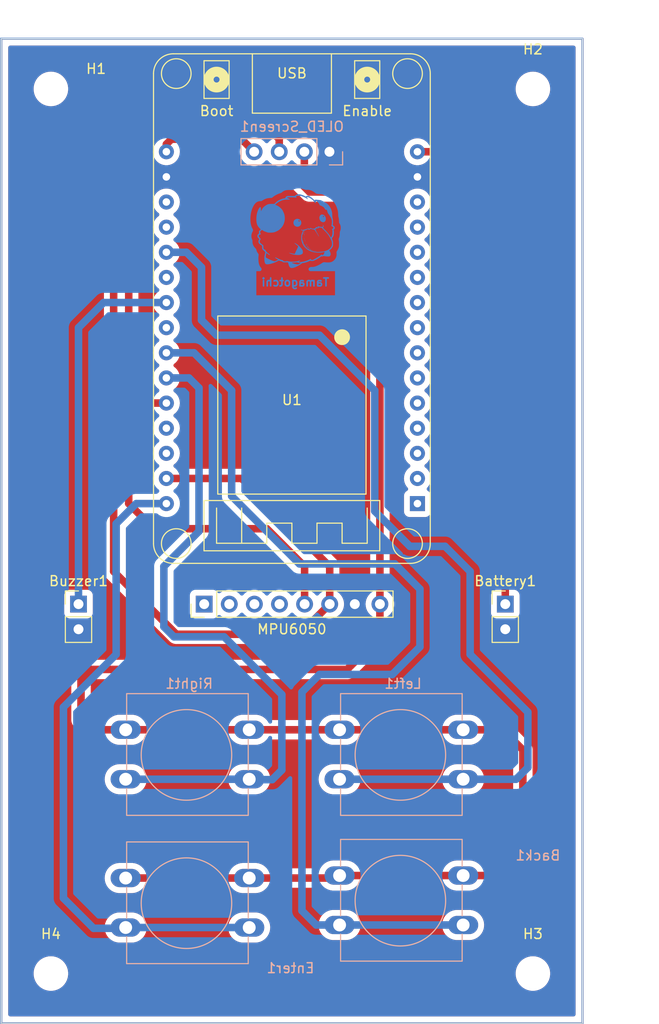
<source format=kicad_pcb>
(kicad_pcb (version 20221018) (generator pcbnew)
  (layers (0 "F.Cu" signal) (31 "B.Cu" signal) (34 "B.Paste" user) (35 "F.Paste" user) (36 "B.SilkS" user "B.Silkscreen") (37 "F.SilkS" user "F.Silkscreen") (38 "B.Mask" user) (39 "F.Mask" user) (44 "Edge.Cuts" user))
  (net 0 "")
  (net 14 "3.3V")
  (net 15 "Back")
  (net 16 "Battery+")
  (net 17 "GND")
  (net 20 "Buzzer")
  (net 22 "Enter")
  (net 24 "Left")
  (net 31 "SDA")
  (net 32 "SCL")
  (net 33 "Right")
  (footprint "Connector_PinHeader_2.54mm:PinHeader_1x02_P2.54mm_Vertical" (layer "F.Cu") (at 146.05 99.06)
    (fp_text reference "Buzzer1")
    (fp_text value "Conn_01x02_Pin")
  )
  (footprint "MountingHole:MountingHole_3mm" (layer "F.Cu") (at 192.024 136.398)
    (fp_text reference "H3")
    (fp_text value "MountingHole")
  )
  (footprint "MountingHole:MountingHole_3mm" (layer "F.Cu") (at 143.256 136.398)
    (fp_text reference "H4")
    (fp_text value "MountingHole")
  )
  (footprint "MountingHole:MountingHole_3mm" (layer "F.Cu") (at 143.256 46.99)
    (fp_text reference "H1")
    (fp_text value "MountingHole")
  )
  (footprint "esp32_devkit_v1_doit:esp32_devkit_v1_doit" (layer "F.Cu") (at 167.64 88.9 180)
    (fp_text reference "U1")
    (fp_text value "ESP32_DevKit_V1_DOIT")
  )
  (footprint "Connector_PinHeader_2.54mm:PinHeader_1x08_P2.54mm_Vertical" (layer "F.Cu") (at 158.765 99.06 90)
    (fp_text reference "MPU6050")
    (fp_text value "Conn_01x08_Pin")
  )
  (footprint "MountingHole:MountingHole_3mm" (layer "F.Cu") (at 192.024 46.99)
    (fp_text reference "H2")
    (fp_text value "MountingHole")
  )
  (footprint "Connector_PinHeader_2.54mm:PinHeader_1x02_P2.54mm_Vertical" (layer "F.Cu") (at 189.23 99.06)
    (fp_text reference "Battery1")
    (fp_text value "Conn_01x02_Pin")
  )
  (footprint "Button_Switch_THT:SW_PUSH-12mm" (layer "B.Cu") (at 184.966 111.76 180)
    (fp_text reference "Left1")
    (fp_text value "SW_Push_Dual")
  )
  (footprint "Button_Switch_THT:SW_PUSH-12mm" (layer "B.Cu") (at 184.966 126.492 180)
    (fp_text reference "Back1")
    (fp_text value "SW_Push_Dual")
  )
  (footprint "Button_Switch_THT:SW_PUSH-12mm" (layer "B.Cu") (at 163.322 111.76 180)
    (fp_text reference "Right1")
    (fp_text value "SW_Push_Dual")
  )
  (footprint "Connector_PinHeader_2.54mm:PinHeader_1x04_P2.54mm_Vertical" (layer "B.Cu") (at 171.44 53.34 90)
    (fp_text reference "OLED_Screen1")
    (fp_text value "Conn_01x04_Pin")
  )
  (footprint "Button_Switch_THT:SW_PUSH-12mm" (layer "B.Cu") (at 163.322 126.746 180)
    (fp_text reference "Enter1")
    (fp_text value "SW_Push_Dual")
  )
  (gr_rect (start 138.24 41.91) (end 197.04 141.43) (stroke (width 0.2)) (fill none) (layer "F.Cu"))
  (gr_poly (pts (xy 168.760267 62.304231) (xy 168.760897 62.304815) (xy 168.761464 62.305739) (xy 168.761966 62.307003) (xy 168.762403 62.308607) (xy 168.763073 62.312828) (xy 168.763464 62.318398) (xy 168.763565 62.325311) (xy 168.763367 62.333563) (xy 168.762859 62.343148) (xy 168.762031 62.354061) (xy 168.76185 62.356836) (xy 168.761639 62.359536) (xy 168.761399 62.362159) (xy 168.761132 62.364703) (xy 168.760836 62.367166) (xy 168.760515 62.369545) (xy 168.760169 62.371838) (xy 168.759798 62.374043) (xy 168.759404 62.376157) (xy 168.758988 62.378179) (xy 168.758551 62.380106) (xy 168.758093 62.381935) (xy 168.757616 62.383665) (xy 168.75712 62.385294) (xy 168.756607 62.386818) (xy 168.756078 62.388236) (xy 168.755533 62.389546) (xy 168.754973 62.390745) (xy 168.7544 62.391831) (xy 168.753814 62.392801) (xy 168.753217 62.393654) (xy 168.752609 62.394387) (xy 168.751991 62.394998) (xy 168.751365 62.395485) (xy 168.750731 62.395845) (xy 168.75009 62.396076) (xy 168.749443 62.396176) (xy 168.748791 62.396143) (xy 168.748136 62.395974) (xy 168.747477 62.395667) (xy 168.746817 62.39522) (xy 168.746156 62.394631) (xy 168.744895 62.393126) (xy 168.743761 62.391272) (xy 168.742757 62.389092) (xy 168.741884 62.386611) (xy 168.741145 62.38385) (xy 168.740544 62.380833) (xy 168.740082 62.377584) (xy 168.739762 62.374126) (xy 168.739586 62.370481) (xy 168.739558 62.366674) (xy 168.73968 62.362727) (xy 168.739955 62.358664) (xy 168.740384 62.354508) (xy 168.740971 62.350282) (xy 168.741718 62.34601) (xy 168.742628 62.341714) (xy 168.74552 62.332164) (xy 168.748237 62.324013) (xy 168.750767 62.317258) (xy 168.753101 62.311893) (xy 168.755228 62.307913) (xy 168.756211 62.306441) (xy 168.757139 62.305313) (xy 168.758009 62.304529) (xy 168.758821 62.304088) (xy 168.759574 62.303989)) (fill solid) (layer "B.Cu"))
  (gr_poly (pts (xy 169.499336 63.155969) (xy 169.501153 63.156187) (xy 169.503291 63.156676) (xy 169.505739 63.157438) (xy 169.508486 63.158478) (xy 169.511523 63.159796) (xy 169.514839 63.161395) (xy 169.518424 63.163279) (xy 169.522267 63.16545) (xy 169.526232 63.167514) (xy 169.530177 63.169722) (xy 169.53408 63.172054) (xy 169.537921 63.17449) (xy 169.54168 63.177009) (xy 169.545335 63.179589) (xy 169.548866 63.182211) (xy 169.552253 63.184853) (xy 169.555474 63.187495) (xy 169.558509 63.190117) (xy 169.561338 63.192698) (xy 169.563939 63.195216) (xy 169.566292 63.197652) (xy 169.568376 63.199984) (xy 169.570171 63.202192) (xy 169.571656 63.204256) (xy 169.572833 63.206737) (xy 169.573712 63.20889) (xy 169.574287 63.210717) (xy 169.574458 63.211509) (xy 169.57455 63.212221) (xy 169.574561 63.212853) (xy 169.574491 63.213405) (xy 169.57434 63.213877) (xy 169.574105 63.214271) (xy 169.573787 63.214585) (xy 169.573383 63.214821) (xy 169.572894 63.214979) (xy 169.572317 63.215059) (xy 169.571653 63.215062) (xy 169.5709 63.214988) (xy 169.569124 63.214608) (xy 169.56698 63.213924) (xy 169.564462 63.212937) (xy 169.561562 63.211651) (xy 169.558272 63.210068) (xy 169.554583 63.20819) (xy 169.550489 63.20602) (xy 169.546793 63.204409) (xy 169.542999 63.202888) (xy 169.539133 63.201466) (xy 169.53522 63.200149) (xy 169.531287 63.198947) (xy 169.527359 63.197865) (xy 169.523461 63.196913) (xy 169.519621 63.196098) (xy 169.515863 63.195427) (xy 169.512214 63.194909) (xy 169.508699 63.194551) (xy 169.505344 63.194361) (xy 169.502176 63.194347) (xy 169.499219 63.194517) (xy 169.4965 63.194877) (xy 169.494045 63.195436) (xy 169.491854 63.195726) (xy 169.489914 63.195933) (xy 169.488227 63.196057) (xy 169.486796 63.196098) (xy 169.486177 63.196088) (xy 169.485623 63.196057) (xy 169.485135 63.196005) (xy 169.484712 63.195933) (xy 169.484355 63.19584) (xy 169.484064 63.195726) (xy 169.483839 63.195591) (xy 169.483682 63.195436) (xy 169.483591 63.195261) (xy 169.483568 63.195064) (xy 169.483613 63.194847) (xy 169.483726 63.19461) (xy 169.483908 63.194351) (xy 169.484158 63.194072) (xy 169.484478 63.193772) (xy 169.484867 63.193452) (xy 169.485325 63.193111) (xy 169.485854 63.192749) (xy 169.487123 63.191964) (xy 169.488676 63.191095) (xy 169.490517 63.190144) (xy 169.491328 63.189788) (xy 169.492107 63.189382) (xy 169.492855 63.188928) (xy 169.493569 63.188429) (xy 169.49425 63.187885) (xy 169.494896 63.1873) (xy 169.495508 63.186674) (xy 169.496084 63.18601) (xy 169.496624 63.185311) (xy 169.497127 63.184576) (xy 169.497593 63.18381) (xy 169.49802 63.183013) (xy 169.498409 63.182188) (xy 169.498758 63.181336) (xy 169.499336 63.179561) (xy 169.499749 63.177703) (xy 169.499991 63.175778) (xy 169.500057 63.173802) (xy 169.499942 63.171789) (xy 169.499816 63.170774) (xy 169.499642 63.169755) (xy 169.49942 63.168736) (xy 169.49915 63.167717) (xy 169.498831 63.1667) (xy 169.498462 63.165689) (xy 169.498043 63.164683) (xy 169.497572 63.163686) (xy 169.496454 63.161826) (xy 169.496047 63.16099) (xy 169.495739 63.160217) (xy 169.49553 63.159507) (xy 169.495417 63.158861) (xy 169.4954 63.158279) (xy 169.495478 63.157761) (xy 169.495648 63.157307) (xy 169.49591 63.156919) (xy 169.496262 63.156596) (xy 169.496704 63.156338) (xy 169.497234 63.156146) (xy 169.49785 63.156021) (xy 169.498551 63.155962)) (fill solid) (layer "B.Cu"))
  (gr_rect (start 138.24 41.91) (end 197.04 141.43) (stroke (width 0.2)) (fill none) (layer "B.Cu"))
  (gr_poly (pts (xy 168.809329 61.529372) (xy 168.810392 61.529977) (xy 168.811361 61.530921) (xy 168.812236 61.532203) (xy 168.813016 61.533819) (xy 168.814286 61.538042) (xy 168.815163 61.543568) (xy 168.81564 61.550372) (xy 168.815708 61.558432) (xy 168.815361 61.567725) (xy 168.814589 61.578227) (xy 168.813387 61.589915) (xy 168.811744 61.602766) (xy 168.809655 61.616756) (xy 168.805477 61.639538) (xy 168.803675 61.648719) (xy 168.802021 61.656471) (xy 168.800481 61.662827) (xy 168.799743 61.665493) (xy 168.799021 61.667822) (xy 168.79831 61.66982) (xy 168.797607 61.671489) (xy 168.796907 61.672835) (xy 168.796206 61.673862) (xy 168.7955 61.674573) (xy 168.794785 61.674973) (xy 168.794056 61.675066) (xy 168.793309 61.674857) (xy 168.79254 61.67435) (xy 168.791745 61.673548) (xy 168.79092 61.672456) (xy 168.79006 61.671078) (xy 168.789162 61.669419) (xy 168.78822 61.667482) (xy 168.786191 61.662793) (xy 168.78394 61.657044) (xy 168.781434 61.65027) (xy 168.780478 61.647655) (xy 168.779594 61.645103) (xy 168.778781 61.642614) (xy 168.77804 61.640189) (xy 168.77737 61.637829) (xy 168.776771 61.635534) (xy 168.776242 61.633305) (xy 168.775784 61.631142) (xy 168.775395 61.629047) (xy 168.775075 61.62702) (xy 168.774825 61.62506) (xy 168.774643 61.62317) (xy 168.77453 61.62135) (xy 168.774485 61.6196) (xy 168.774508 61.617922) (xy 168.774599 61.616315) (xy 168.774756 61.61478) (xy 168.774981 61.613318) (xy 168.775271 61.61193) (xy 168.775629 61.610617) (xy 168.776052 61.609378) (xy 168.77654 61.608214) (xy 168.777094 61.607127) (xy 168.777713 61.606117) (xy 168.778396 61.605185) (xy 168.779144 61.60433) (xy 168.779955 61.603554) (xy 168.780831 61.602858) (xy 168.781769 61.602242) (xy 168.782771 61.601707) (xy 168.783835 61.601253) (xy 168.784961 61.600881) (xy 168.785777 61.60053) (xy 168.786571 61.600139) (xy 168.787341 61.59971) (xy 168.788086 61.599244) (xy 168.788803 61.598744) (xy 168.789492 61.59821) (xy 168.79015 61.597645) (xy 168.790776 61.59705) (xy 168.791369 61.596426) (xy 168.791927 61.595776) (xy 168.792447 61.5951) (xy 168.79293 61.594401) (xy 168.793372 61.593679) (xy 168.793772 61.592938) (xy 168.79413 61.592177) (xy 168.794442 61.5914) (xy 168.794708 61.590607) (xy 168.794926 61.5898) (xy 168.795094 61.588981) (xy 168.79521 61.588151) (xy 168.795274 61.587312) (xy 168.795283 61.586466) (xy 168.795236 61.585614) (xy 168.795131 61.584758) (xy 168.794967 61.583899) (xy 168.794741 61.583039) (xy 168.794453 61.58218) (xy 168.794101 61.581323) (xy 168.793683 61.58047) (xy 168.793197 61.579622) (xy 168.792642 61.578782) (xy 168.792017 61.57795) (xy 168.791541 61.577103) (xy 168.791106 61.576217) (xy 168.790356 61.574336) (xy 168.789761 61.572327) (xy 168.789316 61.570206) (xy 168.789015 61.567992) (xy 168.788854 61.565703) (xy 168.788827 61.563357) (xy 168.78893 61.560973) (xy 168.789156 61.558568) (xy 168.789502 61.55616) (xy 168.789961 61.553768) (xy 168.790528 61.551409) (xy 168.791199 61.549102) (xy 168.791968 61.546865) (xy 168.79283 61.544716) (xy 168.79378 61.542672) (xy 168.797583 61.537129) (xy 168.801046 61.53305) (xy 168.802649 61.531553) (xy 168.804164 61.530414) (xy 168.80559 61.529629) (xy 168.806927 61.529195) (xy 168.808174 61.529111)) (fill solid) (layer "B.Cu"))
  (gr_poly (pts (xy 169.828742 63.327067) (xy 169.834699 63.327696) (xy 169.841255 63.328751) (xy 169.848307 63.330225) (xy 169.855752 63.33211) (xy 169.863486 63.334398) (xy 169.871406 63.337082) (xy 169.879409 63.340152) (xy 169.887392 63.343603) (xy 169.897134 63.34833) (xy 169.900864 63.350285) (xy 169.903818 63.351982) (xy 169.905987 63.35343) (xy 169.906773 63.354065) (xy 169.90736 63.354641) (xy 169.907744 63.355161) (xy 169.907926 63.355625) (xy 169.907904 63.356034) (xy 169.907677 63.356391) (xy 169.907242 63.356696) (xy 169.9066 63.356951) (xy 169.905748 63.357157) (xy 169.904686 63.357315) (xy 169.901925 63.357492) (xy 169.898306 63.357494) (xy 169.893819 63.35733) (xy 169.888453 63.357012) (xy 169.875045 63.355951) (xy 169.870089 63.355249) (xy 169.865161 63.354469) (xy 169.86029 63.353617) (xy 169.855504 63.352698) (xy 169.850832 63.351717) (xy 169.846302 63.350679) (xy 169.841943 63.34959) (xy 169.837783 63.348454) (xy 169.83385 63.347276) (xy 169.830172 63.346063) (xy 169.826779 63.344818) (xy 169.823699 63.343548) (xy 169.82096 63.342257) (xy 169.81859 63.34095) (xy 169.816618 63.339633) (xy 169.81579 63.338973) (xy 169.815072 63.338311) (xy 169.813608 63.33672) (xy 169.812512 63.335251) (xy 169.811774 63.333904) (xy 169.811379 63.332679) (xy 169.811315 63.331573) (xy 169.811569 63.330587) (xy 169.812127 63.329719) (xy 169.812978 63.328968) (xy 169.814107 63.328334) (xy 169.815503 63.327815) (xy 169.819041 63.327118) (xy 169.823489 63.326872)) (fill solid) (layer "B.Cu"))
  (gr_poly (pts (xy 169.132447 62.953783) (xy 169.136063 62.955729) (xy 169.13963 62.957917) (xy 169.143139 62.960331) (xy 169.146583 62.962954) (xy 169.149952 62.965772) (xy 169.153241 62.968767) (xy 169.156439 62.971924) (xy 169.159539 62.975226) (xy 169.165415 62.982201) (xy 169.170801 62.989564) (xy 169.175635 62.997186) (xy 169.179852 63.004936) (xy 169.183386 63.012687) (xy 169.184877 63.016522) (xy 169.186174 63.020308) (xy 169.187267 63.02403) (xy 169.18815 63.027672) (xy 169.188813 63.031216) (xy 169.18925 63.034647) (xy 169.189452 63.037949) (xy 169.18941 63.041106) (xy 169.189117 63.044101) (xy 169.188564 63.046918) (xy 169.187745 63.049542) (xy 169.186649 63.051956) (xy 169.185271 63.054144) (xy 169.1836 63.056089) (xy 169.183104 63.05671) (xy 169.182609 63.057249) (xy 169.182116 63.057709) (xy 169.181626 63.058091) (xy 169.18114 63.058397) (xy 169.180659 63.058628) (xy 169.180183 63.058786) (xy 169.179714 63.058873) (xy 169.179253 63.05889) (xy 169.178801 63.058839) (xy 169.178358 63.058721) (xy 169.177926 63.058539) (xy 169.177506 63.058293) (xy 169.177098 63.057985) (xy 169.176704 63.057618) (xy 169.176324 63.057192) (xy 169.17596 63.056709) (xy 169.175612 63.056171) (xy 169.175282 63.055579) (xy 169.17497 63.054935) (xy 169.174406 63.053498) (xy 169.173926 63.051873) (xy 169.17354 63.050071) (xy 169.173254 63.048107) (xy 169.173077 63.045993) (xy 169.173017 63.043742) (xy 169.172813 63.040916) (xy 169.172217 63.037751) (xy 169.171249 63.034281) (xy 169.16993 63.03054) (xy 169.16828 63.026562) (xy 169.166319 63.022379) (xy 169.16407 63.018026) (xy 169.161551 63.013536) (xy 169.158785 63.008942) (xy 169.155791 63.004279) (xy 169.152591 62.999579) (xy 169.149204 62.994877) (xy 169.145653 62.990206) (xy 169.141956 62.985599) (xy 169.138136 62.981091) (xy 169.134212 62.976714) (xy 169.093642 62.932617)) (fill solid) (layer "B.Cu"))
  (gr_poly (pts (xy 169.218037 62.858739) (xy 169.219153 62.858885) (xy 169.220311 62.859142) (xy 169.221513 62.85951) (xy 169.222762 62.859987) (xy 169.224059 62.860573) (xy 169.225408 62.861268) (xy 169.226812 62.862071) (xy 169.228272 62.862981) (xy 169.229792 62.863998) (xy 169.23302 62.866348) (xy 169.236517 62.869117) (xy 169.240011 62.872411) (xy 169.243218 62.87631) (xy 169.246143 62.880767) (xy 169.248788 62.885736) (xy 169.251157 62.89117) (xy 169.253252 62.897022) (xy 169.255078 62.903247) (xy 169.256636 62.909797) (xy 169.257931 62.916626) (xy 169.258966 62.923687) (xy 169.260267 62.938322) (xy 169.260566 62.953329) (xy 169.259889 62.968336) (xy 169.25826 62.98297) (xy 169.255706 62.996861) (xy 169.254091 63.003411) (xy 169.252253 63.009636) (xy 169.250198 63.015488) (xy 169.247927 63.020922) (xy 169.245445 63.02589) (xy 169.242753 63.030347) (xy 169.239857 63.034246) (xy 169.236758 63.037541) (xy 169.23346 63.040184) (xy 169.229967 63.04213) (xy 169.226281 63.043331) (xy 169.222406 63.043742) (xy 169.2216 63.043716) (xy 169.220835 63.04364) (xy 169.220111 63.043515) (xy 169.219429 63.043342) (xy 169.218789 63.043123) (xy 169.218189 63.042858) (xy 169.217631 63.04255) (xy 169.217114 63.042199) (xy 169.216639 63.041806) (xy 169.216205 63.041373) (xy 169.215812 63.040902) (xy 169.21546 63.040393) (xy 169.21515 63.039848) (xy 169.214882 63.039268) (xy 169.214654 63.038655) (xy 169.214468 63.038009) (xy 169.214324 63.037333) (xy 169.21422 63.036626) (xy 169.214158 63.035891) (xy 169.214137 63.035129) (xy 169.214158 63.034341) (xy 169.21422 63.033529) (xy 169.214468 63.031836) (xy 169.214881 63.03006) (xy 169.21546 63.028211) (xy 169.216204 63.026301) (xy 169.217114 63.024339) (xy 169.217729 63.023461) (xy 169.218252 63.022484) (xy 169.218684 63.021412) (xy 169.219026 63.02025) (xy 169.219279 63.019) (xy 169.219443 63.017669) (xy 169.219512 63.014775) (xy 169.219239 63.011603) (xy 169.218633 63.008185) (xy 169.217702 63.004555) (xy 169.216452 63.000747) (xy 169.214893 62.996794) (xy 169.213031 62.99273) (xy 169.210875 62.988589) (xy 169.208432 62.984404) (xy 169.20571 62.980208) (xy 169.202717 62.976036) (xy 169.19946 62.97192) (xy 169.195948 62.967895) (xy 169.18554 62.955148) (xy 169.178171 62.945956) (xy 169.175645 62.942668) (xy 169.173902 62.940237) (xy 169.17295 62.938654) (xy 169.172773 62.938177) (xy 169.172796 62.937908) (xy 169.173021 62.937846) (xy 169.173449 62.937989) (xy 169.174915 62.938887) (xy 169.177203 62.94059) (xy 169.18032 62.94309) (xy 169.189074 62.950435) (xy 169.201239 62.960839) (xy 169.207469 62.966085) (xy 169.212959 62.970561) (xy 169.217757 62.974241) (xy 169.22191 62.9771) (xy 169.223758 62.978213) (xy 169.225462 62.979111) (xy 169.227028 62.979791) (xy 169.228462 62.980249) (xy 169.229769 62.980482) (xy 169.230956 62.980487) (xy 169.232027 62.980261) (xy 169.232989 62.979801) (xy 169.233848 62.979103) (xy 169.234609 62.978164) (xy 169.235279 62.97698) (xy 169.235862 62.97555) (xy 169.236366 62.973868) (xy 169.236795 62.971933) (xy 169.237454 62.967288) (xy 169.237885 62.961589) (xy 169.238136 62.95481) (xy 169.238281 62.937909) (xy 169.238217 62.930401) (xy 169.238015 62.923735) (xy 169.23786 62.920711) (xy 169.237664 62.917887) (xy 169.237429 62.91526) (xy 169.237151 62.912828) (xy 169.236829 62.910588) (xy 169.236461 62.908535) (xy 169.236047 62.906667) (xy 169.235583 62.90498) (xy 169.235069 62.903472) (xy 169.234504 62.902139) (xy 169.233884 62.900978) (xy 169.233209 62.899985) (xy 169.232478 62.899158) (xy 169.231688 62.898492) (xy 169.230838 62.897986) (xy 169.229926 62.897635) (xy 169.228951 62.897437) (xy 169.227911 62.897388) (xy 169.226805 62.897485) (xy 169.22563 62.897725) (xy 169.224386 62.898104) (xy 169.22307 62.89862) (xy 169.221681 62.899269) (xy 169.220218 62.900047) (xy 169.218678 62.900952) (xy 169.217061 62.901981) (xy 169.215364 62.903129) (xy 169.213586 62.904395) (xy 169.209204 62.908342) (xy 169.205315 62.911578) (xy 169.201916 62.914096) (xy 169.199007 62.915888) (xy 169.197734 62.916509) (xy 169.196582 62.916946) (xy 169.195552 62.917197) (xy 169.194642 62.917262) (xy 169.193851 62.91714) (xy 169.193181 62.916829) (xy 169.192631 62.91633) (xy 169.192199 62.91564) (xy 169.191886 62.914758) (xy 169.191692 62.913685) (xy 169.191616 62.912418) (xy 169.191658 62.910958) (xy 169.192094 62.90745) (xy 169.192998 62.903155) (xy 169.194367 62.898063) (xy 169.196199 62.892168) (xy 169.19849 62.885462) (xy 169.201239 62.877937) (xy 169.202875 62.873884) (xy 169.204491 62.870323) (xy 169.205298 62.868725) (xy 169.206107 62.867247) (xy 169.206921 62.86589) (xy 169.207743 62.864652) (xy 169.208576 62.863533) (xy 169.209421 62.862533) (xy 169.210282 62.861649) (xy 169.211161 62.860883) (xy 169.21206 62.860233) (xy 169.212983 62.859699) (xy 169.213932 62.85928) (xy 169.214909 62.858975) (xy 169.215917 62.858783) (xy 169.216959 62.858705)) (fill solid) (layer "B.Cu"))
  (gr_poly (pts (xy 168.704185 62.111982) (xy 168.70442 62.112006) (xy 168.704657 62.112053) (xy 168.704897 62.112123) (xy 168.705137 62.112218) (xy 168.70538 62.112336) (xy 168.705868 62.112646) (xy 168.70636 62.113054) (xy 168.706854 62.113562) (xy 168.70735 62.114172) (xy 168.7083 62.115285) (xy 168.709162 62.116625) (xy 168.709931 62.118172) (xy 168.710602 62.119905) (xy 168.71117 62.121803) (xy 168.711629 62.123846) (xy 168.711974 62.126013) (xy 168.712201 62.128284) (xy 168.712303 62.130637) (xy 168.712277 62.133052) (xy 168.712115 62.135508) (xy 168.711815 62.137985) (xy 168.71137 62.140462) (xy 168.710775 62.142918) (xy 168.710024 62.145333) (xy 168.709114 62.147686) (xy 168.708123 62.150106) (xy 168.70714 62.152079) (xy 168.706654 62.1529) (xy 168.706172 62.153612) (xy 168.705697 62.154217) (xy 168.705228 62.154714) (xy 168.704767 62.155106) (xy 168.704315 62.155393) (xy 168.703872 62.155575) (xy 168.70344 62.155655) (xy 168.70302 62.155632) (xy 168.702612 62.155509) (xy 168.702218 62.155285) (xy 168.701838 62.154962) (xy 168.701474 62.154541) (xy 168.701126 62.154023) (xy 168.700796 62.153409) (xy 168.700484 62.152699) (xy 168.69992 62.150998) (xy 168.69944 62.148927) (xy 168.699054 62.146494) (xy 168.698769 62.143707) (xy 168.698592 62.140574) (xy 168.698531 62.137103) (xy 168.698386 62.13531) (xy 168.698281 62.13357) (xy 168.698215 62.131886) (xy 168.698186 62.130258) (xy 168.698194 62.128687) (xy 168.698236 62.127177) (xy 168.698312 62.125728) (xy 168.69842 62.124342) (xy 168.69856 62.123021) (xy 168.698729 62.121766) (xy 168.698926 62.120578) (xy 168.699151 62.119461) (xy 168.699401 62.118414) (xy 168.699676 62.11744) (xy 168.699974 62.11654) (xy 168.700295 62.115716) (xy 168.700635 62.114969) (xy 168.700996 62.114302) (xy 168.701374 62.113715) (xy 168.701769 62.113211) (xy 168.70218 62.112791) (xy 168.702605 62.112456) (xy 168.703042 62.112209) (xy 168.703266 62.112118) (xy 168.703492 62.11205) (xy 168.70372 62.112005) (xy 168.703951 62.111982)) (fill solid) (layer "B.Cu"))
  (gr_poly (pts (xy 169.092868 62.640625) (xy 169.093669 62.64101) (xy 169.094564 62.641596) (xy 169.095554 62.642383) (xy 169.096642 62.643368) (xy 169.097831 62.644552) (xy 169.100522 62.647506) (xy 169.103646 62.651235) (xy 169.107226 62.655729) (xy 169.111281 62.660978) (xy 169.113532 62.664694) (xy 169.115649 62.66855) (xy 169.117621 62.67252) (xy 169.119439 62.676577) (xy 169.121091 62.680697) (xy 169.122567 62.684852) (xy 169.123857 62.689018) (xy 169.124951 62.693169) (xy 169.125838 62.697278) (xy 169.126508 62.70132) (xy 169.126951 62.705269) (xy 169.127156 62.709099) (xy 169.127113 62.712784) (xy 169.126811 62.716299) (xy 169.126241 62.719618) (xy 169.125392 62.722714) (xy 169.124761 62.724021) (xy 169.124192 62.725295) (xy 169.123682 62.726534) (xy 169.123232 62.727737) (xy 169.12284 62.7289) (xy 169.122504 62.730023) (xy 169.122225 62.731104) (xy 169.122002 62.73214) (xy 169.121832 62.733129) (xy 169.121716 62.73407) (xy 169.121652 62.73496) (xy 169.12164 62.735798) (xy 169.121678 62.736582) (xy 169.121765 62.73731) (xy 169.121901 62.737979) (xy 169.122084 62.738589) (xy 169.122314 62.739136) (xy 169.12259 62.73962) (xy 169.122909 62.740037) (xy 169.123273 62.740387) (xy 169.123679 62.740667) (xy 169.124127 62.740876) (xy 169.124615 62.74101) (xy 169.125144 62.74107) (xy 169.125711 62.741051) (xy 169.126315 62.740953) (xy 169.126957 62.740774) (xy 169.127634 62.740512) (xy 169.128347 62.740164) (xy 169.129093 62.739729) (xy 169.129872 62.739205) (xy 169.130683 62.738589) (xy 169.131691 62.73814) (xy 169.132728 62.737781) (xy 169.133792 62.737512) (xy 169.134883 62.737332) (xy 169.135998 62.737238) (xy 169.137137 62.737229) (xy 169.138296 62.737303) (xy 169.139475 62.737459) (xy 169.140673 62.737695) (xy 169.141887 62.73801) (xy 169.143115 62.738402) (xy 169.144357 62.738868) (xy 169.145611 62.739409) (xy 169.146874 62.740021) (xy 169.148146 62.740704) (xy 169.149425 62.741455) (xy 169.151996 62.743159) (xy 169.154575 62.745118) (xy 169.157149 62.747319) (xy 169.159705 62.749751) (xy 169.16223 62.7524) (xy 169.164711 62.755253) (xy 169.167135 62.758297) (xy 169.169489 62.76152) (xy 169.17168 62.765426) (xy 169.17362 62.769202) (xy 169.175307 62.772845) (xy 169.176054 62.774614) (xy 169.176738 62.776347) (xy 169.177356 62.778045) (xy 169.17791 62.779705) (xy 169.178399 62.781329) (xy 169.178822 62.782914) (xy 169.179179 62.78446) (xy 169.17947 62.785967) (xy 169.179694 62.787434) (xy 169.179852 62.78886) (xy 169.179942 62.790245) (xy 169.179965 62.791587) (xy 169.17992 62.792888) (xy 169.179807 62.794145) (xy 169.179625 62.795357) (xy 169.179375 62.796526) (xy 169.179056 62.797649) (xy 169.178667 62.798726) (xy 169.178208 62.799757) (xy 169.177679 62.800741) (xy 169.17708 62.801677) (xy 169.17641 62.802564) (xy 169.175669 62.803403) (xy 169.174857 62.804191) (xy 169.173973 62.80493) (xy 169.173017 62.805617) (xy 169.172035 62.806072) (xy 169.171074 62.806445) (xy 169.170136 62.806737) (xy 169.16922 62.80695) (xy 169.168327 62.807084) (xy 169.167459 62.80714) (xy 169.166615 62.807119) (xy 169.165796 62.807022) (xy 169.165003 62.806851) (xy 169.164236 62.806605) (xy 169.163496 62.806286) (xy 169.162785 62.805896) (xy 169.162101 62.805434) (xy 169.161447 62.804902) (xy 169.160823 62.804301) (xy 169.160228 62.803632) (xy 169.159665 62.802896) (xy 169.159134 62.802094) (xy 169.158635 62.801226) (xy 169.158168 62.800294) (xy 169.157736 62.799299) (xy 169.157337 62.798241) (xy 169.156646 62.795943) (xy 169.156099 62.793407) (xy 169.155702 62.790641) (xy 169.15546 62.787653) (xy 169.155378 62.78445) (xy 169.155335 62.780088) (xy 169.155202 62.776258) (xy 169.154971 62.772955) (xy 169.154816 62.771499) (xy 169.154634 62.770174) (xy 169.154423 62.768977) (xy 169.154183 62.767909) (xy 169.153912 62.766969) (xy 169.153611 62.766157) (xy 169.153277 62.765471) (xy 169.152909 62.76491) (xy 169.152508 62.764476) (xy 169.152071 62.764165) (xy 169.151598 62.763979) (xy 169.151088 62.763917) (xy 169.150539 62.763976) (xy 169.149952 62.764159) (xy 169.149325 62.764462) (xy 169.148656 62.764886) (xy 169.147946 62.765431) (xy 169.147193 62.766095) (xy 169.146395 62.766877) (xy 169.145553 62.767778) (xy 169.144665 62.768797) (xy 169.14373 62.769932) (xy 169.141716 62.772552) (xy 169.139503 62.775631) (xy 169.138 62.777905) (xy 169.136468 62.779772) (xy 169.134912 62.781236) (xy 169.133333 62.782304) (xy 169.131735 62.78298) (xy 169.13012 62.78327) (xy 169.128492 62.783179) (xy 169.126853 62.782714) (xy 169.125206 62.781879) (xy 169.123554 62.78068) (xy 169.120248 62.777212) (xy 169.116958 62.772354) (xy 169.113706 62.76615) (xy 169.110516 62.758643) (xy 169.107412 62.749879) (xy 169.104416 62.7399) (xy 169.101552 62.72875) (xy 169.098842 62.716474) (xy 169.096312 62.703115) (xy 169.093982 62.688718) (xy 169.091878 62.673325) (xy 169.090972 62.666172) (xy 169.090252 62.659917) (xy 169.089738 62.654551) (xy 169.089452 62.650064) (xy 169.089401 62.648147) (xy 169.089415 62.646445) (xy 169.089495 62.644958) (xy 169.089645 62.643684) (xy 169.089868 62.642621) (xy 169.090166 62.64177) (xy 169.090541 62.641128) (xy 169.090996 62.640693) (xy 169.091534 62.640466) (xy 169.092157 62.640443)) (fill solid) (layer "B.Cu"))
  (gr_poly (pts (xy 168.811287 62.312003) (xy 168.811578 62.312048) (xy 168.811867 62.312122) (xy 168.812154 62.312227) (xy 168.812439 62.312362) (xy 168.813004 62.312722) (xy 168.81356 62.313206) (xy 168.814108 62.313815) (xy 168.814648 62.314549) (xy 168.815178 62.315412) (xy 168.815699 62.316404) (xy 168.81621 62.317528) (xy 168.816711 62.318784) (xy 168.817016 62.319961) (xy 168.817271 62.321177) (xy 168.817631 62.32371) (xy 168.8178 62.326357) (xy 168.817786 62.329091) (xy 168.817596 62.331888) (xy 168.817238 62.33472) (xy 168.81672 62.337563) (xy 168.81605 62.340391) (xy 168.815235 62.343177) (xy 168.814282 62.345896) (xy 168.813201 62.348523) (xy 168.811998 62.35103) (xy 168.810682 62.353392) (xy 168.809259 62.355584) (xy 168.807739 62.35758) (xy 168.806128 62.359353) (xy 168.803626 62.361751) (xy 168.801408 62.363649) (xy 168.799469 62.365047) (xy 168.798603 62.365557) (xy 168.797804 62.36594) (xy 168.797073 62.366197) (xy 168.796408 62.366327) (xy 168.795809 62.36633) (xy 168.795276 62.366205) (xy 168.794807 62.365953) (xy 168.794402 62.365572) (xy 168.79406 62.365062) (xy 168.793781 62.364424) (xy 168.793563 62.363657) (xy 168.793408 62.36276) (xy 168.793278 62.360576) (xy 168.793385 62.35787) (xy 168.793726 62.35464) (xy 168.794293 62.350883) (xy 168.795083 62.346596) (xy 168.79609 62.341776) (xy 168.797309 62.336422) (xy 168.798631 62.33229) (xy 168.799951 62.328502) (xy 168.800609 62.326741) (xy 168.801266 62.32507) (xy 168.80192 62.323492) (xy 168.802573 62.322008) (xy 168.803222 62.320619) (xy 168.803869 62.319328) (xy 168.804513 62.318135) (xy 168.805153 62.317043) (xy 168.805789 62.316053) (xy 168.806421 62.315167) (xy 168.807049 62.314386) (xy 168.807671 62.313712) (xy 168.808289 62.313146) (xy 168.808901 62.312691) (xy 168.809507 62.312347) (xy 168.810107 62.312117) (xy 168.810701 62.312002) (xy 168.810995 62.311988)) (fill solid) (layer "B.Cu"))
  (gr_poly (pts (xy 168.801828 62.496957) (xy 168.802819 62.497017) (xy 168.803808 62.497117) (xy 168.804795 62.497253) (xy 168.805777 62.497426) (xy 168.806754 62.497634) (xy 168.807726 62.497875) (xy 168.808691 62.498149) (xy 168.810597 62.498788) (xy 168.812463 62.499541) (xy 168.814284 62.500397) (xy 168.81605 62.501346) (xy 168.817754 62.502378) (xy 168.819388 62.503482) (xy 168.820945 62.504648) (xy 168.822416 62.505866) (xy 168.823795 62.507125) (xy 168.825072 62.508415) (xy 168.826242 62.509726) (xy 168.827294 62.511047) (xy 168.827755 62.511869) (xy 168.828143 62.512679) (xy 168.828462 62.513477) (xy 168.82871 62.514262) (xy 168.828891 62.515032) (xy 168.829004 62.515787) (xy 168.82905 62.516526) (xy 168.829031 62.517248) (xy 168.828947 62.517952) (xy 168.8288 62.518637) (xy 168.82859 62.519302) (xy 168.828318 62.519946) (xy 168.827985 62.520568) (xy 168.827593 62.521167) (xy 168.827142 62.521742) (xy 168.826633 62.522292) (xy 168.826067 62.522817) (xy 168.825446 62.523314) (xy 168.824769 62.523784) (xy 168.824039 62.524225) (xy 168.823256 62.524636) (xy 168.82242 62.525017) (xy 168.821534 62.525366) (xy 168.820597 62.525682) (xy 168.819612 62.525965) (xy 168.818578 62.526213) (xy 168.817497 62.526426) (xy 168.81637 62.526602) (xy 168.815198 62.526741) (xy 168.813981 62.526841) (xy 168.81142 62.526923) (xy 168.810102 62.526902) (xy 168.808797 62.526841) (xy 168.807506 62.526741) (xy 168.806231 62.526602) (xy 168.804975 62.526426) (xy 168.803738 62.526213) (xy 168.802523 62.525965) (xy 168.801332 62.525682) (xy 168.800167 62.525366) (xy 168.79903 62.525017) (xy 168.797923 62.524636) (xy 168.796847 62.524225) (xy 168.795805 62.523784) (xy 168.794798 62.523314) (xy 168.793829 62.522817) (xy 168.792899 62.522292) (xy 168.79201 62.521742) (xy 168.791165 62.521167) (xy 168.790365 62.520568) (xy 168.789612 62.519946) (xy 168.788908 62.519302) (xy 168.788256 62.518637) (xy 168.787656 62.517952) (xy 168.787111 62.517248) (xy 168.786623 62.516526) (xy 168.786194 62.515787) (xy 168.785825 62.515032) (xy 168.785519 62.514262) (xy 168.785278 62.513477) (xy 168.785103 62.512679) (xy 168.784997 62.511869) (xy 168.784961 62.511047) (xy 168.784982 62.510386) (xy 168.785043 62.509726) (xy 168.785143 62.509069) (xy 168.785282 62.508415) (xy 168.785458 62.507767) (xy 168.78567 62.507125) (xy 168.785919 62.506491) (xy 168.786201 62.505866) (xy 168.786518 62.505251) (xy 168.786867 62.504648) (xy 168.787247 62.504058) (xy 168.787659 62.503482) (xy 168.7881 62.502921) (xy 168.788569 62.502378) (xy 168.789067 62.501852) (xy 168.789591 62.501346) (xy 168.790141 62.500861) (xy 168.790717 62.500397) (xy 168.791316 62.499957) (xy 168.791937 62.499541) (xy 168.792581 62.499151) (xy 168.793246 62.498788) (xy 168.793931 62.498454) (xy 168.794635 62.498149) (xy 168.795357 62.497875) (xy 168.796096 62.497634) (xy 168.796851 62.497426) (xy 168.797622 62.497253) (xy 168.798406 62.497117) (xy 168.799204 62.497017) (xy 168.800015 62.496957) (xy 168.800836 62.496936)) (fill solid) (layer "B.Cu"))
  (gr_poly (pts (xy 169.216645 63.084036) (xy 169.21776 63.084188) (xy 169.219016 63.084436) (xy 169.220412 63.084779) (xy 169.221947 63.085214) (xy 169.225432 63.086353) (xy 169.229461 63.087839) (xy 169.232455 63.089263) (xy 169.235469 63.090878) (xy 169.238484 63.092668) (xy 169.241478 63.094619) (xy 169.24443 63.096714) (xy 169.247321 63.098939) (xy 169.250128 63.101277) (xy 169.252833 63.103714) (xy 169.255413 63.106233) (xy 169.257849 63.10882) (xy 169.260119 63.111458) (xy 169.262203 63.114132) (xy 169.264081 63.116827) (xy 169.265731 63.119527) (xy 169.267133 63.122217) (xy 169.267735 63.123553) (xy 169.268267 63.124881) (xy 169.270332 63.13075) (xy 169.271891 63.135785) (xy 169.272933 63.139977) (xy 169.273257 63.141755) (xy 169.273448 63.143319) (xy 169.273505 63.144669) (xy 169.273426 63.145803) (xy 169.27321 63.146721) (xy 169.272856 63.147422) (xy 169.272362 63.147904) (xy 169.271727 63.148167) (xy 169.270951 63.14821) (xy 169.270031 63.148032) (xy 169.268966 63.147631) (xy 169.267755 63.147007) (xy 169.266397 63.146159) (xy 169.264891 63.145086) (xy 169.261426 63.142261) (xy 169.257353 63.138523) (xy 169.252659 63.133866) (xy 169.247334 63.128281) (xy 169.241369 63.121761) (xy 169.234753 63.114298) (xy 169.229791 63.108962) (xy 169.225482 63.10419) (xy 169.221819 63.099965) (xy 169.218795 63.096273) (xy 169.21752 63.094621) (xy 169.216401 63.093097) (xy 169.215438 63.091698) (xy 169.21463 63.090423) (xy 169.213975 63.089269) (xy 169.213474 63.088234) (xy 169.213124 63.087317) (xy 169.212924 63.086516) (xy 169.212875 63.085829) (xy 169.212975 63.085253) (xy 169.213222 63.084787) (xy 169.213617 63.084428) (xy 169.214157 63.084176) (xy 169.214843 63.084028) (xy 169.215673 63.083982)) (fill solid) (layer "B.Cu"))
  (gr_poly (pts (xy 169.732774 63.27438) (xy 169.73312 63.274521) (xy 169.73342 63.274712) (xy 169.733675 63.274952) (xy 169.733884 63.275243) (xy 169.734048 63.275584) (xy 169.734166 63.275975) (xy 169.734265 63.276906) (xy 169.734181 63.278036) (xy 169.733914 63.279365) (xy 169.733463 63.280893) (xy 169.732827 63.28262) (xy 169.732008 63.284544) (xy 169.731003 63.286666) (xy 169.729814 63.288985) (xy 169.728439 63.291501) (xy 169.726878 63.294214) (xy 169.72539 63.296716) (xy 169.724235 63.298934) (xy 169.723417 63.300873) (xy 169.723134 63.301739) (xy 169.722937 63.302538) (xy 169.722824 63.303269) (xy 169.722798 63.303934) (xy 169.722857 63.304533) (xy 169.723002 63.305066) (xy 169.723234 63.305535) (xy 169.723553 63.30594) (xy 169.723959 63.306282) (xy 169.724453 63.306561) (xy 169.725034 63.306779) (xy 169.725704 63.306934) (xy 169.726462 63.307029) (xy 169.727309 63.307064) (xy 169.728245 63.30704) (xy 169.72927 63.306957) (xy 169.731591 63.306617) (xy 169.734273 63.306049) (xy 169.73732 63.305259) (xy 169.740734 63.304253) (xy 169.744517 63.303034) (xy 169.74801 63.301815) (xy 169.75121 63.300805) (xy 169.752701 63.300379) (xy 169.754117 63.300007) (xy 169.755459 63.299688) (xy 169.756726 63.299423) (xy 169.757918 63.299213) (xy 169.759036 63.299057) (xy 169.760077 63.298956) (xy 169.761043 63.29891) (xy 169.761932 63.298919) (xy 169.762745 63.298985) (xy 169.763481 63.299107) (xy 169.76414 63.299285) (xy 169.764721 63.29952) (xy 169.765225 63.299813) (xy 169.76565 63.300163) (xy 169.765997 63.30057) (xy 169.766265 63.301036) (xy 169.766454 63.30156) (xy 169.766563 63.302143) (xy 169.766593 63.302785) (xy 169.766542 63.303487) (xy 169.766411 63.304248) (xy 169.7662 63.30507) (xy 169.765907 63.305952) (xy 169.765533 63.306894) (xy 169.765077 63.307898) (xy 169.76454 63.308963) (xy 169.763919 63.310089) (xy 169.763232 63.311061) (xy 169.762496 63.31199) (xy 169.761711 63.312878) (xy 169.760881 63.313724) (xy 169.760007 63.314527) (xy 169.75909 63.315287) (xy 169.75714 63.316676) (xy 169.755044 63.31789) (xy 169.752819 63.318926) (xy 169.750481 63.319781) (xy 169.748045 63.320452) (xy 169.745525 63.320937) (xy 169.742939 63.321234) (xy 169.740301 63.32134) (xy 169.737627 63.321251) (xy 169.734932 63.320967) (xy 169.732232 63.320483) (xy 169.729542 63.319798) (xy 169.726878 63.318909) (xy 169.72571 63.318438) (xy 169.724525 63.318019) (xy 169.723324 63.31765) (xy 169.72211 63.317331) (xy 169.720886 63.317061) (xy 169.719654 63.316839) (xy 169.718416 63.316665) (xy 169.717177 63.316538) (xy 169.715937 63.316458) (xy 169.7147 63.316424) (xy 169.713468 63.316435) (xy 169.712243 63.31649) (xy 169.711029 63.316589) (xy 169.709828 63.316732) (xy 169.708643 63.316917) (xy 169.707475 63.317145) (xy 169.706328 63.317413) (xy 169.705205 63.317723) (xy 169.704107 63.318072) (xy 169.703038 63.318461) (xy 169.702 63.318888) (xy 169.700995 63.319354) (xy 169.700026 63.319857) (xy 169.699097 63.320397) (xy 169.698208 63.320973) (xy 169.697364 63.321584) (xy 169.696566 63.322231) (xy 169.695817 63.322912) (xy 169.69512 63.323626) (xy 169.694477 63.324373) (xy 169.693891 63.325153) (xy 169.693364 63.325964) (xy 169.692738 63.326946) (xy 169.692184 63.327906) (xy 169.691701 63.328845) (xy 169.691287 63.329761) (xy 169.690941 63.330653) (xy 169.690663 63.331522) (xy 169.690451 63.332366) (xy 169.690305 63.333185) (xy 169.690223 63.333978) (xy 169.690205 63.334745) (xy 169.69025 63.335484) (xy 169.690356 63.336196) (xy 169.690524 63.336879) (xy 169.69075 63.337534) (xy 169.691036 63.338158) (xy 169.69138 63.338752) (xy 169.69178 63.339316) (xy 169.692236 63.339847) (xy 169.692747 63.340346) (xy 169.693312 63.340813) (xy 169.69393 63.341245) (xy 169.6946 63.341644) (xy 169.695321 63.342007) (xy 169.696092 63.342335) (xy 169.696913 63.342627) (xy 169.697781 63.342882) (xy 169.698696 63.3431) (xy 169.699658 63.343279) (xy 169.700665 63.34342) (xy 169.701716 63.343521) (xy 169.702811 63.343583) (xy 169.703947 63.343603) (xy 169.705084 63.343613) (xy 169.706179 63.343644) (xy 169.707231 63.343695) (xy 169.70824 63.343765) (xy 169.709205 63.343855) (xy 169.710125 63.343964) (xy 169.711 63.344091) (xy 169.71183 63.344237) (xy 169.712613 63.344401) (xy 169.713348 63.344583) (xy 169.714036 63.344782) (xy 169.714675 63.344998) (xy 169.715266 63.345232) (xy 169.715806 63.345481) (xy 169.716296 63.345747) (xy 169.716736 63.346028) (xy 169.717123 63.346326) (xy 169.717458 63.346638) (xy 169.71774 63.346965) (xy 169.717969 63.347307) (xy 169.718143 63.347662) (xy 169.718263 63.348032) (xy 169.718326 63.348416) (xy 169.718334 63.348812) (xy 169.718285 63.349222) (xy 169.718178 63.349644) (xy 169.718013 63.350078) (xy 169.71779 63.350524) (xy 169.717507 63.350982) (xy 169.717164 63.351451) (xy 169.71676 63.351932) (xy 169.716295 63.352422) (xy 169.715763 63.352903) (xy 169.715161 63.353352) (xy 169.713759 63.354155) (xy 169.712109 63.354829) (xy 169.710231 63.355371) (xy 169.708147 63.355779) (xy 169.705876 63.35605) (xy 169.703441 63.356181) (xy 169.70086 63.356171) (xy 169.698156 63.356015) (xy 169.695348 63.355712) (xy 169.692458 63.35526) (xy 169.689505 63.354655) (xy 169.686512 63.353895) (xy 169.683497 63.352977) (xy 169.680483 63.351899) (xy 169.677489 63.350658) (xy 169.67286 63.348749) (xy 169.668897 63.346955) (xy 169.665606 63.345228) (xy 169.664214 63.344375) (xy 169.662992 63.34352) (xy 169.661941 63.342657) (xy 169.66106 63.341781) (xy 169.660352 63.340884) (xy 169.659816 63.339961) (xy 169.659453 63.339006) (xy 169.659264 63.338013) (xy 169.659249 63.336975) (xy 169.659409 63.335886) (xy 169.659745 63.33474) (xy 169.660258 63.333532) (xy 169.660947 63.332254) (xy 169.661814 63.330901) (xy 169.662859 63.329466) (xy 169.664083 63.327945) (xy 169.667071 63.324614) (xy 169.670782 63.320859) (xy 169.675222 63.316631) (xy 169.680396 63.311882) (xy 169.686309 63.306561) (xy 169.694225 63.299698) (xy 169.701436 63.293659) (xy 169.707939 63.288442) (xy 169.713731 63.284044) (xy 169.71636 63.282152) (xy 169.718811 63.280463) (xy 169.721082 63.278977) (xy 169.723174 63.277695) (xy 169.725087 63.276616) (xy 169.72682 63.275739) (xy 169.728372 63.275064) (xy 169.729744 63.274591) (xy 169.730935 63.27432) (xy 169.731945 63.274249)) (fill solid) (layer "B.Cu"))
  (gr_poly (pts (xy 168.896235 61.333215) (xy 168.898003 61.334516) (xy 168.89963 61.336617) (xy 168.901116 61.339464) (xy 168.903671 61.347176) (xy 168.905677 61.357216) (xy 168.907147 61.369148) (xy 168.908089 61.382534) (xy 168.908514 61.396939) (xy 168.908433 61.411924) (xy 168.907856 61.427055) (xy 168.906793 61.441893) (xy 168.905255 61.456003) (xy 168.903252 61.468948) (xy 168.900794 61.48029) (xy 168.897891 61.489594) (xy 168.896277 61.493345) (xy 168.894555 61.496423) (xy 168.892727 61.498772) (xy 168.890794 61.500339) (xy 168.889968 61.500804) (xy 168.889143 61.501208) (xy 168.888321 61.501551) (xy 168.887504 61.501834) (xy 168.886694 61.502058) (xy 168.885892 61.502223) (xy 168.885099 61.502329) (xy 168.884318 61.502379) (xy 168.883549 61.502371) (xy 168.882795 61.502307) (xy 168.882058 61.502188) (xy 168.881338 61.502014) (xy 168.880637 61.501785) (xy 168.879957 61.501503) (xy 168.8793 61.501168) (xy 168.878668 61.50078) (xy 168.878061 61.500341) (xy 168.877481 61.499851) (xy 168.876931 61.49931) (xy 168.876411 61.49872) (xy 168.875924 61.498081) (xy 168.87547 61.497393) (xy 168.875052 61.496657) (xy 168.874671 61.495874) (xy 168.874329 61.495045) (xy 168.874028 61.49417) (xy 168.873768 61.49325) (xy 168.873552 61.492285) (xy 168.873381 61.491276) (xy 168.873257 61.490224) (xy 168.873181 61.489129) (xy 168.873155 61.487992) (xy 168.872921 61.48258) (xy 168.872274 61.475783) (xy 168.871295 61.467869) (xy 168.870069 61.459108) (xy 168.864336 61.420964) (xy 168.861532 61.408141) (xy 168.860515 61.40302) (xy 168.859761 61.39875) (xy 168.859276 61.395328) (xy 168.859065 61.392749) (xy 168.859064 61.391773) (xy 168.859133 61.391007) (xy 168.859274 61.390448) (xy 168.859485 61.390096) (xy 168.85977 61.389951) (xy 168.860127 61.390013) (xy 168.860558 61.390279) (xy 168.861063 61.390751) (xy 168.861643 61.391426) (xy 168.862299 61.392305) (xy 168.86384 61.394671) (xy 168.865691 61.397843) (xy 168.867857 61.401816) (xy 168.870343 61.406585) (xy 168.873155 61.412145) (xy 168.875968 61.417371) (xy 168.878461 61.421794) (xy 168.880643 61.425396) (xy 168.882526 61.428157) (xy 168.884119 61.430061) (xy 168.884811 61.430686) (xy 168.885434 61.431089) (xy 168.885989 61.431269) (xy 168.886479 61.431223) (xy 168.886905 61.430949) (xy 168.887267 61.430445) (xy 168.887566 61.429708) (xy 168.887806 61.428737) (xy 168.888107 61.42608) (xy 168.888181 61.422457) (xy 168.888038 61.41785) (xy 168.887689 61.41224) (xy 168.887143 61.405609) (xy 168.885503 61.389214) (xy 168.884924 61.383639) (xy 168.884507 61.378179) (xy 168.884251 61.37287) (xy 168.884152 61.367744) (xy 168.884209 61.362835) (xy 168.884418 61.358177) (xy 168.884776 61.353803) (xy 168.885282 61.349747) (xy 168.885933 61.346042) (xy 168.886312 61.344332) (xy 168.886726 61.342723) (xy 168.887175 61.341218) (xy 168.887658 61.339821) (xy 168.888176 61.338538) (xy 168.888728 61.337372) (xy 168.889313 61.336328) (xy 168.889931 61.335409) (xy 168.890583 61.33462) (xy 168.891267 61.333965) (xy 168.891983 61.333449) (xy 168.892731 61.333074) (xy 168.893511 61.332847) (xy 168.894322 61.33277)) (fill solid) (layer "B.Cu"))
  (gr_poly (pts (xy 170.140988 63.415586) (xy 170.142498 63.415628) (xy 170.143947 63.415704) (xy 170.145333 63.415812) (xy 170.146654 63.415952) (xy 170.147909 63.416121) (xy 170.149097 63.416318) (xy 170.150215 63.416543) (xy 170.151262 63.416793) (xy 170.152236 63.417068) (xy 170.153136 63.417366) (xy 170.15396 63.417686) (xy 170.154706 63.418027) (xy 170.155373 63.418387) (xy 170.15596 63.418766) (xy 170.156464 63.419161) (xy 170.156884 63.419571) (xy 170.157219 63.419996) (xy 170.157467 63.420434) (xy 170.157557 63.420657) (xy 170.157625 63.420883) (xy 170.157671 63.421112) (xy 170.157693 63.421343) (xy 170.157693 63.421576) (xy 170.15767 63.421812) (xy 170.157623 63.422049) (xy 170.157552 63.422288) (xy 170.157458 63.422529) (xy 170.157339 63.422771) (xy 170.15703 63.42326) (xy 170.156621 63.423752) (xy 170.156113 63.424246) (xy 170.155503 63.424742) (xy 170.15439 63.425692) (xy 170.15305 63.426554) (xy 170.151503 63.427323) (xy 170.14977 63.427994) (xy 170.147872 63.428562) (xy 170.145829 63.429021) (xy 170.143662 63.429366) (xy 170.141392 63.429593) (xy 170.139039 63.429695) (xy 170.136624 63.429668) (xy 170.134167 63.429507) (xy 170.13169 63.429207) (xy 170.129213 63.428762) (xy 170.126757 63.428166) (xy 170.124342 63.427416) (xy 170.121989 63.426506) (xy 170.119569 63.425515) (xy 170.117597 63.424532) (xy 170.116775 63.424046) (xy 170.116063 63.423564) (xy 170.115459 63.423089) (xy 170.114961 63.42262) (xy 170.114569 63.422159) (xy 170.114283 63.421706) (xy 170.1141 63.421264) (xy 170.114021 63.420832) (xy 170.114043 63.420411) (xy 170.114166 63.420004) (xy 170.11439 63.419609) (xy 170.114713 63.41923) (xy 170.115134 63.418866) (xy 170.115652 63.418518) (xy 170.116267 63.418188) (xy 170.116976 63.417876) (xy 170.118678 63.417311) (xy 170.120749 63.416832) (xy 170.123181 63.416446) (xy 170.125968 63.41616) (xy 170.129101 63.415983) (xy 170.132572 63.415923) (xy 170.134365 63.415778) (xy 170.136105 63.415673) (xy 170.137789 63.415607) (xy 170.139418 63.415578)) (fill solid) (layer "B.Cu"))
  (gr_poly (pts (xy 169.801292 63.361262) (xy 169.801622 63.361324) (xy 169.801951 63.361425) (xy 169.802277 63.361566) (xy 169.802922 63.361963) (xy 169.803552 63.36251) (xy 169.804161 63.363201) (xy 169.804744 63.364032) (xy 169.805296 63.364998) (xy 169.805812 63.366093) (xy 169.806287 63.367311) (xy 169.806715 63.368649) (xy 169.807091 63.3701) (xy 169.807411 63.37166) (xy 169.807668 63.373323) (xy 169.807858 63.375084) (xy 169.807976 63.376939) (xy 169.808017 63.378881) (xy 169.807991 63.379707) (xy 169.807915 63.380532) (xy 169.80779 63.381354) (xy 169.807617 63.382171) (xy 169.807398 63.382981) (xy 169.807133 63.383784) (xy 169.806825 63.384576) (xy 169.806473 63.385358) (xy 169.806081 63.386126) (xy 169.805648 63.38688) (xy 169.805177 63.387618) (xy 169.804668 63.388338) (xy 169.804123 63.389038) (xy 169.803543 63.389718) (xy 169.80293 63.390375) (xy 169.802284 63.391008) (xy 169.801607 63.391615) (xy 169.800901 63.392194) (xy 169.800166 63.392744) (xy 169.799404 63.393264) (xy 169.798616 63.393752) (xy 169.797804 63.394205) (xy 169.796968 63.394623) (xy 169.79611 63.395004) (xy 169.795232 63.395346) (xy 169.794334 63.395648) (xy 169.793419 63.395908) (xy 169.792486 63.396124) (xy 169.791538 63.396295) (xy 169.790576 63.396419) (xy 169.789601 63.396494) (xy 169.788614 63.39652) (xy 169.787803 63.396494) (xy 169.787023 63.396419) (xy 169.786276 63.396295) (xy 169.785561 63.396124) (xy 169.784881 63.395908) (xy 169.784234 63.395648) (xy 169.783623 63.395346) (xy 169.783046 63.395004) (xy 169.782507 63.394623) (xy 169.782004 63.394205) (xy 169.781538 63.393752) (xy 169.78111 63.393264) (xy 169.780722 63.392744) (xy 169.780372 63.392194) (xy 169.780063 63.391615) (xy 169.779794 63.391008) (xy 169.779567 63.390375) (xy 169.779382 63.389718) (xy 169.779239 63.389038) (xy 169.77914 63.388338) (xy 169.779084 63.387618) (xy 169.779074 63.38688) (xy 169.779108 63.386126) (xy 169.779188 63.385358) (xy 169.779315 63.384576) (xy 169.779489 63.383784) (xy 169.77971 63.382981) (xy 169.779981 63.382171) (xy 169.7803 63.381354) (xy 169.780669 63.380532) (xy 169.781088 63.379707) (xy 169.781559 63.378881) (xy 169.78259 63.376939) (xy 169.783695 63.375084) (xy 169.784861 63.373323) (xy 169.786079 63.37166) (xy 169.787338 63.3701) (xy 169.788628 63.368649) (xy 169.789939 63.367311) (xy 169.79126 63.366093) (xy 169.792581 63.364998) (xy 169.793892 63.364032) (xy 169.795182 63.363201) (xy 169.796441 63.36251) (xy 169.797056 63.362218) (xy 169.797659 63.361963) (xy 169.798249 63.361745) (xy 169.798825 63.361566) (xy 169.799386 63.361425) (xy 169.799929 63.361324) (xy 169.800455 63.361262) (xy 169.800961 63.361242)) (fill solid) (layer "B.Cu"))
  (gr_poly (pts (xy 168.704185 61.865038) (xy 168.70442 61.865061) (xy 168.704657 61.865108) (xy 168.704897 61.865179) (xy 168.705137 61.865273) (xy 168.70538 61.865392) (xy 168.705868 61.865701) (xy 168.70636 61.86611) (xy 168.706854 61.866618) (xy 168.70735 61.867228) (xy 168.7083 61.868341) (xy 168.709162 61.869681) (xy 168.709931 61.871228) (xy 168.710602 61.872961) (xy 168.71117 61.874859) (xy 168.711629 61.876902) (xy 168.711974 61.879069) (xy 168.712201 61.881339) (xy 168.712303 61.883692) (xy 168.712277 61.886107) (xy 168.712115 61.888563) (xy 168.711815 61.89104) (xy 168.71137 61.893518) (xy 168.710775 61.895974) (xy 168.710024 61.898389) (xy 168.709114 61.900742) (xy 168.708123 61.903162) (xy 168.70714 61.905134) (xy 168.706654 61.905956) (xy 168.706172 61.906668) (xy 168.705697 61.907272) (xy 168.705228 61.90777) (xy 168.704767 61.908161) (xy 168.704315 61.908448) (xy 168.703872 61.908631) (xy 168.70344 61.90871) (xy 168.70302 61.908688) (xy 168.702612 61.908564) (xy 168.702218 61.908341) (xy 168.701838 61.908018) (xy 168.701474 61.907597) (xy 168.701126 61.907079) (xy 168.700796 61.906464) (xy 168.700484 61.905754) (xy 168.69992 61.904053) (xy 168.69944 61.901982) (xy 168.699054 61.899549) (xy 168.698769 61.896763) (xy 168.698592 61.89363) (xy 168.698531 61.890158) (xy 168.698386 61.888366) (xy 168.698281 61.886626) (xy 168.698215 61.884941) (xy 168.698186 61.883313) (xy 168.698194 61.881743) (xy 168.698236 61.880233) (xy 168.698312 61.878784) (xy 168.69842 61.877398) (xy 168.69856 61.876077) (xy 168.698729 61.874821) (xy 168.698926 61.873634) (xy 168.699151 61.872516) (xy 168.699401 61.871469) (xy 168.699676 61.870495) (xy 168.699974 61.869595) (xy 168.700295 61.868771) (xy 168.700635 61.868025) (xy 168.700996 61.867358) (xy 168.701374 61.866771) (xy 168.701769 61.866267) (xy 168.70218 61.865846) (xy 168.702605 61.865512) (xy 168.703042 61.865264) (xy 168.703266 61.865174) (xy 168.703492 61.865106) (xy 168.70372 61.86506) (xy 168.703951 61.865038)) (fill solid) (layer "B.Cu"))
  (gr_poly (pts (xy 169.601324 63.225239) (xy 169.601659 63.225429) (xy 169.602032 63.225746) (xy 169.602442 63.22619) (xy 169.602891 63.226762) (xy 169.603378 63.227462) (xy 169.604469 63.229251) (xy 169.605717 63.231562) (xy 169.607126 63.2344) (xy 169.608697 63.23777) (xy 169.60979 63.240473) (xy 169.611071 63.243275) (xy 169.612523 63.246149) (xy 169.614127 63.24907) (xy 169.615865 63.252011) (xy 169.61772 63.254947) (xy 169.619673 63.257852) (xy 169.621706 63.2607) (xy 169.623801 63.263466) (xy 169.62594 63.266123) (xy 169.628105 63.268645) (xy 169.630277 63.271008) (xy 169.63244 63.273184) (xy 169.634573 63.275149) (xy 169.636661 63.276876) (xy 169.638683 63.278339) (xy 169.640833 63.280221) (xy 169.642649 63.281898) (xy 169.644129 63.283374) (xy 169.64527 63.284651) (xy 169.645713 63.285215) (xy 169.646071 63.285731) (xy 169.646343 63.286198) (xy 169.646528 63.286618) (xy 169.646627 63.286989) (xy 169.646639 63.287313) (xy 169.646563 63.28759) (xy 169.6464 63.28782) (xy 169.64615 63.288004) (xy 169.645811 63.288141) (xy 169.645384 63.288232) (xy 169.644867 63.288278) (xy 169.644262 63.288279) (xy 169.643567 63.288235) (xy 169.641908 63.288013) (xy 169.639887 63.287616) (xy 169.637502 63.287045) (xy 169.63475 63.286304) (xy 169.631628 63.285395) (xy 169.630305 63.285023) (xy 169.628985 63.284571) (xy 169.62636 63.283435) (xy 169.623772 63.282004) (xy 169.621238 63.280296) (xy 169.618776 63.27833) (xy 169.616404 63.276124) (xy 169.614141 63.273696) (xy 169.612005 63.271063) (xy 169.610013 63.268245) (xy 169.608184 63.265258) (xy 169.606536 63.262122) (xy 169.605087 63.258854) (xy 169.603855 63.255472) (xy 169.602858 63.251994) (xy 169.602114 63.248439) (xy 169.601642 63.244825) (xy 169.601043 63.240754) (xy 169.600571 63.237143) (xy 169.600227 63.233996) (xy 169.600016 63.23132) (xy 169.599939 63.22912) (xy 169.599999 63.2274) (xy 169.600081 63.226722) (xy 169.600198 63.226166) (xy 169.600351 63.225732) (xy 169.600539 63.225422) (xy 169.600764 63.225236) (xy 169.601026 63.225175)) (fill solid) (layer "B.Cu"))
  (gr_poly (pts (xy 168.362565 57.638525) (xy 168.402543 57.641169) (xy 168.443311 57.645622) (xy 168.484813 57.651873) (xy 168.526992 57.659912) (xy 168.569792 57.669729) (xy 168.613154 57.681313) (xy 168.657023 57.694654) (xy 168.701342 57.709742) (xy 168.746053 57.726566) (xy 168.7911 57.745116) (xy 168.836427 57.765382) (xy 168.881975 57.787353) (xy 169.058364 57.873783) (xy 169.093642 57.83145) (xy 169.099196 57.824851) (xy 169.104669 57.81892) (xy 169.110148 57.813626) (xy 169.115718 57.808933) (xy 169.121463 57.804809) (xy 169.127469 57.801219) (xy 169.133822 57.798131) (xy 169.140605 57.795511) (xy 169.147906 57.793325) (xy 169.155809 57.791539) (xy 169.164398 57.79012) (xy 169.173761 57.789034) (xy 169.183981 57.788248) (xy 169.195145 57.787729) (xy 169.207337 57.787441) (xy 169.220642 57.787353) (xy 169.230137 57.787496) (xy 169.240045 57.787915) (xy 169.250283 57.788597) (xy 169.26077 57.78953) (xy 169.271422 57.790701) (xy 169.282157 57.792097) (xy 169.303544 57.795511) (xy 169.314031 57.797503) (xy 169.32427 57.799669) (xy 169.334178 57.801995) (xy 169.343673 57.804468) (xy 169.352671 57.807076) (xy 169.361091 57.809805) (xy 169.36885 57.812642) (xy 169.375864 57.815575) (xy 169.3974 57.8253) (xy 169.420822 57.837152) (xy 169.445867 57.850941) (xy 169.472272 57.86648) (xy 169.499771 57.883579) (xy 169.528103 57.90205) (xy 169.557003 57.921705) (xy 169.586208 57.942355) (xy 169.644478 57.985883) (xy 169.673016 58.008385) (xy 169.700805 58.031128) (xy 169.727582 58.053922) (xy 169.753081 58.076579) (xy 169.777041 58.098911) (xy 169.799197 58.120728) (xy 169.810081 58.131819) (xy 169.820864 58.14257) (xy 169.831486 58.152927) (xy 169.841889 58.162841) (xy 169.852013 58.172258) (xy 169.861798 58.181127) (xy 169.871186 58.189397) (xy 169.880116 58.197016) (xy 169.888529 58.203932) (xy 169.896366 58.210094) (xy 169.903568 58.215449) (xy 169.910074 58.219947) (xy 169.915826 58.223535) (xy 169.920765 58.226162) (xy 169.92291 58.227099) (xy 169.92483 58.227776) (xy 169.926516 58.228187) (xy 169.927962 58.228325) (xy 169.930477 58.228183) (xy 169.93337 58.227764) (xy 169.936604 58.227081) (xy 169.940143 58.226148) (xy 169.943951 58.224977) (xy 169.947991 58.223581) (xy 169.952228 58.221974) (xy 169.956625 58.220167) (xy 169.961145 58.218175) (xy 169.965754 58.216009) (xy 169.970414 58.213683) (xy 169.97509 58.21121) (xy 169.979745 58.208602) (xy 169.984344 58.205873) (xy 169.988849 58.203036) (xy 169.993225 58.200103) (xy 169.999182 58.196339) (xy 170.005159 58.192978) (xy 170.011178 58.19001) (xy 170.017258 58.187425) (xy 170.023422 58.185211) (xy 170.029688 58.18336) (xy 170.036079 58.181859) (xy 170.042614 58.1807) (xy 170.049315 58.179872) (xy 170.056202 58.179363) (xy 170.063295 58.179165) (xy 170.070616 58.179267) (xy 170.078185 58.179658) (xy 170.086022 58.180328) (xy 170.094149 58.181267) (xy 170.102586 58.182464) (xy 170.119946 58.185337) (xy 170.143569 58.188582) (xy 170.205553 58.195693) (xy 170.280436 58.202804) (xy 170.360114 58.208922) (xy 170.54885 58.224797) (xy 170.818725 58.358853) (xy 170.874357 58.386979) (xy 170.930402 58.41651) (xy 170.985289 58.446538) (xy 171.037447 58.476152) (xy 171.085307 58.504443) (xy 171.127295 58.530501) (xy 171.161843 58.553418) (xy 171.175835 58.563414) (xy 171.187378 58.572284) (xy 171.228423 58.606091) (xy 171.26819 58.641988) (xy 171.306638 58.679917) (xy 171.34373 58.719816) (xy 171.379427 58.761628) (xy 171.41369 58.805293) (xy 171.44648 58.85075) (xy 171.477758 58.897942) (xy 171.507486 58.946807) (xy 171.535625 58.997288) (xy 171.562137 59.049324) (xy 171.586981 59.102856) (xy 171.610121 59.157824) (xy 171.631516 59.21417) (xy 171.651128 59.271834) (xy 171.668919 59.330756) (xy 171.681615 59.376276) (xy 171.692098 59.42008) (xy 171.700639 59.463926) (xy 171.707505 59.50957) (xy 171.712965 59.558769) (xy 171.717289 59.613281) (xy 171.720744 59.674862) (xy 171.7236 59.74527) (xy 171.726511 59.812752) (xy 171.730022 59.871718) (xy 171.734235 59.923243) (xy 171.736638 59.946551) (xy 171.739255 59.968402) (xy 171.742099 59.988929) (xy 171.745184 60.008268) (xy 171.748522 60.026553) (xy 171.752126 60.043918) (xy 171.756009 60.060498) (xy 171.760184 60.076426) (xy 171.764664 60.091838) (xy 171.769462 60.106867) (xy 171.776694 60.131191) (xy 171.783169 60.159494) (xy 171.788875 60.191249) (xy 171.793797 60.225929) (xy 171.797924 60.263007) (xy 171.801242 60.301956) (xy 171.8054 60.383356) (xy 171.806169 60.465915) (xy 171.805249 60.50631) (xy 171.803443 60.545414) (xy 171.800739 60.582698) (xy 171.797122 60.617637) (xy 171.79258 60.649702) (xy 171.7871 60.678367) (xy 171.784024 60.691202) (xy 171.781423 60.702665) (xy 171.779318 60.712873) (xy 171.778458 60.717542) (xy 171.77773 60.72194) (xy 171.777136 60.726083) (xy 171.776679 60.729985) (xy 171.776362 60.73366) (xy 171.776186 60.737123) (xy 171.776156 60.740388) (xy 171.776273 60.74347) (xy 171.776539 60.746384) (xy 171.776958 60.749143) (xy 171.777532 60.751763) (xy 171.778264 60.754258) (xy 171.779156 60.756642) (xy 171.78021 60.75893) (xy 171.78143 60.761138) (xy 171.782818 60.763278) (xy 171.784377 60.765366) (xy 171.786108 60.767416) (xy 171.788016 60.769443) (xy 171.790101 60.771461) (xy 171.792368 60.773485) (xy 171.794818 60.775529) (xy 171.797453 60.777608) (xy 171.800278 60.779737) (xy 171.806503 60.7842) (xy 171.815608 60.790673) (xy 171.82676 60.799276) (xy 171.839524 60.809656) (xy 171.853466 60.821462) (xy 171.868153 60.834344) (xy 171.883149 60.847948) (xy 171.898022 60.861925) (xy 171.912337 60.875922) (xy 171.922662 60.886366) (xy 171.931853 60.895973) (xy 171.939974 60.904897) (xy 171.94709 60.913295) (xy 171.953266 60.92132) (xy 171.958566 60.929128) (xy 171.963054 60.936875) (xy 171.966796 60.944714) (xy 171.969856 60.952801) (xy 171.972298 60.961292) (xy 171.974187 60.97034) (xy 171.975588 60.980102) (xy 171.976565 60.990732) (xy 171.977183 61.002385) (xy 171.977507 61.015216) (xy 171.9776 61.029381) (xy 171.977506 61.043525) (xy 171.977176 61.056294) (xy 171.976542 61.067844) (xy 171.975533 61.078329) (xy 171.974866 61.083221) (xy 171.97408 61.087904) (xy 171.973164 61.0924) (xy 171.972112 61.096726) (xy 171.970914 61.100902) (xy 171.96956 61.104947) (xy 171.968044 61.108882) (xy 171.966355 61.112725) (xy 171.964486 61.116495) (xy 171.962427 61.120212) (xy 171.960169 61.123896) (xy 171.957705 61.127566) (xy 171.955024 61.131241) (xy 171.95212 61.13494) (xy 171.948982 61.138684) (xy 171.945602 61.14249) (xy 171.938082 61.150371) (xy 171.92949 61.158737) (xy 171.919755 61.167744) (xy 171.908809 61.177547) (xy 171.897307 61.188155) (xy 171.887239 61.197588) (xy 171.878551 61.205991) (xy 171.871188 61.213514) (xy 171.867987 61.216991) (xy 171.865097 61.220303) (xy 171.862511 61.223469) (xy 171.860222 61.226506) (xy 171.858225 61.229433) (xy 171.856511 61.232269) (xy 171.855074 61.235032) (xy 171.853908 61.23774) (xy 171.853005 61.240412) (xy 171.852359 61.243067) (xy 171.851962 61.245722) (xy 171.85181 61.248396) (xy 171.851893 61.251107) (xy 171.852206 61.253875) (xy 171.852742 61.256717) (xy 171.853494 61.259651) (xy 171.854456 61.262696) (xy 171.855619 61.265871) (xy 171.856979 61.269194) (xy 171.858528 61.272684) (xy 171.862164 61.280235) (xy 171.866476 61.288672) (xy 171.87024 61.295926) (xy 171.873603 61.303872) (xy 171.876579 61.312624) (xy 171.879181 61.322296) (xy 171.881421 61.333002) (xy 171.883311 61.344855) (xy 171.884866 61.357969) (xy 171.886098 61.372457) (xy 171.887645 61.406012) (xy 171.888055 61.44643) (xy 171.887432 61.49462) (xy 171.885878 61.551492) (xy 171.884331 61.593985) (xy 171.882271 61.633055) (xy 171.879595 61.669039) (xy 171.876204 61.702277) (xy 171.871996 61.733107) (xy 171.866871 61.761867) (xy 171.860728 61.788896) (xy 171.853467 61.814532) (xy 171.844985 61.839114) (xy 171.835183 61.86298) (xy 171.823961 61.886469) (xy 171.811216 61.90992) (xy 171.796849 61.93367) (xy 171.780758 61.958058) (xy 171.762843 61.983423) (xy 171.743003 62.010103) (xy 171.683031 62.089478) (xy 171.744767 62.262339) (xy 171.764208 62.316465) (xy 171.779245 62.361971) (xy 171.785288 62.382519) (xy 171.790438 62.402145) (xy 171.794768 62.421258) (xy 171.798345 62.440272) (xy 171.80124 62.459595) (xy 171.803523 62.479639) (xy 171.805263 62.500814) (xy 171.80653 62.523533) (xy 171.807925 62.57524) (xy 171.808266 62.638047) (xy 171.808604 62.701437) (xy 171.808445 62.72812) (xy 171.807991 62.751929) (xy 171.807186 62.773216) (xy 171.805972 62.792333) (xy 171.804294 62.80963) (xy 171.802093 62.825461) (xy 171.799314 62.840175) (xy 171.795899 62.854124) (xy 171.791792 62.86766) (xy 171.786935 62.881133) (xy 171.781272 62.894897) (xy 171.774746 62.9093) (xy 171.767301 62.924697) (xy 171.758878 62.941436) (xy 171.747147 62.964244) (xy 171.73448 62.986977) (xy 171.720935 63.00956) (xy 171.706568 63.031918) (xy 171.691436 63.053977) (xy 171.675596 63.075661) (xy 171.659106 63.096895) (xy 171.64202 63.117605) (xy 171.624398 63.137715) (xy 171.606295 63.157151) (xy 171.587768 63.175838) (xy 171.568874 63.1937) (xy 171.54967 63.210663) (xy 171.530213 63.226652) (xy 171.51056 63.241592) (xy 171.490767 63.255408) (xy 171.41492 63.308325) (xy 171.467836 63.385936) (xy 171.473223 63.394665) (xy 171.478771 63.40425) (xy 171.49016 63.425624) (xy 171.501633 63.449312) (xy 171.512815 63.474572) (xy 171.523337 63.500658) (xy 171.532825 63.526827) (xy 171.537065 63.53971) (xy 171.540907 63.552335) (xy 171.544305 63.564608) (xy 171.547211 63.576437) (xy 171.553164 63.602362) (xy 171.557791 63.627238) (xy 171.56109 63.651091) (xy 171.563059 63.673947) (xy 171.563543 63.685008) (xy 171.563694 63.695831) (xy 171.563511 63.706416) (xy 171.562993 63.716769) (xy 171.562141 63.726892) (xy 171.560954 63.736788) (xy 171.559432 63.74646) (xy 171.557574 63.755912) (xy 171.55538 63.765147) (xy 171.55285 63.774169) (xy 171.549984 63.782979) (xy 171.54678 63.791583) (xy 171.54324 63.799982) (xy 171.539362 63.80818) (xy 171.535146 63.816181) (xy 171.530592 63.823987) (xy 171.525699 63.831602) (xy 171.520468 63.839029) (xy 171.514898 63.846272) (xy 171.508988 63.853332) (xy 171.502738 63.860215) (xy 171.496148 63.866923) (xy 171.489218 63.873458) (xy 171.481947 63.879825) (xy 171.473019 63.887317) (xy 171.464598 63.89395) (xy 171.456445 63.899777) (xy 171.448323 63.90485) (xy 171.439995 63.90922) (xy 171.431222 63.912939) (xy 171.421767 63.916059) (xy 171.411392 63.918631) (xy 171.39986 63.920706) (xy 171.386932 63.922338) (xy 171.372371 63.923576) (xy 171.35594 63.924474) (xy 171.316514 63.925452) (xy 171.266753 63.925686) (xy 171.231148 63.924622) (xy 171.192587 63.922792) (xy 171.152248 63.92026) (xy 171.11131 63.917087) (xy 171.070951 63.913336) (xy 171.032349 63.909067) (xy 170.996682 63.904344) (xy 170.965128 63.899228) (xy 170.943167 63.895508) (xy 170.923467 63.89229) (xy 170.905849 63.889577) (xy 170.890135 63.887377) (xy 170.876148 63.885693) (xy 170.863708 63.884531) (xy 170.858012 63.884148) (xy 170.852637 63.883896) (xy 170.84756 63.883778) (xy 170.842758 63.883794) (xy 170.838209 63.883944) (xy 170.833892 63.884229) (xy 170.829782 63.88465) (xy 170.82586 63.885207) (xy 170.822101 63.8859) (xy 170.818484 63.886732) (xy 170.814987 63.887702) (xy 170.811587 63.88881) (xy 170.808261 63.890058) (xy 170.804989 63.891447) (xy 170.801747 63.892976) (xy 170.798513 63.894646) (xy 170.791979 63.898414) (xy 170.785211 63.902756) (xy 170.780088 63.905648) (xy 170.774655 63.908365) (xy 170.768933 63.910895) (xy 170.762942 63.913229) (xy 170.756703 63.915356) (xy 170.750236 63.917267) (xy 170.743563 63.91895) (xy 170.736704 63.920395) (xy 170.72968 63.921592) (xy 170.722511 63.922531) (xy 170.715217 63.923201) (xy 170.707821 63.923592) (xy 170.700342 63.923693) (xy 170.6928 63.923495) (xy 170.685218 63.922987) (xy 170.677614 63.922158) (xy 170.667675 63.921048) (xy 170.658287 63.920384) (xy 170.649345 63.920201) (xy 170.640738 63.920532) (xy 170.632359 63.921411) (xy 170.624098 63.922872) (xy 170.615848 63.924947) (xy 170.6075 63.927671) (xy 170.598945 63.931077) (xy 170.590074 63.935198) (xy 170.58078 63.940069) (xy 170.570954 63.945723) (xy 170.560487 63.952193) (xy 170.54927 63.959514) (xy 170.537196 63.967718) (xy 170.524155 63.976839) (xy 170.469086 64.015579) (xy 170.409696 64.05558) (xy 170.347949 64.095622) (xy 170.28581 64.134487) (xy 170.225242 64.170953) (xy 170.168208 64.203802) (xy 170.116673 64.231814) (xy 170.0726 64.25377) (xy 170.019814 64.278354) (xy 169.978728 64.297316) (xy 169.946654 64.311813) (xy 169.920906 64.323002) (xy 169.898795 64.332042) (xy 169.877635 64.34009) (xy 169.854739 64.348303) (xy 169.82742 64.357839) (xy 169.809117 64.36373) (xy 169.790058 64.368839) (xy 169.770435 64.373168) (xy 169.750442 64.376718) (xy 169.730274 64.379494) (xy 169.710124 64.381497) (xy 169.690186 64.38273) (xy 169.670654 64.383195) (xy 169.651721 64.382896) (xy 169.633581 64.381834) (xy 169.616429 64.380013) (xy 169.600457 64.377435) (xy 169.585859 64.374102) (xy 169.57283 64.370017) (xy 169.561564 64.365183) (xy 169.556652 64.362486) (xy 169.552253 64.359603) (xy 169.547017 64.356261) (xy 169.541783 64.353536) (xy 169.536389 64.351468) (xy 169.530673 64.350094) (xy 169.52447 64.349455) (xy 169.517619 64.349588) (xy 169.509957 64.350532) (xy 169.501321 64.352327) (xy 169.491547 64.35501) (xy 169.480474 64.358621) (xy 169.467939 64.363198) (xy 169.453778 64.368781) (xy 169.41993 64.383116) (xy 169.377628 64.401937) (xy 169.306132 64.433821) (xy 169.233623 64.463204) (xy 169.160742 64.4899) (xy 169.08813 64.513723) (xy 169.016427 64.534487) (xy 168.946274 64.552005) (xy 168.878313 64.566092) (xy 168.845354 64.57179) (xy 168.813183 64.576561) (xy 168.769655 64.582966) (xy 168.750951 64.586239) (xy 168.733836 64.589763) (xy 168.717972 64.59369) (xy 168.70302 64.598172) (xy 168.688641 64.603363) (xy 168.674498 64.609413) (xy 168.660251 64.616477) (xy 168.645562 64.624706) (xy 168.630093 64.634253) (xy 168.613506 64.64527) (xy 168.595461 64.65791) (xy 168.57562 64.672324) (xy 168.529197 64.707089) (xy 168.496362 64.730699) (xy 168.460319 64.755079) (xy 168.380342 64.805261) (xy 168.292716 64.855855) (xy 168.200893 64.905086) (xy 168.108327 64.951174) (xy 168.018469 64.992343) (xy 167.93477 65.026815) (xy 167.89631 65.040983) (xy 167.860683 65.052811) (xy 167.834434 65.060314) (xy 167.808032 65.066943) (xy 167.781614 65.072694) (xy 167.755318 65.077561) (xy 167.729281 65.081539) (xy 167.703639 65.084623) (xy 167.678529 65.086808) (xy 167.654088 65.088089) (xy 167.630453 65.08846) (xy 167.607762 65.087917) (xy 167.58615 65.086454) (xy 167.565756 65.084065) (xy 167.546715 65.080747) (xy 167.529165 65.076493) (xy 167.513243 65.071299) (xy 167.499086 65.065158) (xy 167.485242 65.056982) (xy 167.471512 65.047041) (xy 167.457926 65.035389) (xy 167.444516 65.022081) (xy 167.431313 65.007171) (xy 167.418347 64.990713) (xy 167.40565 64.972762) (xy 167.393253 64.953372) (xy 167.381186 64.932597) (xy 167.369482 64.910491) (xy 167.35817 64.887109) (xy 167.347282 64.862504) (xy 167.336848 64.836732) (xy 167.3269 64.809846) (xy 167.317469 64.7819) (xy 167.308586 64.75295) (xy 167.293317 64.694632) (xy 167.286448 64.667374) (xy 167.280364 64.642266) (xy 167.275272 64.61997) (xy 167.271379 64.601146) (xy 167.268892 64.586456) (xy 167.26824 64.580868) (xy 167.268017 64.576561) (xy 167.267986 64.574903) (xy 167.267895 64.573236) (xy 167.267541 64.569888) (xy 167.26697 64.566535) (xy 167.266198 64.563194) (xy 167.265239 64.559885) (xy 167.26411 64.556624) (xy 167.263781 64.555807) (xy 167.633065 64.555807) (xy 167.633144 64.556434) (xy 167.63332 64.557083) (xy 167.633594 64.557754) (xy 167.633962 64.558449) (xy 167.634423 64.559167) (xy 167.635615 64.560676) (xy 167.637157 64.562284) (xy 167.639032 64.563996) (xy 167.641226 64.565814) (xy 167.643725 64.567742) (xy 167.665433 64.581694) (xy 167.694771 64.59626) (xy 167.730646 64.611189) (xy 167.771965 64.626226) (xy 167.817636 64.641118) (xy 167.866564 64.655613) (xy 167.917658 64.669456) (xy 167.969824 64.682395) (xy 168.021969 64.694176) (xy 168.073001 64.704547) (xy 168.121826 64.713253) (xy 168.167352 64.720043) (xy 168.208485 64.724662) (xy 168.244133 64.726857) (xy 168.273202 64.726376) (xy 168.2946 64.722964) (xy 168.304891 64.719169) (xy 168.318226 64.713276) (xy 168.334094 64.705585) (xy 168.351982 64.696395) (xy 168.391772 64.674719) (xy 168.433506 64.650644) (xy 168.473091 64.62657) (xy 168.506432 64.604894) (xy 168.519483 64.595704) (xy 168.529439 64.588013) (xy 168.535787 64.58212) (xy 168.537449 64.579942) (xy 168.538017 64.578325) (xy 168.537858 64.577829) (xy 168.537387 64.577334) (xy 168.53554 64.576351) (xy 168.53254 64.575384) (xy 168.528453 64.574439) (xy 168.517274 64.572651) (xy 168.502518 64.571049) (xy 168.484704 64.569695) (xy 168.464347 64.568651) (xy 168.441964 64.56798) (xy 168.418072 64.567742) (xy 168.404541 64.567288) (xy 168.391104 64.566595) (xy 168.377811 64.565668) (xy 168.364715 64.564517) (xy 168.351866 64.563149) (xy 168.339317 64.561572) (xy 168.32712 64.559793) (xy 168.315326 64.55782) (xy 168.303986 64.555661) (xy 168.293153 64.553324) (xy 168.282878 64.550817) (xy 168.273213 64.548146) (xy 168.264209 64.545321) (xy 168.255919 64.542348) (xy 168.248393 64.539236) (xy 168.241683 64.535992) (xy 168.230975 64.530699) (xy 168.220589 64.526063) (xy 168.210395 64.522078) (xy 168.20026 64.518739) (xy 168.190052 64.51604) (xy 168.179641 64.513978) (xy 168.168893 64.512545) (xy 168.157678 64.511738) (xy 168.145864 64.511551) (xy 168.133318 64.511979) (xy 168.119909 64.513017) (xy 168.105506 64.51466) (xy 168.089975 64.516902) (xy 168.073187 64.519738) (xy 168.035308 64.527172) (xy 168.017535 64.529808) (xy 167.993995 64.532382) (xy 167.9657 64.534831) (xy 167.933664 64.537095) (xy 167.86242 64.540815) (xy 167.825237 64.542149) (xy 167.788364 64.543048) (xy 167.761431 64.543383) (xy 167.737439 64.543747) (xy 167.716268 64.544168) (xy 167.697799 64.544674) (xy 167.689541 64.544968) (xy 167.681915 64.545294) (xy 167.674904 64.545655) (xy 167.668495 64.546055) (xy 167.662673 64.546498) (xy 167.657422 64.546988) (xy 167.652728 64.547527) (xy 167.648576 64.548119) (xy 167.644951 64.548768) (xy 167.641838 64.549478) (xy 167.639223 64.550251) (xy 167.638097 64.550663) (xy 167.63709 64.551092) (xy 167.6362 64.551539) (xy 167.635425 64.552004) (xy 167.634763 64.552488) (xy 167.634212 64.552991) (xy 167.633771 64.553513) (xy 167.633438 64.554055) (xy 167.63321 64.554618) (xy 167.633087 64.555202) (xy 167.633065 64.555807) (xy 167.263781 64.555807) (xy 167.262826 64.553431) (xy 167.261402 64.550323) (xy 167.259855 64.547319) (xy 167.258198 64.544436) (xy 167.256449 64.541692) (xy 167.254622 64.539106) (xy 167.252734 64.536696) (xy 167.250798 64.534479) (xy 167.248832 64.532475) (xy 167.24685 64.5307) (xy 167.243358 64.529379) (xy 167.2376 64.528068) (xy 167.219813 64.525519) (xy 167.194543 64.523135) (xy 167.162845 64.520999) (xy 167.125772 64.519194) (xy 167.084379 64.517802) (xy 167.039721 64.516906) (xy 166.99285 64.516589) (xy 166.918481 64.51642) (xy 166.887922 64.516112) (xy 166.861247 64.515569) (xy 166.838055 64.514726) (xy 166.82764 64.514173) (xy 166.817946 64.513519) (xy 166.808922 64.512759) (xy 166.800519 64.511883) (xy 166.792685 64.510884) (xy 166.785373 64.509754) (xy 166.77853 64.508484) (xy 166.772108 64.507066) (xy 166.766055 64.505493) (xy 166.760323 64.503756) (xy 166.754861 64.501847) (xy 166.749619 64.499758) (xy 166.744547 64.497482) (xy 166.739594 64.495009) (xy 166.734711 64.492332) (xy 166.729848 64.489443) (xy 166.724955 64.486334) (xy 166.719981 64.482996) (xy 166.709592 64.475603) (xy 166.69828 64.4672) (xy 166.691902 64.462305) (xy 166.685368 64.457557) (xy 166.678731 64.45298) (xy 166.672043 64.448597) (xy 166.665354 64.44443) (xy 166.658717 64.440504) (xy 166.652184 64.436842) (xy 166.645805 64.433466) (xy 166.639633 64.4304) (xy 166.63372 64.427668) (xy 166.628116 64.425292) (xy 166.622874 64.423296) (xy 166.618046 64.421703) (xy 166.613683 64.420536) (xy 166.609836 64.419819) (xy 166.606558 64.419575) (xy 166.602954 64.419351) (xy 166.598149 64.418693) (xy 166.585254 64.416158) (xy 166.568514 64.412134) (xy 166.548571 64.406787) (xy 166.526064 64.400282) (xy 166.501635 64.392786) (xy 166.475924 64.384463) (xy 166.449572 64.375478) (xy 166.320808 64.331381) (xy 166.172642 64.408992) (xy 166.087242 64.452467) (xy 165.999012 64.493452) (xy 165.908886 64.531728) (xy 165.817797 64.56708) (xy 165.726676 64.59929) (xy 165.636457 64.628141) (xy 165.548073 64.653416) (xy 165.462456 64.674898) (xy 165.380539 64.69237) (xy 165.303255 64.705615) (xy 165.231536 64.714415) (xy 165.166316 64.718555) (xy 165.108526 64.717816) (xy 165.08271 64.715549) (xy 165.059101 64.711981) (xy 165.037816 64.707086) (xy 165.018972 64.700835) (xy 165.002685 64.693201) (xy 164.989072 64.684159) (xy 164.97373 64.671145) (xy 164.959438 64.656529) (xy 164.946168 64.640239) (xy 164.933896 64.622202) (xy 164.922595 64.602346) (xy 164.91224 64.580599) (xy 164.902804 64.556888) (xy 164.894263 64.531141) (xy 164.88659 64.503286) (xy 164.879759 64.47325) (xy 164.873745 64.440961) (xy 164.868521 64.406346) (xy 164.864063 64.369334) (xy 164.860343 64.329851) (xy 164.857336 64.287826) (xy 164.855017 64.243187) (xy 164.85305 64.157366) (xy 164.853832 64.076526) (xy 164.855286 64.037671) (xy 164.857466 63.999697) (xy 164.860385 63.962483) (xy 164.864057 63.925907) (xy 164.868493 63.889847) (xy 164.873706 63.854183) (xy 164.879711 63.818793) (xy 164.886519 63.783555) (xy 164.894143 63.748349) (xy 164.902597 63.713051) (xy 164.911893 63.677542) (xy 164.922044 63.6417) (xy 164.957322 63.52352) (xy 164.900878 63.437089) (xy 164.894727 63.428148) (xy 164.88822 63.419219) (xy 164.881414 63.410358) (xy 164.874364 63.401618) (xy 164.867129 63.393054) (xy 164.859764 63.38472) (xy 164.852327 63.37667) (xy 164.844874 63.368959) (xy 164.837463 63.36164) (xy 164.83015 63.354768) (xy 164.822992 63.348398) (xy 164.816046 63.342583) (xy 164.809368 63.337378) (xy 164.803016 63.332837) (xy 164.797047 63.329014) (xy 164.791517 63.325964) (xy 164.785697 63.322996) (xy 164.779517 63.319415) (xy 164.773033 63.315271) (xy 164.766299 63.310613) (xy 164.759368 63.30549) (xy 164.752294 63.29995) (xy 164.745133 63.294044) (xy 164.737939 63.28782) (xy 164.730765 63.281327) (xy 164.723666 63.274615) (xy 164.716696 63.267732) (xy 164.709909 63.260728) (xy 164.703361 63.253651) (xy 164.697104 63.246551) (xy 164.691193 63.239477) (xy 164.685683 63.232478) (xy 164.668634 63.210526) (xy 164.661596 63.200527) (xy 164.655449 63.190806) (xy 164.650119 63.181086) (xy 164.645531 63.171087) (xy 164.641609 63.160529) (xy 164.638279 63.149134) (xy 164.635465 63.136624) (xy 164.633094 63.122717) (xy 164.631089 63.107137) (xy 164.629377 63.089603) (xy 164.626528 63.047559) (xy 164.623947 62.994353) (xy 164.618656 62.823256) (xy 164.533989 62.782687) (xy 164.514586 62.772337) (xy 164.494853 62.760576) (xy 164.474954 62.747565) (xy 164.455055 62.733463) (xy 164.435321 62.718431) (xy 164.415919 62.702629) (xy 164.397012 62.686218) (xy 164.378767 62.669356) (xy 164.361348 62.652206) (xy 164.344922 62.634926) (xy 164.329653 62.617677) (xy 164.315708 62.60062) (xy 164.30325 62.583914) (xy 164.292446 62.567719) (xy 164.283462 62.552196) (xy 164.276461 62.537506) (xy 164.270033 62.521196) (xy 164.264641 62.504677) (xy 164.260288 62.487947) (xy 164.256976 62.471002) (xy 164.254707 62.453839) (xy 164.253486 62.436458) (xy 164.253313 62.418854) (xy 164.254192 62.401025) (xy 164.256125 62.382969) (xy 164.259115 62.364682) (xy 164.263164 62.346164) (xy 164.268276 62.32741) (xy 164.274451 62.308419) (xy 164.281694 62.289187) (xy 164.290007 62.269712) (xy 164.299392 62.249992) (xy 164.345253 62.156506) (xy 164.2941 62.110645) (xy 164.273542 62.09169) (xy 164.254816 62.073775) (xy 164.237852 62.05678) (xy 164.22258 62.040585) (xy 164.208931 62.025073) (xy 164.196835 62.010123) (xy 164.186222 61.995619) (xy 164.177022 61.98144) (xy 164.169166 61.967467) (xy 164.162583 61.953583) (xy 164.157205 61.939667) (xy 164.152961 61.925602) (xy 164.149782 61.911267) (xy 164.147597 61.896546) (xy 164.146338 61.881317) (xy 164.145933 61.865464) (xy 164.146062 61.856411) (xy 164.146447 61.847445) (xy 164.146469 61.847133) (xy 164.284722 61.847133) (xy 164.284974 61.855868) (xy 164.285886 61.864811) (xy 164.287458 61.873962) (xy 164.28969 61.883323) (xy 164.292584 61.892897) (xy 164.29614 61.902684) (xy 164.300359 61.912686) (xy 164.305241 61.922904) (xy 164.316999 61.943998) (xy 164.331417 61.965978) (xy 164.348502 61.988858) (xy 164.368259 62.012649) (xy 164.390693 62.037365) (xy 164.415808 62.06302) (xy 164.429495 62.076769) (xy 164.441461 62.089667) (xy 164.451721 62.101858) (xy 164.456216 62.107733) (xy 164.460291 62.113483) (xy 164.463948 62.119128) (xy 164.467188 62.124685) (xy 164.470013 62.130171) (xy 164.472425 62.135604) (xy 164.474427 62.141003) (xy 164.476019 62.146384) (xy 164.477205 62.151766) (xy 164.477985 62.157167) (xy 164.478363 62.162604) (xy 164.478339 62.168094) (xy 164.477917 62.173657) (xy 164.477097 62.179309) (xy 164.475881 62.185068) (xy 164.474272 62.190952) (xy 164.472272 62.196978) (xy 164.469883 62.203166) (xy 164.467105 62.209531) (xy 164.463942 62.216093) (xy 164.456467 62.229876) (xy 164.447473 62.244655) (xy 164.436975 62.260575) (xy 164.431248 62.269429) (xy 164.425964 62.278159) (xy 164.421116 62.286806) (xy 164.41669 62.295412) (xy 164.412678 62.304018) (xy 164.40907 62.312665) (xy 164.405854 62.321395) (xy 164.40302 62.330249) (xy 164.400559 62.339268) (xy 164.398459 62.348494) (xy 164.39671 62.357968) (xy 164.395303 62.367731) (xy 164.394227 62.377825) (xy 164.39347 62.388291) (xy 164.393024 62.399171) (xy 164.392878 62.410505) (xy 164.393282 62.429006) (xy 164.394624 62.446314) (xy 164.397098 62.462681) (xy 164.400898 62.47836) (xy 164.406217 62.493606) (xy 164.413249 62.50867) (xy 164.422187 62.523807) (xy 164.433227 62.53927) (xy 164.446561 62.555311) (xy 164.462383 62.572184) (xy 164.480887 62.590143) (xy 164.502266 62.609439) (xy 164.526716 62.630328) (xy 164.554429 62.653061) (xy 164.620419 62.705075) (xy 164.752711 62.805617) (xy 164.752711 62.955547) (xy 164.753378 62.986422) (xy 164.75474 63.014941) (xy 164.755692 63.028342) (xy 164.756831 63.041186) (xy 164.75816 63.053481) (xy 164.759684 63.065239) (xy 164.761407 63.07647) (xy 164.763333 63.087185) (xy 164.765466 63.097392) (xy 164.767811 63.107104) (xy 164.770372 63.11633) (xy 164.773152 63.125081) (xy 164.776157 63.133366) (xy 164.77939 63.141197) (xy 164.782856 63.148583) (xy 164.786558 63.155535) (xy 164.790501 63.162064) (xy 164.79469 63.168179) (xy 164.799127 63.173891) (xy 164.803819 63.17921) (xy 164.808768 63.184147) (xy 164.813979 63.188712) (xy 164.819456 63.192915) (xy 164.825203 63.196766) (xy 164.831225 63.200277) (xy 164.837526 63.203457) (xy 164.84411 63.206316) (xy 164.85098 63.208865) (xy 164.858142 63.211115) (xy 164.8656 63.213075) (xy 164.877373 63.216145) (xy 164.888262 63.219442) (xy 164.898334 63.223028) (xy 164.907658 63.226966) (xy 164.916299 63.231317) (xy 164.924325 63.236144) (xy 164.931804 63.241508) (xy 164.935358 63.24441) (xy 164.938801 63.247471) (xy 164.945386 63.254096) (xy 164.951624 63.261444) (xy 164.957583 63.269578) (xy 164.963331 63.278559) (xy 164.968933 63.28845) (xy 164.974458 63.299313) (xy 164.979973 63.311209) (xy 164.985544 63.3242) (xy 164.99312 63.339898) (xy 165.003152 63.357094) (xy 165.015453 63.375592) (xy 165.029835 63.395197) (xy 165.046107 63.41571) (xy 165.064082 63.436937) (xy 165.083572 63.458681) (xy 165.104386 63.480745) (xy 165.126338 63.502933) (xy 165.149238 63.525049) (xy 165.172898 63.546896) (xy 165.197128 63.568278) (xy 165.221741 63.588999) (xy 165.246548 63.608862) (xy 165.27136 63.62767) (xy 165.295989 63.645228) (xy 165.316072 63.659134) (xy 165.334033 63.671807) (xy 165.349943 63.683338) (xy 165.363871 63.693818) (xy 165.370114 63.698691) (xy 165.375887 63.703336) (xy 165.3812 63.707763) (xy 165.386061 63.711984) (xy 165.390479 63.716009) (xy 165.394462 63.719851) (xy 165.39802 63.72352) (xy 165.401161 63.727028) (xy 165.403893 63.730387) (xy 165.406226 63.733606) (xy 165.408169 63.736699) (xy 165.409729 63.739675) (xy 165.410916 63.742547) (xy 165.411738 63.745326) (xy 165.412204 63.748022) (xy 165.412323 63.750648) (xy 165.412103 63.753214) (xy 165.411554 63.755733) (xy 165.410684 63.758214) (xy 165.409501 63.76067) (xy 165.408015 63.763112) (xy 165.406234 63.76555) (xy 165.404167 63.767997) (xy 165.401822 63.770464) (xy 165.399602 63.772227) (xy 165.396916 63.773551) (xy 165.393776 63.774442) (xy 165.390192 63.774905) (xy 165.38173 63.774569) (xy 165.371616 63.772586) (xy 165.35993 63.769002) (xy 165.346756 63.76386) (xy 165.332176 63.757203) (xy 165.316274 63.749077) (xy 165.299131 63.739524) (xy 165.280831 63.728589) (xy 165.261455 63.716315) (xy 165.241088 63.702747) (xy 165.219811 63.687929) (xy 165.197707 63.671903) (xy 165.174859 63.654715) (xy 165.15135 63.636409) (xy 165.143462 63.630233) (xy 165.135702 63.624292) (xy 165.128119 63.618615) (xy 165.120758 63.61323) (xy 165.113665 63.608165) (xy 165.106888 63.603449) (xy 165.100472 63.599111) (xy 165.094465 63.595178) (xy 165.088912 63.591679) (xy 165.083861 63.588642) (xy 165.079357 63.586097) (xy 165.075448 63.584071) (xy 165.072179 63.582592) (xy 165.069598 63.58169) (xy 165.06858 63.581464) (xy 165.06775 63.581393) (xy 165.067116 63.581479) (xy 165.066683 63.581728) (xy 165.063526 63.587495) (xy 165.059449 63.599009) (xy 165.049155 63.636298) (xy 165.037042 63.687644) (xy 165.02435 63.747092) (xy 165.01232 63.808691) (xy 165.002191 63.866486) (xy 164.995204 63.914524) (xy 164.993277 63.933025) (xy 164.9926 63.946853) (xy 164.992703 63.957524) (xy 164.993096 63.967145) (xy 164.993902 63.975867) (xy 164.995246 63.98384) (xy 164.997251 63.991213) (xy 164.99854 63.994722) (xy 165.000041 63.998137) (xy 165.00177 64.001477) (xy 165.003741 64.004761) (xy 165.005971 64.008007) (xy 165.008475 64.011235) (xy 165.011268 64.014463) (xy 165.014366 64.017709) (xy 165.021539 64.024333) (xy 165.030117 64.031257) (xy 165.040225 64.03863) (xy 165.051987 64.046603) (xy 165.065526 64.055325) (xy 165.098433 64.075617) (xy 165.15305 64.107537) (xy 165.211171 64.139568) (xy 165.271958 64.171367) (xy 165.334574 64.202589) (xy 165.398182 64.232892) (xy 165.461946 64.261931) (xy 165.525027 64.289363) (xy 165.58659 64.314844) (xy 165.645795 64.338031) (xy 165.701807 64.35858) (xy 165.753789 64.376147) (xy 165.800902 64.390388) (xy 165.84231 64.400961) (xy 165.877177 64.407521) (xy 165.904663 64.409724) (xy 165.915378 64.409085) (xy 165.923933 64.407228) (xy 165.947388 64.398023) (xy 165.989859 64.379888) (xy 166.045228 64.355138) (xy 166.107378 64.326089) (xy 166.2626 64.255534) (xy 166.151475 64.193798) (xy 166.131426 64.182363) (xy 166.111715 64.170612) (xy 166.092475 64.158645) (xy 166.073836 64.146558) (xy 166.055932 64.134451) (xy 166.038893 64.122422) (xy 166.022851 64.110568) (xy 166.007938 64.098988) (xy 165.994287 64.087781) (xy 165.982028 64.077043) (xy 165.971293 64.066874) (xy 165.962215 64.057372) (xy 165.958338 64.052901) (xy 165.954925 64.048634) (xy 165.951991 64.044583) (xy 165.949554 64.040759) (xy 165.94763 64.037176) (xy 165.946236 64.033846) (xy 165.945387 64.03078) (xy 165.9451 64.027992) (xy 165.945718 64.023224) (xy 165.947649 64.019531) (xy 165.951007 64.016954) (xy 165.955904 64.015535) (xy 165.962455 64.015314) (xy 165.970773 64.016334) (xy 165.980972 64.018635) (xy 165.993166 64.022259) (xy 166.007468 64.027248) (xy 166.023993 64.033642) (xy 166.064162 64.050812) (xy 166.114585 64.074101) (xy 166.176169 64.10384) (xy 166.261432 64.144767) (xy 166.338695 64.180238) (xy 166.374359 64.195927) (xy 166.408062 64.210251) (xy 166.439817 64.223212) (xy 166.469636 64.234808) (xy 166.497534 64.24504) (xy 166.523521 64.253907) (xy 166.547612 64.261411) (xy 166.56982 64.26755) (xy 166.590157 64.272325) (xy 166.608636 64.275736) (xy 166.62527 64.277782) (xy 166.640072 64.278464) (xy 166.645407 64.278617) (xy 166.650814 64.279064) (xy 166.656273 64.279791) (xy 166.661763 64.280783) (xy 166.667263 64.282024) (xy 166.672752 64.283499) (xy 166.678211 64.285193) (xy 166.683618 64.287091) (xy 166.688953 64.289177) (xy 166.694195 64.291437) (xy 166.699323 64.293855) (xy 166.704316 64.296417) (xy 166.709155 64.299106) (xy 166.713818 64.301908) (xy 166.718285 64.304807) (xy 166.722534 64.307789) (xy 166.726546 64.310838) (xy 166.730299 64.313939) (xy 166.733774 64.317076) (xy 166.736948 64.320236) (xy 166.739803 64.323402) (xy 166.742316 64.326559) (xy 166.744467 64.329692) (xy 166.746236 64.332786) (xy 166.747602 64.335826) (xy 166.748545 64.338797) (xy 166.749042 64.341682) (xy 166.749075 64.344468) (xy 166.748622 64.34714) (xy 166.747663 64.34968) (xy 166.746176 64.352076) (xy 166.744142 64.354311) (xy 166.743728 64.355003) (xy 166.743476 64.355755) (xy 166.743384 64.356563) (xy 166.743449 64.357426) (xy 166.743668 64.35834) (xy 166.744037 64.359303) (xy 166.745217 64.361367) (xy 166.746964 64.363596) (xy 166.749258 64.36597) (xy 166.752073 64.368467) (xy 166.755386 64.371068) (xy 166.759176 64.373752) (xy 166.763417 64.376498) (xy 166.768087 64.379285) (xy 166.773163 64.382093) (xy 166.778622 64.384901) (xy 166.784439 64.387688) (xy 166.790592 64.390433) (xy 166.797058 64.393117) (xy 166.812901 64.398738) (xy 166.83103 64.40369) (xy 166.851005 64.407965) (xy 166.872382 64.411555) (xy 166.89472 64.414453) (xy 166.917578 64.41665) (xy 166.940513 64.41814) (xy 166.963084 64.418914) (xy 166.984849 64.418964) (xy 167.005366 64.418283) (xy 167.024193 64.416863) (xy 167.040888 64.414697) (xy 167.05501 64.411776) (xy 167.060968 64.41003) (xy 167.066117 64.408092) (xy 167.070401 64.405963) (xy 167.073766 64.403639) (xy 167.076156 64.401121) (xy 167.077517 64.398408) (xy 167.078974 64.395639) (xy 167.081406 64.393289) (xy 167.084877 64.391362) (xy 167.08945 64.389865) (xy 167.095192 64.388801) (xy 167.102166 64.388177) (xy 167.110438 64.387997) (xy 167.12007 64.388266) (xy 167.14368 64.390175) (xy 167.173511 64.393944) (xy 167.21008 64.399614) (xy 167.253905 64.407228) (xy 167.321064 64.418597) (xy 167.387603 64.428229) (xy 167.453521 64.436125) (xy 167.51882 64.442285) (xy 167.583498 64.446709) (xy 167.647556 64.449396) (xy 167.710994 64.450347) (xy 167.773812 64.449561) (xy 167.83601 64.447039) (xy 167.897587 64.442781) (xy 167.958545 64.436787) (xy 168.018882 64.429056) (xy 168.0786 64.419589) (xy 168.137697 64.408386) (xy 168.196174 64.395446) (xy 168.254031 64.38077) (xy 168.327149 64.361629) (xy 168.356536 64.354027) (xy 168.381582 64.347697) (xy 168.402618 64.342607) (xy 168.411735 64.340517) (xy 168.419974 64.338726) (xy 168.427376 64.337229) (xy 168.433982 64.336023) (xy 168.439833 64.335104) (xy 168.444972 64.334468) (xy 168.449438 64.33411) (xy 168.453274 64.334028) (xy 168.454969 64.334089) (xy 168.456521 64.334218) (xy 168.457937 64.334413) (xy 168.45922 64.334674) (xy 168.460378 64.335002) (xy 168.461413 64.335394) (xy 168.462333 64.335852) (xy 168.463141 64.336374) (xy 168.463843 64.33696) (xy 168.464445 64.33761) (xy 168.464951 64.338323) (xy 168.465366 64.339098) (xy 168.465697 64.339935) (xy 168.465947 64.340833) (xy 168.466122 64.341793) (xy 168.466228 64.342813) (xy 168.46625 64.345033) (xy 168.466056 64.34749) (xy 168.465685 64.350179) (xy 168.465181 64.353097) (xy 168.463933 64.359603) (xy 168.463666 64.361457) (xy 168.463197 64.36338) (xy 168.461677 64.367413) (xy 168.459418 64.371668) (xy 168.456465 64.376112) (xy 168.45286 64.380711) (xy 168.448648 64.385431) (xy 168.443872 64.390239) (xy 168.438578 64.395101) (xy 168.432808 64.399984) (xy 168.426606 64.404854) (xy 168.420017 64.409678) (xy 168.413084 64.414421) (xy 168.405851 64.419051) (xy 168.398363 64.423534) (xy 168.390663 64.427835) (xy 168.382794 64.431923) (xy 168.370654 64.437884) (xy 168.360005 64.443233) (xy 168.350808 64.448018) (xy 168.343024 64.45229) (xy 168.33965 64.454248) (xy 168.336615 64.456096) (xy 168.333914 64.45784) (xy 168.331542 64.459487) (xy 168.329494 64.461041) (xy 168.327766 64.46251) (xy 168.326352 64.4639) (xy 168.325248 64.465216) (xy 168.324448 64.466465) (xy 168.323949 64.467653) (xy 168.323745 64.468786) (xy 168.323753 64.469334) (xy 168.323832 64.46987) (xy 168.324204 64.470912) (xy 168.324856 64.471917) (xy 168.325785 64.472892) (xy 168.326984 64.473842) (xy 168.32845 64.474775) (xy 168.330176 64.475695) (xy 168.33216 64.47661) (xy 168.334394 64.477525) (xy 168.3396 64.479381) (xy 168.345753 64.481311) (xy 168.35966 64.484398) (xy 168.377965 64.48641) (xy 168.400269 64.487389) (xy 168.426175 64.487375) (xy 168.487202 64.484536) (xy 168.557861 64.478225) (xy 168.634969 64.468771) (xy 168.715343 64.456507) (xy 168.795799 64.441762) (xy 168.873155 64.424867) (xy 168.94861 64.405368) (xy 169.0227 64.383967) (xy 169.09522 64.360747) (xy 169.165961 64.33579) (xy 169.234718 64.30918) (xy 169.301285 64.281) (xy 169.365453 64.25133) (xy 169.427017 64.220256) (xy 169.531087 64.165575) (xy 169.580475 64.223784) (xy 169.588374 64.233447) (xy 169.595627 64.24197) (xy 169.602373 64.249414) (xy 169.608752 64.255837) (xy 169.614905 64.261299) (xy 169.617939 64.263688) (xy 169.620969 64.265859) (xy 169.624012 64.267819) (xy 169.627085 64.269576) (xy 169.630206 64.271138) (xy 169.633392 64.272511) (xy 169.636661 64.273703) (xy 169.64003 64.274722) (xy 169.643516 64.275575) (xy 169.647138 64.27627) (xy 169.654856 64.277212) (xy 169.663323 64.27761) (xy 169.672679 64.277521) (xy 169.683063 64.277007) (xy 169.694616 64.276125) (xy 169.707475 64.274936) (xy 169.716477 64.273619) (xy 169.72624 64.27167) (xy 169.736702 64.269123) (xy 169.747796 64.266007) (xy 169.759459 64.262353) (xy 169.771626 64.258193) (xy 169.797213 64.248478) (xy 169.82404 64.237109) (xy 169.85159 64.224335) (xy 169.879347 64.210403) (xy 169.906795 64.195561) (xy 170.176669 64.038575) (xy 170.210035 64.019527) (xy 170.247142 63.997317) (xy 170.286771 63.97275) (xy 170.327703 63.946632) (xy 170.368717 63.919771) (xy 170.408593 63.892971) (xy 170.446114 63.86704) (xy 170.480058 63.842783) (xy 170.511867 63.820283) (xy 170.542042 63.799375) (xy 170.569944 63.780493) (xy 170.594932 63.76407) (xy 170.616364 63.750541) (xy 170.625546 63.744997) (xy 170.633599 63.74034) (xy 170.640444 63.736623) (xy 170.645998 63.733901) (xy 170.650184 63.732228) (xy 170.651738 63.731802) (xy 170.65292 63.731659) (xy 170.653782 63.73171) (xy 170.654713 63.731862) (xy 170.656768 63.732458) (xy 170.659055 63.733426) (xy 170.661546 63.734745) (xy 170.664213 63.736396) (xy 170.667027 63.738356) (xy 170.66996 63.740605) (xy 170.672984 63.743124) (xy 170.676069 63.74589) (xy 170.679188 63.748884) (xy 170.682313 63.752085) (xy 170.685414 63.755471) (xy 170.688463 63.759023) (xy 170.691432 63.76272) (xy 170.694293 63.76654) (xy 170.697017 63.770464) (xy 170.723475 63.807505) (xy 170.785211 63.761645) (xy 170.799141 63.750446) (xy 170.812479 63.738694) (xy 170.825213 63.726414) (xy 170.837329 63.713634) (xy 170.848814 63.700378) (xy 170.859656 63.686673) (xy 170.869842 63.672543) (xy 170.879359 63.658016) (xy 170.888193 63.643117) (xy 170.896333 63.627872) (xy 170.903764 63.612306) (xy 170.910475 63.596446) (xy 170.916452 63.580316) (xy 170.921682 63.563944) (xy 170.926152 63.547355) (xy 170.92985 63.530575) (xy 170.933826 63.507889) (xy 170.935237 63.498752) (xy 170.936189 63.49097) (xy 170.936475 63.487562) (xy 170.936624 63.48446) (xy 170.93663 63.481656) (xy 170.936485 63.479137) (xy 170.936183 63.476893) (xy 170.935716 63.474913) (xy 170.935077 63.473188) (xy 170.93426 63.471705) (xy 170.933256 63.470456) (xy 170.932059 63.469428) (xy 170.930662 63.468611) (xy 170.929058 63.467995) (xy 170.927239 63.467569) (xy 170.925198 63.467322) (xy 170.922929 63.467244) (xy 170.920424 63.467323) (xy 170.917677 63.46755) (xy 170.914679 63.467914) (xy 170.907905 63.469008) (xy 170.900046 63.470521) (xy 170.891045 63.472367) (xy 170.799918 63.491005) (xy 170.716668 63.506046) (xy 170.63875 63.517697) (xy 170.563623 63.526166) (xy 170.488743 63.531657) (xy 170.41157 63.534379) (xy 170.329559 63.534537) (xy 170.240169 63.532339) (xy 170.143948 63.527267) (xy 170.050996 63.519296) (xy 169.96119 63.50838) (xy 169.874411 63.494471) (xy 169.790535 63.477524) (xy 169.709442 63.457491) (xy 169.631011 63.434327) (xy 169.555119 63.407985) (xy 169.481646 63.378418) (xy 169.41047 63.345581) (xy 169.341469 63.309425) (xy 169.274523 63.269906) (xy 169.209509 63.226975) (xy 169.146307 63.180588) (xy 169.084794 63.130697) (xy 169.02485 63.077256) (xy 168.995817 63.049499) (xy 168.968202 63.021728) (xy 168.941937 62.993842) (xy 168.91695 62.965745) (xy 168.893172 62.937337) (xy 168.870534 62.908522) (xy 168.848966 62.8792) (xy 168.828397 62.849273) (xy 168.808759 62.818644) (xy 168.789981 62.787213) (xy 168.771994 62.754884) (xy 168.754727 62.721557) (xy 168.738112 62.687134) (xy 168.722078 62.651518) (xy 168.706556 62.61461) (xy 168.691475 62.576312) (xy 168.663632 62.500147) (xy 168.651578 62.464582) (xy 168.640708 62.43035) (xy 168.630975 62.397192) (xy 168.622332 62.364851) (xy 168.614733 62.333069) (xy 168.608131 62.301586) (xy 168.602481 62.270144) (xy 168.597734 62.238485) (xy 168.593845 62.206351) (xy 168.590768 62.173483) (xy 168.588456 62.139623) (xy 168.586861 62.104512) (xy 168.585642 62.029506) (xy 168.585818 62.005996) (xy 168.666505 62.005996) (xy 168.667104 62.063126) (xy 168.668358 62.088406) (xy 168.670308 62.110645) (xy 168.673622 62.136173) (xy 168.677557 62.1629) (xy 168.686955 62.218462) (xy 168.697841 62.274355) (xy 168.709555 62.327603) (xy 168.721433 62.375228) (xy 168.727228 62.396002) (xy 168.732816 62.414254) (xy 168.738115 62.429612) (xy 168.743041 62.441704) (xy 168.747513 62.450158) (xy 168.749552 62.452905) (xy 168.751447 62.454602) (xy 168.752289 62.455042) (xy 168.75316 62.45537) (xy 168.754059 62.455588) (xy 168.754982 62.455698) (xy 168.755929 62.455702) (xy 168.756897 62.455603) (xy 168.757884 62.455401) (xy 168.758889 62.455099) (xy 168.759909 62.454699) (xy 168.760943 62.454202) (xy 168.763043 62.452928) (xy 168.765175 62.451293) (xy 168.767322 62.449311) (xy 168.769469 62.446999) (xy 168.771601 62.444371) (xy 168.773702 62.441443) (xy 168.775756 62.438232) (xy 168.777748 62.434751) (xy 168.779663 62.431018) (xy 168.781484 62.427046) (xy 168.783197 62.422853) (xy 168.78543 62.417851) (xy 168.7875 62.413427) (xy 168.78941 62.409582) (xy 168.791162 62.406316) (xy 168.79276 62.403629) (xy 168.793501 62.402503) (xy 168.794204 62.401521) (xy 168.79487 62.400684) (xy 168.795499 62.399991) (xy 168.796091 62.399444) (xy 168.796647 62.399041) (xy 168.797166 62.398782) (xy 168.79765 62.398668) (xy 168.798098 62.398699) (xy 168.798511 62.398875) (xy 168.798889 62.399196) (xy 168.799232 62.399661) (xy 168.799541 62.400271) (xy 168.799816 62.401025) (xy 168.800058 62.401924) (xy 168.800266 62.402968) (xy 168.800442 62.404157) (xy 168.800585 62.40549) (xy 168.800774 62.408591) (xy 168.800836 62.41227) (xy 168.801045 62.415447) (xy 168.801019 62.418998) (xy 168.80077 62.422885) (xy 168.800312 62.42707) (xy 168.799658 62.431513) (xy 168.798821 62.436175) (xy 168.797813 62.441018) (xy 168.796647 62.446004) (xy 168.793894 62.456246) (xy 168.790666 62.466592) (xy 168.787066 62.476731) (xy 168.783197 62.486353) (xy 168.780408 62.492726) (xy 168.777999 62.498645) (xy 168.775977 62.50415) (xy 168.77435 62.509284) (xy 168.773688 62.511724) (xy 168.773127 62.514086) (xy 168.772669 62.516376) (xy 168.772314 62.518599) (xy 168.772064 62.52076) (xy 168.77192 62.522864) (xy 168.771882 62.524917) (xy 168.771952 62.526923) (xy 168.772131 62.528887) (xy 168.772419 62.530816) (xy 168.772817 62.532713) (xy 168.773327 62.534584) (xy 168.773949 62.536435) (xy 168.774685 62.538271) (xy 168.775535 62.540096) (xy 168.7765 62.541916) (xy 168.777581 62.543735) (xy 168.77878 62.54556) (xy 168.780097 62.547396) (xy 168.781533 62.549247) (xy 168.78309 62.551118) (xy 168.784767 62.553016) (xy 168.788489 62.556908) (xy 168.791503 62.55947) (xy 168.794577 62.561856) (xy 168.797686 62.564055) (xy 168.800809 62.566059) (xy 168.803921 62.567855) (xy 168.807 62.569435) (xy 168.810021 62.570787) (xy 168.812963 62.571901) (xy 168.815801 62.572768) (xy 168.817174 62.573105) (xy 168.818513 62.573376) (xy 168.819814 62.57358) (xy 168.821075 62.573715) (xy 168.822292 62.573781) (xy 168.823464 62.573776) (xy 168.824586 62.573698) (xy 168.825656 62.573546) (xy 168.826671 62.57332) (xy 168.827629 62.573018) (xy 168.828525 62.572638) (xy 168.829359 62.572179) (xy 168.830125 62.57164) (xy 168.830822 62.57102) (xy 168.832333 62.56986) (xy 168.833561 62.569022) (xy 168.834516 62.568493) (xy 168.834893 62.568341) (xy 168.835204 62.568264) (xy 168.835451 62.568258) (xy 168.835635 62.568324) (xy 168.835755 62.568459) (xy 168.835814 62.568663) (xy 168.835812 62.568934) (xy 168.835751 62.569271) (xy 168.835452 62.570138) (xy 168.834927 62.571252) (xy 168.834181 62.572604) (xy 168.833224 62.574184) (xy 168.832063 62.575981) (xy 168.830705 62.577984) (xy 168.829158 62.580184) (xy 168.825531 62.585131) (xy 168.823118 62.587941) (xy 168.82084 62.590742) (xy 168.818698 62.593527) (xy 168.816694 62.596286) (xy 168.814828 62.599012) (xy 168.813101 62.601696) (xy 168.811515 62.604329) (xy 168.810069 62.606904) (xy 168.808766 62.609411) (xy 168.807606 62.611843) (xy 168.806589 62.614191) (xy 168.805718 62.616447) (xy 168.804993 62.618602) (xy 168.804415 62.620647) (xy 168.803984 62.622575) (xy 168.803703 62.624377) (xy 168.803571 62.626045) (xy 168.80359 62.62757) (xy 168.803761 62.628944) (xy 168.804085 62.630158) (xy 168.804563 62.631205) (xy 168.805195 62.632075) (xy 168.805569 62.632441) (xy 168.805983 62.63276) (xy 168.806435 62.633031) (xy 168.806927 62.633252) (xy 168.808029 62.633542) (xy 168.80929 62.633623) (xy 168.81071 62.633485) (xy 168.812291 62.633121) (xy 168.814033 62.632521) (xy 168.815938 62.631678) (xy 168.818006 62.630583) (xy 168.820239 62.629228) (xy 168.82105 62.628763) (xy 168.82183 62.628359) (xy 168.822577 62.628017) (xy 168.823291 62.627736) (xy 168.823972 62.627516) (xy 168.824618 62.627356) (xy 168.82523 62.627256) (xy 168.825806 62.627216) (xy 168.826346 62.627235) (xy 168.826849 62.627314) (xy 168.827315 62.627451) (xy 168.827742 62.627647) (xy 168.828131 62.6279) (xy 168.82848 62.628212) (xy 168.82879 62.628581) (xy 168.829058 62.629007) (xy 168.829286 62.629491) (xy 168.829471 62.63003) (xy 168.829614 62.630626) (xy 168.829713 62.631278) (xy 168.829768 62.631985) (xy 168.829779 62.632747) (xy 168.829745 62.633565) (xy 168.829665 62.634437) (xy 168.829364 62.636343) (xy 168.828872 62.638464) (xy 168.828184 62.640797) (xy 168.827294 62.643339) (xy 168.826834 62.644687) (xy 168.826445 62.646083) (xy 168.826126 62.647524) (xy 168.825875 62.649006) (xy 168.825574 62.652079) (xy 168.825531 62.655273) (xy 168.825736 62.65856) (xy 168.826178 62.661911) (xy 168.826848 62.665299) (xy 168.827736 62.668695) (xy 168.828829 62.67207) (xy 168.83012 62.675395) (xy 168.831596 62.678644) (xy 168.833248 62.681786) (xy 168.835065 62.684794) (xy 168.837037 62.687639) (xy 168.839154 62.690293) (xy 168.841406 62.692728) (xy 168.843719 62.695473) (xy 168.846019 62.698398) (xy 168.848293 62.701479) (xy 168.850528 62.704689) (xy 168.852712 62.708003) (xy 168.854831 62.711393) (xy 168.856873 62.714836) (xy 168.858824 62.718304) (xy 168.860672 62.721773) (xy 168.862404 62.725215) (xy 168.864006 62.728606) (xy 168.865466 62.73192) (xy 168.866772 62.73513) (xy 168.867909 62.73821) (xy 168.868865 62.741136) (xy 168.869628 62.743881) (xy 168.870981 62.749783) (xy 168.872387 62.755254) (xy 168.873839 62.760298) (xy 168.87533 62.764917) (xy 168.876849 62.769115) (xy 168.878391 62.772895) (xy 168.879946 62.77626) (xy 168.881507 62.779214) (xy 168.883065 62.781759) (xy 168.884612 62.7839) (xy 168.886141 62.785639) (xy 168.887642 62.786979) (xy 168.889109 62.787924) (xy 168.890533 62.788477) (xy 168.891906 62.788641) (xy 168.89322 62.788419) (xy 168.894467 62.787815) (xy 168.895638 62.786832) (xy 168.896726 62.785473) (xy 168.897723 62.783741) (xy 168.89862 62.781639) (xy 168.899409 62.779172) (xy 168.900083 62.776341) (xy 168.900634 62.77315) (xy 168.901052 62.769603) (xy 168.901331 62.765703) (xy 168.901462 62.761452) (xy 168.901436 62.756855) (xy 168.901247 62.751914) (xy 168.900886 62.746633) (xy 168.900344 62.741014) (xy 168.899614 62.735061) (xy 168.898724 62.727105) (xy 168.898036 62.719779) (xy 168.897766 62.716356) (xy 168.897544 62.713094) (xy 168.89737 62.709995) (xy 168.897244 62.70706) (xy 168.897164 62.70429) (xy 168.897129 62.701687) (xy 168.89714 62.699252) (xy 168.897196 62.696986) (xy 168.897295 62.694891) (xy 168.897438 62.692967) (xy 168.897623 62.691217) (xy 168.89785 62.689641) (xy 168.898119 62.688241) (xy 168.898428 62.687018) (xy 168.898777 62.685973) (xy 168.899166 62.685108) (xy 168.899594 62.684423) (xy 168.899822 62.684149) (xy 168.900059 62.683921) (xy 168.900306 62.683738) (xy 168.900562 62.683602) (xy 168.900828 62.683512) (xy 168.901102 62.683468) (xy 168.901386 62.68347) (xy 168.901678 62.68352) (xy 168.90198 62.683616) (xy 168.90229 62.683759) (xy 168.902936 62.684187) (xy 168.903617 62.684804) (xy 168.904331 62.685613) (xy 168.905079 62.686615) (xy 168.905858 62.68781) (xy 168.90667 62.6892) (xy 168.908383 62.691452) (xy 168.910204 62.693568) (xy 168.912119 62.695541) (xy 168.914111 62.697358) (xy 168.916165 62.69901) (xy 168.918266 62.700486) (xy 168.920397 62.701776) (xy 168.922544 62.70287) (xy 168.923619 62.70334) (xy 168.924692 62.703757) (xy 168.92576 62.70412) (xy 168.926823 62.704427) (xy 168.927878 62.704678) (xy 168.928924 62.70487) (xy 168.929958 62.705003) (xy 168.930978 62.705075) (xy 168.931983 62.705085) (xy 168.93297 62.705032) (xy 168.933938 62.704914) (xy 168.934885 62.704731) (xy 168.935808 62.70448) (xy 168.936707 62.704161) (xy 168.937578 62.703772) (xy 168.93842 62.703312) (xy 168.939246 62.702867) (xy 168.940071 62.702524) (xy 168.940893 62.702281) (xy 168.94171 62.702137) (xy 168.94252 62.702089) (xy 168.943322 62.702137) (xy 168.944115 62.702278) (xy 168.944896 62.702512) (xy 168.945665 62.702836) (xy 168.946419 62.703249) (xy 168.947156 62.703749) (xy 168.947876 62.704334) (xy 168.948577 62.705004) (xy 168.949257 62.705756) (xy 168.950546 62.7075) (xy 168.951733 62.709555) (xy 168.952803 62.711907) (xy 168.953744 62.714543) (xy 168.954543 62.71745) (xy 168.955186 62.720615) (xy 168.955662 62.724026) (xy 168.955957 62.72767) (xy 168.956058 62.731533) (xy 168.956637 62.736846) (xy 168.957047 62.741542) (xy 168.957287 62.745622) (xy 168.957354 62.74909) (xy 168.957321 62.750595) (xy 168.957245 62.751948) (xy 168.957123 62.753149) (xy 168.956957 62.754199) (xy 168.956746 62.755098) (xy 168.956489 62.755845) (xy 168.956187 62.756443) (xy 168.955838 62.75689) (xy 168.955442 62.757187) (xy 168.955 62.757334) (xy 168.954511 62.757333) (xy 168.953974 62.757182) (xy 168.953389 62.756883) (xy 168.952757 62.756436) (xy 168.952075 62.755841) (xy 168.951345 62.755098) (xy 168.950566 62.754208) (xy 168.949738 62.753171) (xy 168.94886 62.751987) (xy 168.947931 62.750657) (xy 168.945923 62.74756) (xy 168.943711 62.743881) (xy 168.937806 62.734851) (xy 168.935347 62.731575) (xy 168.933183 62.729191) (xy 168.932203 62.728348) (xy 168.931287 62.727747) (xy 168.930432 62.727393) (xy 168.929634 62.727293) (xy 168.928891 62.727452) (xy 168.928199 62.727877) (xy 168.927554 62.728574) (xy 168.926954 62.729549) (xy 168.925875 62.732358) (xy 168.924935 62.736353) (xy 168.924109 62.741583) (xy 168.923371 62.748097) (xy 168.922055 62.765175) (xy 168.920781 62.787978) (xy 168.921132 62.792626) (xy 168.922476 62.798251) (xy 168.92475 62.804774) (xy 168.927892 62.812118) (xy 168.936532 62.828956) (xy 168.947901 62.848143) (xy 168.961502 62.869056) (xy 168.976839 62.891073) (xy 168.993417 62.913569) (xy 169.010739 62.935924) (xy 169.028309 62.957514) (xy 169.045631 62.977717) (xy 169.062209 62.995909) (xy 169.077546 63.011468) (xy 169.091148 63.023772) (xy 169.097142 63.028508) (xy 169.102517 63.032197) (xy 169.107209 63.034761) (xy 169.111157 63.036122) (xy 169.114299 63.036202) (xy 169.116572 63.034922) (xy 169.117193 63.034401) (xy 169.117732 63.03383) (xy 169.118191 63.033213) (xy 169.118571 63.032552) (xy 169.118873 63.03185) (xy 169.119099 63.031109) (xy 169.119251 63.030332) (xy 169.119329 63.029521) (xy 169.119334 63.028679) (xy 169.119268 63.027808) (xy 169.119133 63.026912) (xy 169.118929 63.025993) (xy 169.118658 63.025053) (xy 169.118321 63.024095) (xy 169.117919 63.023121) (xy 169.117454 63.022134) (xy 169.116928 63.021137) (xy 169.11634 63.020133) (xy 169.115693 63.019123) (xy 169.114988 63.01811) (xy 169.113408 63.016088) (xy 169.111611 63.014087) (xy 169.109608 63.012126) (xy 169.107408 63.010228) (xy 169.106238 63.009309) (xy 169.105023 63.008412) (xy 169.103763 63.007542) (xy 169.102461 63.0067) (xy 169.094937 63.001398) (xy 169.091981 62.999224) (xy 169.089563 62.997357) (xy 169.087682 62.99579) (xy 169.086338 62.994515) (xy 169.085868 62.993984) (xy 169.085532 62.993524) (xy 169.08533 62.993133) (xy 169.085263 62.99281) (xy 169.08533 62.992554) (xy 169.085532 62.992364) (xy 169.085868 62.992239) (xy 169.086338 62.992179) (xy 169.086943 62.992182) (xy 169.087682 62.992248) (xy 169.089563 62.992561) (xy 169.091981 62.993113) (xy 169.094937 62.993895) (xy 169.09843 62.994898) (xy 169.102461 62.996117) (xy 169.103784 62.996494) (xy 169.105104 62.996961) (xy 169.107732 62.998156) (xy 169.110329 62.999683) (xy 169.112879 63.001519) (xy 169.115367 63.003644) (xy 169.117778 63.006039) (xy 169.120096 63.008681) (xy 169.122305 63.011551) (xy 169.12439 63.014627) (xy 169.126336 63.01789) (xy 169.128126 63.021318) (xy 169.129747 63.02489) (xy 169.131181 63.028587) (xy 169.132413 63.032387) (xy 169.133429 63.036269) (xy 169.134212 63.040214) (xy 169.135007 63.043992) (xy 169.136381 63.048035) (xy 169.138301 63.052317) (xy 169.140737 63.056812) (xy 169.147025 63.066344) (xy 169.154992 63.076429) (xy 169.164386 63.086865) (xy 169.174953 63.097451) (xy 169.18644 63.107985) (xy 169.198593 63.118266) (xy 169.21116 63.128092) (xy 169.223887 63.137262) (xy 169.236521 63.145575) (xy 169.248809 63.152827) (xy 169.260497 63.158819) (xy 169.271333 63.163349) (xy 169.276352 63.165002) (xy 169.281063 63.166214) (xy 169.285434 63.16696) (xy 169.289434 63.167214) (xy 169.290451 63.167178) (xy 169.291517 63.167072) (xy 169.293785 63.166656) (xy 169.296212 63.165982) (xy 169.298777 63.165064) (xy 169.301455 63.16392) (xy 169.304223 63.162563) (xy 169.307059 63.16101) (xy 169.309939 63.159277) (xy 169.312839 63.157378) (xy 169.315737 63.155329) (xy 169.318609 63.153145) (xy 169.321432 63.150843) (xy 169.324182 63.148438) (xy 169.326837 63.145944) (xy 169.329373 63.143378) (xy 169.331767 63.140756) (xy 169.334181 63.137864) (xy 169.336779 63.135147) (xy 169.339538 63.132617) (xy 169.342433 63.130283) (xy 169.345442 63.128155) (xy 169.348541 63.126245) (xy 169.351707 63.124562) (xy 169.354918 63.123117) (xy 169.358149 63.12192) (xy 169.361377 63.120981) (xy 169.36458 63.120311) (xy 169.367733 63.11992) (xy 169.369285 63.119832) (xy 169.370815 63.119818) (xy 169.372321 63.119879) (xy 169.3738 63.120016) (xy 169.37525 63.120231) (xy 169.376667 63.120524) (xy 169.378049 63.120898) (xy 169.379392 63.121353) (xy 169.384354 63.123106) (xy 169.388659 63.124378) (xy 169.392314 63.125143) (xy 169.393898 63.125328) (xy 169.395322 63.125377) (xy 169.396586 63.125286) (xy 169.39769 63.125052) (xy 169.398635 63.124672) (xy 169.399422 63.124144) (xy 169.400051 63.123462) (xy 169.400523 63.122625) (xy 169.400839 63.121629) (xy 169.401 63.120471) (xy 169.401005 63.119148) (xy 169.400856 63.117656) (xy 169.400553 63.115992) (xy 169.400097 63.114153) (xy 169.398728 63.109937) (xy 169.396755 63.104982) (xy 169.394182 63.099262) (xy 169.391015 63.092752) (xy 169.387259 63.085425) (xy 169.382919 63.077256) (xy 169.382072 63.075463) (xy 169.381186 63.073723) (xy 169.380263 63.072037) (xy 169.379305 63.070407) (xy 169.378316 63.068834) (xy 169.377296 63.067318) (xy 169.376248 63.065863) (xy 169.375175 63.064468) (xy 169.374078 63.063135) (xy 169.372961 63.061865) (xy 169.371825 63.06066) (xy 169.370672 63.05952) (xy 169.369505 63.058448) (xy 169.368326 63.057445) (xy 169.367138 63.056511) (xy 169.365942 63.055648) (xy 169.364741 63.054858) (xy 169.363537 63.054141) (xy 169.362332 63.053499) (xy 169.361129 63.052933) (xy 169.35993 63.052445) (xy 169.358737 63.052036) (xy 169.357552 63.051707) (xy 169.356378 63.051459) (xy 169.355217 63.051294) (xy 169.354072 63.051213) (xy 169.352943 63.051217) (xy 169.351834 63.051307) (xy 169.350748 63.051486) (xy 169.349685 63.051753) (xy 169.348649 63.052111) (xy 169.347642 63.052561) (xy 169.34683 63.053238) (xy 169.346051 63.053944) (xy 169.344589 63.055438) (xy 169.343262 63.05703) (xy 169.342074 63.058707) (xy 169.341031 63.060457) (xy 169.340138 63.062266) (xy 169.3394 63.064122) (xy 169.338822 63.066011) (xy 169.33841 63.067921) (xy 169.338267 63.06888) (xy 169.338168 63.069839) (xy 169.338112 63.070796) (xy 169.338101 63.071751) (xy 169.338136 63.072701) (xy 169.338216 63.073646) (xy 169.338343 63.074582) (xy 169.338516 63.075509) (xy 169.338738 63.076425) (xy 169.339008 63.077328) (xy 169.339327 63.078218) (xy 169.339696 63.079091) (xy 169.340116 63.079947) (xy 169.340586 63.080784) (xy 169.341217 63.081605) (xy 169.341786 63.082416) (xy 169.342294 63.083213) (xy 169.342743 63.083998) (xy 169.343132 63.084769) (xy 169.343462 63.085524) (xy 169.343734 63.086263) (xy 169.343949 63.086985) (xy 169.344106 63.087689) (xy 169.344208 63.088374) (xy 169.344254 63.089039) (xy 169.344245 63.089682) (xy 169.344182 63.090304) (xy 169.344065 63.090903) (xy 169.343895 63.091478) (xy 169.343673 63.092028) (xy 169.343399 63.092553) (xy 169.343074 63.09305) (xy 169.342699 63.09352) (xy 169.342274 63.093961) (xy 169.3418 63.094373) (xy 169.341278 63.094753) (xy 169.340708 63.095102) (xy 169.34009 63.095418) (xy 169.339426 63.095701) (xy 169.338716 63.095949) (xy 169.337961 63.096162) (xy 169.337162 63.096338) (xy 169.336318 63.096477) (xy 169.335432 63.096577) (xy 169.334502 63.096638) (xy 169.333531 63.096659) (xy 169.330622 63.096557) (xy 169.32785 63.09626) (xy 169.325217 63.095778) (xy 169.322727 63.095122) (xy 169.320381 63.094304) (xy 169.318183 63.093333) (xy 169.316134 63.092222) (xy 169.314238 63.090981) (xy 169.312497 63.089621) (xy 169.310914 63.088154) (xy 169.309491 63.086589) (xy 169.30823 63.084938) (xy 169.307135 63.083213) (xy 169.306208 63.081424) (xy 169.305451 63.079581) (xy 169.304868 63.077697) (xy 169.30446 63.075781) (xy 169.30423 63.073846) (xy 169.304182 63.071902) (xy 169.304316 63.069959) (xy 169.304637 63.068029) (xy 169.305147 63.066124) (xy 169.305847 63.064253) (xy 169.306742 63.062428) (xy 169.307832 63.06066) (xy 169.309122 63.05896) (xy 169.310613 63.057338) (xy 169.312309 63.055807) (xy 169.314211 63.054376) (xy 169.316322 63.053056) (xy 169.318646 63.05186) (xy 169.321183 63.050797) (xy 169.322651 63.050281) (xy 169.324076 63.049725) (xy 169.325456 63.049132) (xy 169.326792 63.048503) (xy 169.328081 63.047841) (xy 169.329322 63.047146) (xy 169.330515 63.046423) (xy 169.331657 63.045671) (xy 169.332747 63.044894) (xy 169.333784 63.044092) (xy 169.334767 63.043269) (xy 169.335694 63.042426) (xy 169.336565 63.041564) (xy 169.337377 63.040687) (xy 169.33813 63.039795) (xy 169.338822 63.038891) (xy 169.339453 63.037977) (xy 169.34002 63.037054) (xy 169.340522 63.036125) (xy 169.340958 63.035191) (xy 169.341328 63.034255) (xy 169.341628 63.033318) (xy 169.341859 63.032382) (xy 169.342019 63.03145) (xy 169.342107 63.030522) (xy 169.342121 63.029602) (xy 169.34206 63.028691) (xy 169.341923 63.027791) (xy 169.341708 63.026904) (xy 169.341415 63.026031) (xy 169.341041 63.025176) (xy 169.340586 63.024339) (xy 169.339493 63.023059) (xy 169.338209 63.021869) (xy 169.336749 63.020777) (xy 169.335129 63.019792) (xy 169.333364 63.018919) (xy 169.33147 63.018169) (xy 169.329463 63.017547) (xy 169.327357 63.017063) (xy 169.325169 63.016723) (xy 169.322913 63.016536) (xy 169.320605 63.016509) (xy 169.318262 63.01665) (xy 169.315898 63.016966) (xy 169.313528 63.017466) (xy 169.311169 63.018157) (xy 169.308836 63.019048) (xy 169.307684 63.019327) (xy 169.306544 63.019503) (xy 169.305416 63.019576) (xy 169.304302 63.019547) (xy 169.303205 63.019416) (xy 169.302123 63.019183) (xy 169.30106 63.018849) (xy 169.300017 63.018413) (xy 169.298994 63.017877) (xy 169.297993 63.017241) (xy 169.297015 63.016504) (xy 169.296062 63.015668) (xy 169.294234 63.013697) (xy 169.29252 63.01133) (xy 169.29093 63.008571) (xy 169.289475 63.005422) (xy 169.288164 63.001885) (xy 169.287008 62.997963) (xy 169.286018 62.993659) (xy 169.285203 62.988975) (xy 169.284574 62.983914) (xy 169.284142 62.978478) (xy 169.283856 62.970413) (xy 169.283677 62.963399) (xy 169.283626 62.957413) (xy 169.283728 62.952433) (xy 169.283844 62.950313) (xy 169.284006 62.948435) (xy 169.284218 62.946796) (xy 169.284483 62.945395) (xy 169.284803 62.944227) (xy 169.285182 62.94329) (xy 169.285622 62.942582) (xy 169.286126 62.942098) (xy 169.286698 62.941837) (xy 169.287339 62.941794) (xy 169.288054 62.941969) (xy 169.288844 62.942356) (xy 169.289714 62.942955) (xy 169.290665 62.943761) (xy 169.2917 62.944771) (xy 169.292823 62.945984) (xy 169.295344 62.949003) (xy 169.298249 62.952795) (xy 169.301563 62.957336) (xy 169.305308 62.962603) (xy 169.319144 62.979608) (xy 169.33794 63.00207) (xy 169.348476 63.014366) (xy 169.359383 63.026847) (xy 169.370373 63.039122) (xy 169.381156 63.050797) (xy 169.386277 63.056668) (xy 169.391057 63.062371) (xy 169.395496 63.067907) (xy 169.399594 63.073273) (xy 169.403351 63.078469) (xy 169.406767 63.083493) (xy 169.409841 63.088344) (xy 169.412575 63.09302) (xy 169.414968 63.097521) (xy 169.417019 63.101845) (xy 169.41873 63.105991) (xy 169.420099 63.109957) (xy 169.421127 63.113742) (xy 169.421815 63.117345) (xy 169.422161 63.120764) (xy 169.422166 63.123999) (xy 169.42183 63.127047) (xy 169.421153 63.129909) (xy 169.420135 63.132582) (xy 169.418776 63.135064) (xy 169.417076 63.137356) (xy 169.415035 63.139455) (xy 169.412652 63.14136) (xy 169.409929 63.143071) (xy 169.406865 63.144585) (xy 169.403459 63.145901) (xy 169.399713 63.147018) (xy 169.395625 63.147935) (xy 169.391196 63.148651) (xy 169.386427 63.149163) (xy 169.381316 63.149472) (xy 169.375864 63.149575) (xy 169.371549 63.149676) (xy 169.367224 63.149971) (xy 169.362919 63.150447) (xy 169.358666 63.151091) (xy 169.354496 63.15189) (xy 169.350439 63.152831) (xy 169.346527 63.153901) (xy 169.342791 63.155087) (xy 169.339262 63.156377) (xy 169.33597 63.157757) (xy 169.332947 63.159215) (xy 169.330223 63.160737) (xy 169.327831 63.162311) (xy 169.326768 63.163114) (xy 169.3258 63.163924) (xy 169.32493 63.164741) (xy 169.324162 63.165563) (xy 169.3235 63.166388) (xy 169.322947 63.167214) (xy 169.321572 63.169694) (xy 169.320418 63.172166) (xy 169.319479 63.174624) (xy 169.318751 63.17706) (xy 169.318227 63.179469) (xy 169.317901 63.181841) (xy 169.317768 63.184171) (xy 169.317821 63.186452) (xy 169.318055 63.188675) (xy 169.318464 63.190835) (xy 169.319043 63.192923) (xy 169.319785 63.194933) (xy 169.320684 63.196859) (xy 169.321736 63.198691) (xy 169.322933 63.200424) (xy 169.32427 63.202051) (xy 169.325742 63.203564) (xy 169.327342 63.204956) (xy 169.329066 63.20622) (xy 169.330906 63.20735) (xy 169.332857 63.208337) (xy 169.334913 63.209175) (xy 169.337069 63.209856) (xy 169.339318 63.210374) (xy 169.341656 63.210722) (xy 169.344075 63.210892) (xy 169.346571 63.210877) (xy 169.349137 63.210671) (xy 169.351768 63.210265) (xy 169.354457 63.209653) (xy 169.3572 63.208829) (xy 169.359989 63.207784) (xy 169.364021 63.206169) (xy 169.365836 63.205387) (xy 169.36752 63.204621) (xy 169.369072 63.203867) (xy 169.370492 63.203125) (xy 169.371782 63.202391) (xy 169.372942 63.201665) (xy 169.373973 63.200944) (xy 169.374876 63.200226) (xy 169.375651 63.199509) (xy 169.376298 63.198792) (xy 169.376819 63.198072) (xy 169.377213 63.197347) (xy 169.377483 63.196617) (xy 169.377628 63.195877) (xy 169.377648 63.195128) (xy 169.377546 63.194366) (xy 169.377321 63.19359) (xy 169.376973 63.192797) (xy 169.376504 63.191987) (xy 169.375915 63.191157) (xy 169.375205 63.190304) (xy 169.374376 63.189428) (xy 169.373427 63.188526) (xy 169.372361 63.187596) (xy 169.371177 63.186637) (xy 169.369876 63.185645) (xy 169.366927 63.18356) (xy 169.363517 63.181325) (xy 169.360106 63.178823) (xy 169.35715 63.176602) (xy 169.354649 63.174655) (xy 169.352603 63.172974) (xy 169.351011 63.171552) (xy 169.349874 63.17038) (xy 169.349476 63.169886) (xy 169.349192 63.169451) (xy 169.349022 63.169076) (xy 169.348965 63.168758) (xy 169.349022 63.168496) (xy 169.349192 63.168291) (xy 169.349476 63.168141) (xy 169.349874 63.168044) (xy 169.350386 63.168001) (xy 169.351011 63.16801) (xy 169.352603 63.168179) (xy 169.354649 63.168544) (xy 169.35715 63.169099) (xy 169.360106 63.169834) (xy 169.363517 63.170742) (xy 169.364824 63.171088) (xy 169.366099 63.171464) (xy 169.367342 63.171869) (xy 169.36855 63.172303) (xy 169.369724 63.172763) (xy 169.370861 63.17325) (xy 169.371962 63.173761) (xy 169.373025 63.174297) (xy 169.37405 63.174856) (xy 169.375034 63.175438) (xy 169.375978 63.176041) (xy 169.37688 63.176664) (xy 169.37774 63.177307) (xy 169.378556 63.177967) (xy 169.379327 63.178646) (xy 169.380053 63.179341) (xy 169.380733 63.180051) (xy 169.381365 63.180776) (xy 169.381948 63.181515) (xy 169.382482 63.182266) (xy 169.382966 63.183028) (xy 169.383398 63.183802) (xy 169.383778 63.184585) (xy 169.384105 63.185377) (xy 169.384377 63.186176) (xy 169.384594 63.186982) (xy 169.384755 63.187794) (xy 169.384859 63.188611) (xy 169.384905 63.189432) (xy 169.384892 63.190256) (xy 169.384818 63.191082) (xy 169.384684 63.191908) (xy 169.384549 63.19275) (xy 169.384475 63.193621) (xy 169.384462 63.19452) (xy 169.384508 63.195443) (xy 169.384611 63.19639) (xy 169.384772 63.197358) (xy 169.38499 63.198345) (xy 169.385262 63.19935) (xy 169.385589 63.20037) (xy 169.385969 63.201404) (xy 169.386885 63.203505) (xy 169.388002 63.205636) (xy 169.389313 63.207784) (xy 169.390811 63.209931) (xy 169.392486 63.212062) (xy 169.394333 63.214163) (xy 169.396342 63.216217) (xy 169.398506 63.218209) (xy 169.400817 63.220124) (xy 169.403268 63.221946) (xy 169.40585 63.223659) (xy 169.40893 63.22585) (xy 169.411552 63.227796) (xy 169.413714 63.229499) (xy 169.415414 63.230962) (xy 169.416648 63.232187) (xy 169.417091 63.232712) (xy 169.417415 63.233177) (xy 169.417623 63.233585) (xy 169.417712 63.233935) (xy 169.417683 63.234227) (xy 169.417536 63.234462) (xy 169.41727 63.234641) (xy 169.416884 63.234763) (xy 169.41638 63.234828) (xy 169.415755 63.234838) (xy 169.414145 63.234691) (xy 169.412051 63.234325) (xy 169.409472 63.233741) (xy 169.406405 63.232943) (xy 169.402847 63.231933) (xy 169.398795 63.230714) (xy 169.389425 63.227876) (xy 169.381797 63.22595) (xy 169.375874 63.224897) (xy 169.37162 63.224678) (xy 169.370108 63.22487) (xy 169.368999 63.225256) (xy 169.36829 63.225831) (xy 169.367975 63.22659) (xy 169.36805 63.227529) (xy 169.368511 63.228643) (xy 169.369354 63.229927) (xy 169.370572 63.231376) (xy 169.374122 63.234749) (xy 169.379123 63.238724) (xy 169.38554 63.243262) (xy 169.393337 63.248325) (xy 169.402478 63.253874) (xy 169.412926 63.25987) (xy 169.424645 63.266274) (xy 169.4376 63.273047) (xy 169.444787 63.27656) (xy 169.451773 63.279814) (xy 169.458521 63.282799) (xy 169.464995 63.285505) (xy 169.47116 63.287922) (xy 169.476977 63.290039) (xy 169.482413 63.291846) (xy 169.48743 63.293332) (xy 169.491992 63.294488) (xy 169.496063 63.295303) (xy 169.497904 63.295579) (xy 169.499608 63.295766) (xy 169.501171 63.295863) (xy 169.502588 63.295868) (xy 169.503856 63.29578) (xy 169.50497 63.295597) (xy 169.505924 63.29532) (xy 169.506716 63.294945) (xy 169.507339 63.294472) (xy 169.50779 63.293899) (xy 169.508063 63.293226) (xy 169.508156 63.29245) (xy 169.508115 63.291614) (xy 169.507993 63.290758) (xy 169.507792 63.289886) (xy 169.507515 63.288998) (xy 169.506737 63.287187) (xy 169.505675 63.28534) (xy 169.504345 63.283471) (xy 169.502761 63.281598) (xy 169.500939 63.279735) (xy 169.498895 63.277898) (xy 169.496645 63.276102) (xy 169.494203 63.274363) (xy 169.491586 63.272697) (xy 169.488808 63.271118) (xy 169.485886 63.269643) (xy 169.482834 63.268286) (xy 169.479669 63.267064) (xy 169.476406 63.265992) (xy 169.474763 63.26545) (xy 169.473142 63.264818) (xy 169.471545 63.2641) (xy 169.469974 63.263298) (xy 169.466914 63.261457) (xy 169.463976 63.259322) (xy 169.461172 63.256918) (xy 169.458515 63.254272) (xy 169.456019 63.251408) (xy 169.453696 63.248353) (xy 169.451558 63.245133) (xy 169.44962 63.241773) (xy 169.447894 63.238299) (xy 169.446392 63.234738) (xy 169.445128 63.231115) (xy 169.444115 63.227455) (xy 169.443365 63.223785) (xy 169.442892 63.220131) (xy 169.44267 63.215214) (xy 169.442689 63.211056) (xy 169.442981 63.207674) (xy 169.44324 63.206279) (xy 169.443581 63.205083) (xy 169.444007 63.204088) (xy 169.444522 63.203297) (xy 169.445131 63.202712) (xy 169.445837 63.202333) (xy 169.446646 63.202164) (xy 169.447561 63.202207) (xy 169.448587 63.202462) (xy 169.449727 63.202933) (xy 169.450986 63.20362) (xy 169.452368 63.204527) (xy 169.455518 63.207005) (xy 169.459211 63.210382) (xy 169.46348 63.214674) (xy 169.468358 63.219896) (xy 169.47388 63.226063) (xy 169.486989 63.241298) (xy 169.497187 63.253886) (xy 169.506729 63.265272) (xy 169.515786 63.275578) (xy 169.524527 63.284926) (xy 169.533123 63.293437) (xy 169.541745 63.301232) (xy 169.550564 63.308433) (xy 169.559749 63.31516) (xy 169.569472 63.321537) (xy 169.579903 63.327683) (xy 169.591213 63.333721) (xy 169.603571 63.339772) (xy 169.617149 63.345957) (xy 169.632117 63.352398) (xy 169.666905 63.366533) (xy 169.698559 63.378867) (xy 169.713895 63.384377) (xy 169.728972 63.389464) (xy 169.743843 63.394137) (xy 169.758559 63.398407) (xy 169.773171 63.402285) (xy 169.787732 63.40578) (xy 169.802293 63.408903) (xy 169.816905 63.411664) (xy 169.831621 63.414074) (xy 169.846492 63.416143) (xy 169.861569 63.417881) (xy 169.876905 63.419299) (xy 169.892551 63.420406) (xy 169.908559 63.421214) (xy 169.914074 63.421295) (xy 169.919359 63.421531) (xy 169.924391 63.421912) (xy 169.929146 63.422427) (xy 169.933602 63.423066) (xy 169.937735 63.423818) (xy 169.939673 63.424234) (xy 169.941522 63.424675) (xy 169.943278 63.425138) (xy 169.944939 63.425624) (xy 169.946501 63.42613) (xy 169.947963 63.426656) (xy 169.949321 63.427199) (xy 169.950571 63.42776) (xy 169.951712 63.428336) (xy 169.95274 63.428926) (xy 169.953653 63.429529) (xy 169.954447 63.430144) (xy 169.95512 63.430769) (xy 169.955668 63.431403) (xy 169.956089 63.432045) (xy 169.95638 63.432693) (xy 169.956537 63.433347) (xy 169.956559 63.434004) (xy 169.956442 63.434664) (xy 169.956183 63.435326) (xy 169.956252 63.436828) (xy 169.958364 63.438355) (xy 169.968252 63.441451) (xy 169.984914 63.444558) (xy 170.007419 63.447618) (xy 170.066223 63.453371) (xy 170.137203 63.458256) (xy 170.212895 63.461818) (xy 170.285838 63.463603) (xy 170.348569 63.463155) (xy 170.373774 63.461952) (xy 170.393628 63.46002) (xy 170.433095 63.4555) (xy 170.485791 63.450318) (xy 170.54444 63.445137) (xy 170.601767 63.440617) (xy 170.669422 63.43599) (xy 170.727279 63.431053) (xy 170.777942 63.425331) (xy 170.80139 63.422027) (xy 170.824017 63.418348) (xy 170.846147 63.414235) (xy 170.868107 63.409628) (xy 170.890222 63.404469) (xy 170.912818 63.398697) (xy 170.960752 63.385078) (xy 171.014516 63.368297) (xy 171.074201 63.348551) (xy 171.130923 63.327652) (xy 171.184735 63.305565) (xy 171.235692 63.282253) (xy 171.283848 63.25768) (xy 171.329257 63.23181) (xy 171.371974 63.204606) (xy 171.412053 63.176034) (xy 171.449548 63.146055) (xy 171.484514 63.114635) (xy 171.517004 63.081737) (xy 171.547073 63.047325) (xy 171.574776 63.011362) (xy 171.600166 62.973813) (xy 171.623298 62.934642) (xy 171.644225 62.893811) (xy 171.658577 62.862733) (xy 171.664666 62.848423) (xy 171.670077 62.834694) (xy 171.674848 62.821368) (xy 171.679014 62.808266) (xy 171.682611 62.795212) (xy 171.685677 62.782025) (xy 171.688246 62.768528) (xy 171.690355 62.754544) (xy 171.692041 62.739892) (xy 171.693338 62.724396) (xy 171.694285 62.707876) (xy 171.694916 62.690155) (xy 171.695378 62.650395) (xy 171.695115 62.617702) (xy 171.694269 62.586874) (xy 171.69275 62.557586) (xy 171.690472 62.529513) (xy 171.687347 62.502329) (xy 171.683286 62.475708) (xy 171.678202 62.449324) (xy 171.672007 62.422853) (xy 171.664613 62.395968) (xy 171.655932 62.368345) (xy 171.645876 62.339656) (xy 171.634359 62.309578) (xy 171.62129 62.277784) (xy 171.606584 62.243949) (xy 171.571905 62.168853) (xy 171.541526 62.106424) (xy 171.509777 62.045291) (xy 171.476446 61.985182) (xy 171.441323 61.925822) (xy 171.404194 61.866938) (xy 171.364848 61.808255) (xy 171.323074 61.7495) (xy 171.278659 61.690398) (xy 171.231392 61.630677) (xy 171.18106 61.570061) (xy 171.127451 61.508277) (xy 171.070355 61.445052) (xy 171.009559 61.380111) (xy 170.94485 61.313181) (xy 170.80285 61.172256) (xy 170.645864 61.020561) (xy 170.531211 61.009978) (xy 170.507412 61.007766) (xy 170.484027 61.005182) (xy 170.461634 61.002351) (xy 170.440812 60.999395) (xy 170.422139 60.996439) (xy 170.406196 60.993607) (xy 170.393559 60.991023) (xy 170.384809 60.988812) (xy 170.380693 60.987035) (xy 170.376936 60.985676) (xy 170.375189 60.985156) (xy 170.373526 60.984742) (xy 170.371947 60.984435) (xy 170.370449 60.984236) (xy 170.369032 60.984146) (xy 170.367693 60.984165) (xy 170.366431 60.984293) (xy 170.365244 60.984533) (xy 170.36413 60.984883) (xy 170.363089 60.985345) (xy 170.362118 60.985919) (xy 170.361216 60.986607) (xy 170.360381 60.987408) (xy 170.359612 60.988323) (xy 170.358907 60.989353) (xy 170.358264 60.990499) (xy 170.357681 60.991762) (xy 170.357158 60.993141) (xy 170.356693 60.994638) (xy 170.356283 60.996253) (xy 170.355927 60.997987) (xy 170.355624 60.99984) (xy 170.35517 61.003908) (xy 170.354907 61.008461) (xy 170.354822 61.013506) (xy 170.354627 61.018544) (xy 170.35405 61.023403) (xy 170.3531 61.028081) (xy 170.351787 61.032574) (xy 170.350121 61.03688) (xy 170.348113 61.040996) (xy 170.345772 61.044919) (xy 170.343109 61.048646) (xy 170.340133 61.052173) (xy 170.336854 61.055499) (xy 170.333282 61.05862) (xy 170.329428 61.061534) (xy 170.325302 61.064237) (xy 170.320913 61.066726) (xy 170.316271 61.068999) (xy 170.311387 61.071053) (xy 170.30093 61.07449) (xy 170.289624 61.077016) (xy 170.277548 61.078606) (xy 170.264781 61.079238) (xy 170.251405 61.078888) (xy 170.2375 61.077533) (xy 170.223144 61.075149) (xy 170.20842 61.071714) (xy 170.196189 61.068393) (xy 170.185234 61.065737) (xy 170.175468 61.063788) (xy 170.171004 61.063093) (xy 170.166803 61.062591) (xy 170.162856 61.062289) (xy 170.159151 61.062191) (xy 170.155677 61.062302) (xy 170.152423 61.062629) (xy 170.149379 61.063177) (xy 170.146533 61.063952) (xy 170.143874 61.064958) (xy 170.141392 61.066202) (xy 170.139075 61.067689) (xy 170.136912 61.069424) (xy 170.134893 61.071412) (xy 170.133006 61.073661) (xy 170.131241 61.076174) (xy 170.129586 61.078957) (xy 170.128031 61.082016) (xy 170.126564 61.085357) (xy 170.125175 61.088984) (xy 170.123852 61.092904) (xy 170.121362 61.101642) (xy 170.119006 61.111615) (xy 170.116697 61.122867) (xy 170.114634 61.130777) (xy 170.112425 61.138521) (xy 170.111274 61.14228) (xy 170.110093 61.145935) (xy 170.108887 61.149466) (xy 170.107657 61.152853) (xy 170.106407 61.156074) (xy 170.105139 61.159109) (xy 170.103855 61.161938) (xy 170.102559 61.164539) (xy 170.101252 61.166892) (xy 170.099937 61.168976) (xy 170.098617 61.170771) (xy 170.097295 61.172256) (xy 170.096054 61.173084) (xy 170.095495 61.173376) (xy 170.094976 61.173589) (xy 170.094497 61.173723) (xy 170.094058 61.173779) (xy 170.093659 61.173758) (xy 170.093298 61.173661) (xy 170.092976 61.17349) (xy 170.092693 61.173244) (xy 170.092448 61.172925) (xy 170.092241 61.172535) (xy 170.092071 61.172073) (xy 170.091938 61.171541) (xy 170.091782 61.170271) (xy 170.091772 61.168733) (xy 170.091903 61.166933) (xy 170.092174 61.16488) (xy 170.092582 61.162582) (xy 170.093124 61.160046) (xy 170.093798 61.15728) (xy 170.094601 61.154292) (xy 170.095531 61.151089) (xy 170.097037 61.146706) (xy 170.098239 61.142814) (xy 170.09912 61.139408) (xy 170.099435 61.137885) (xy 170.099665 61.136482) (xy 170.099807 61.135198) (xy 170.099859 61.134032) (xy 170.099819 61.132983) (xy 170.099686 61.132051) (xy 170.099457 61.131236) (xy 170.09913 61.130537) (xy 170.098704 61.129952) (xy 170.098177 61.129481) (xy 170.097546 61.129125) (xy 170.09681 61.128881) (xy 170.095966 61.12875) (xy 170.095014 61.12873) (xy 170.09395 61.128822) (xy 170.092774 61.129024) (xy 170.091482 61.129336) (xy 170.090074 61.129757) (xy 170.086898 61.130924) (xy 170.083232 61.13252) (xy 170.079059 61.13454) (xy 170.074364 61.136978) (xy 170.070999 61.139062) (xy 170.067532 61.141332) (xy 170.063989 61.143768) (xy 170.060391 61.146349) (xy 170.056762 61.149053) (xy 170.053125 61.151861) (xy 170.049504 61.154751) (xy 170.045921 61.157704) (xy 170.042401 61.160697) (xy 170.038966 61.163712) (xy 170.035639 61.166726) (xy 170.032444 61.16972) (xy 170.029404 61.172673) (xy 170.026543 61.175563) (xy 170.023883 61.178371) (xy 170.021447 61.181075) (xy 170.018762 61.183947) (xy 170.016008 61.186605) (xy 170.013196 61.18904) (xy 170.01034 61.191245) (xy 170.007454 61.193213) (xy 170.004549 61.194935) (xy 170.001639 61.196404) (xy 169.998737 61.197612) (xy 169.997293 61.198115) (xy 169.995856 61.198551) (xy 169.994427 61.198917) (xy 169.993008 61.199214) (xy 169.991601 61.199439) (xy 169.990207 61.199592) (xy 169.988828 61.199672) (xy 169.987465 61.199679) (xy 169.98612 61.19961) (xy 169.984795 61.199466) (xy 169.983492 61.199244) (xy 169.982211 61.198945) (xy 169.980955 61.198567) (xy 169.979725 61.198109) (xy 169.978523 61.19757) (xy 169.97735 61.19695) (xy 169.97555 61.196122) (xy 169.974115 61.195617) (xy 169.973532 61.195483) (xy 169.973036 61.195427) (xy 169.972628 61.195448) (xy 169.972306 61.195545) (xy 169.97207 61.195716) (xy 169.971918 61.195962) (xy 169.971849 61.19628) (xy 169.971862 61.196671) (xy 169.971957 61.197133) (xy 169.972132 61.197665) (xy 169.97272 61.198935) (xy 169.973618 61.200473) (xy 169.974818 61.202273) (xy 169.976313 61.204326) (xy 169.978094 61.206624) (xy 169.980155 61.20916) (xy 169.982487 61.211926) (xy 169.987934 61.218117) (xy 169.992968 61.223699) (xy 169.997535 61.228542) (xy 170.001704 61.232651) (xy 170.003661 61.234432) (xy 170.005545 61.236031) (xy 170.007364 61.23745) (xy 170.009127 61.238688) (xy 170.010844 61.239747) (xy 170.012521 61.240627) (xy 170.014169 61.241329) (xy 170.015796 61.241853) (xy 170.017411 61.2422) (xy 170.019022 61.24237) (xy 170.020638 61.242365) (xy 170.022269 61.242185) (xy 170.023922 61.241831) (xy 170.025606 61.241302) (xy 170.02733 61.240601) (xy 170.029103 61.239727) (xy 170.030933 61.238681) (xy 170.03283 61.237465) (xy 170.034802 61.236077) (xy 170.036857 61.23452) (xy 170.041253 61.230898) (xy 170.046089 61.226605) (xy 170.051434 61.221645) (xy 170.059044 61.214843) (xy 170.062606 61.211796) (xy 170.06601 61.208984) (xy 170.069258 61.206406) (xy 170.072351 61.20406) (xy 170.075293 61.201947) (xy 170.078085 61.200065) (xy 170.08073 61.198412) (xy 170.08323 61.196989) (xy 170.085587 61.195793) (xy 170.087803 61.194825) (xy 170.089882 61.194082) (xy 170.091824 61.193565) (xy 170.093633 61.193272) (xy 170.09531 61.193202) (xy 170.096858 61.193354) (xy 170.098279 61.193728) (xy 170.099576 61.194321) (xy 170.10075 61.195135) (xy 170.101804 61.196166) (xy 170.10274 61.197415) (xy 170.10356 61.19888) (xy 170.104267 61.200561) (xy 170.104863 61.202456) (xy 170.10535 61.204564) (xy 170.105731 61.206885) (xy 170.106007 61.209418) (xy 170.106181 61.212161) (xy 170.106255 61.215114) (xy 170.106232 61.218275) (xy 170.106114 61.221645) (xy 170.106098 61.223417) (xy 170.106053 61.225097) (xy 170.105979 61.226683) (xy 170.105876 61.228177) (xy 170.105746 61.229577) (xy 170.105591 61.230884) (xy 170.10541 61.232099) (xy 170.105204 61.23322) (xy 170.104976 61.234249) (xy 170.104725 61.235184) (xy 170.104453 61.236026) (xy 170.10416 61.236776) (xy 170.103849 61.237432) (xy 170.103518 61.237995) (xy 170.103171 61.238465) (xy 170.102807 61.238843) (xy 170.102427 61.239127) (xy 170.102033 61.239318) (xy 170.101625 61.239416) (xy 170.101205 61.239421) (xy 170.100773 61.239334) (xy 170.10033 61.239153) (xy 170.099878 61.238879) (xy 170.099417 61.238512) (xy 170.098948 61.238052) (xy 170.098472 61.237499) (xy 170.097991 61.236853) (xy 170.097505 61.236114) (xy 170.097015 61.235282) (xy 170.096522 61.234357) (xy 170.096027 61.233339) (xy 170.095531 61.232228) (xy 170.094496 61.229128) (xy 170.093944 61.227734) (xy 170.093367 61.226444) (xy 170.092765 61.225259) (xy 170.092136 61.224178) (xy 170.091478 61.223203) (xy 170.09079 61.222334) (xy 170.090072 61.22157) (xy 170.089321 61.220913) (xy 170.088537 61.220363) (xy 170.087717 61.219919) (xy 170.086862 61.219582) (xy 170.085969 61.219353) (xy 170.085037 61.219232) (xy 170.084065 61.219219) (xy 170.083052 61.219315) (xy 170.081997 61.21952) (xy 170.080897 61.219833) (xy 170.079752 61.220256) (xy 170.078561 61.220789) (xy 170.077322 61.221432) (xy 170.076033 61.222186) (xy 170.074695 61.22305) (xy 170.073304 61.224026) (xy 170.071861 61.225113) (xy 170.06881 61.227622) (xy 170.065532 61.230581) (xy 170.062017 61.233992) (xy 170.059283 61.236781) (xy 170.056706 61.239523) (xy 170.054287 61.242212) (xy 170.052026 61.24484) (xy 170.049925 61.247403) (xy 170.047987 61.249894) (xy 170.04621 61.252306) (xy 170.044598 61.254635) (xy 170.043152 61.256873) (xy 170.041872 61.259014) (xy 170.040759 61.261052) (xy 170.039817 61.262982) (xy 170.039044 61.264797) (xy 170.038444 61.266491) (xy 170.038016 61.268057) (xy 170.037763 61.26949) (xy 170.037686 61.270783) (xy 170.037786 61.271931) (xy 170.038064 61.272927) (xy 170.038521 61.273765) (xy 170.038818 61.274123) (xy 170.03916 61.274439) (xy 170.039547 61.274713) (xy 170.03998 61.274943) (xy 170.040984 61.275271) (xy 170.042173 61.275416) (xy 170.043548 61.275372) (xy 170.04511 61.275134) (xy 170.046861 61.274694) (xy 170.048802 61.274048) (xy 170.050933 61.273188) (xy 170.053258 61.27211) (xy 170.055776 61.270805) (xy 170.058489 61.26927) (xy 170.060681 61.268051) (xy 170.062627 61.267044) (xy 170.06433 61.266254) (xy 170.065793 61.265687) (xy 170.066435 61.265488) (xy 170.067018 61.265347) (xy 170.067542 61.265263) (xy 170.068008 61.265239) (xy 170.068415 61.265274) (xy 170.068765 61.265369) (xy 170.069058 61.265525) (xy 170.069293 61.265742) (xy 170.069471 61.266021) (xy 170.069593 61.266363) (xy 170.069659 61.266768) (xy 170.069668 61.267237) (xy 170.069622 61.267771) (xy 170.069521 61.26837) (xy 170.069365 61.269034) (xy 170.069155 61.269766) (xy 170.068571 61.271431) (xy 170.067773 61.273369) (xy 170.066764 61.275587) (xy 170.065544 61.278089) (xy 170.064877 61.279483) (xy 170.064524 61.281342) (xy 170.064742 61.286419) (xy 170.066153 61.293243) (xy 170.068714 61.301736) (xy 170.072381 61.311821) (xy 170.07711 61.32342) (xy 170.089578 61.350849) (xy 170.105766 61.383406) (xy 170.125324 61.420468) (xy 170.1479 61.461416) (xy 170.173142 61.505631) (xy 170.219179 61.584548) (xy 170.260317 61.657739) (xy 170.278861 61.691793) (xy 170.295956 61.723943) (xy 170.311527 61.754031) (xy 170.325498 61.7819) (xy 170.337795 61.807391) (xy 170.348342 61.830348) (xy 170.357066 61.850613) (xy 170.36389 61.868027) (xy 170.36874 61.882434) (xy 170.371541 61.893676) (xy 170.37215 61.898061) (xy 170.372219 61.901595) (xy 170.371738 61.904259) (xy 170.370697 61.906034) (xy 170.370104 61.90619) (xy 170.36932 61.906002) (xy 170.3672 61.904625) (xy 170.364384 61.90196) (xy 170.360913 61.898069) (xy 170.352187 61.886841) (xy 170.341372 61.871417) (xy 170.328822 61.852273) (xy 170.314887 61.829883) (xy 170.299918 61.804724) (xy 170.284267 61.77727) (xy 170.236004 61.693778) (xy 170.181934 61.605098) (xy 170.125176 61.515797) (xy 170.068852 61.430445) (xy 170.016083 61.353609) (xy 169.969991 61.289858) (xy 169.950425 61.264316) (xy 169.933697 61.243759) (xy 169.9202 61.228757) (xy 169.910322 61.219881) (xy 169.906093 61.216948) (xy 169.901376 61.21411) (xy 169.896219 61.211381) (xy 169.890672 61.208774) (xy 169.884784 61.206301) (xy 169.878603 61.203975) (xy 169.87218 61.201809) (xy 169.865564 61.199816) (xy 169.858802 61.19801) (xy 169.851945 61.196402) (xy 169.845042 61.195007) (xy 169.838141 61.193836) (xy 169.831291 61.192903) (xy 169.824543 61.19222) (xy 169.817944 61.191801) (xy 169.811545 61.191658) (xy 169.80511 61.191475) (xy 169.797768 61.190938) (xy 169.780704 61.188875) (xy 169.761036 61.185612) (xy 169.739445 61.181296) (xy 169.716615 61.176069) (xy 169.693226 61.170078) (xy 169.669961 61.163467) (xy 169.647503 61.156381) (xy 169.541669 61.119339) (xy 169.488753 61.1652) (xy 169.477098 61.174254) (xy 169.465302 61.182233) (xy 169.453387 61.189137) (xy 169.441376 61.194966) (xy 169.429293 61.19972) (xy 169.423231 61.201694) (xy 169.41716 61.203399) (xy 169.411083 61.204836) (xy 169.405002 61.206004) (xy 169.398921 61.206903) (xy 169.392841 61.207533) (xy 169.386767 61.207895) (xy 169.380701 61.207988) (xy 169.374646 61.207813) (xy 169.368605 61.207368) (xy 169.362581 61.206655) (xy 169.356576 61.205673) (xy 169.350594 61.204423) (xy 169.344638 61.202903) (xy 169.33871 61.201115) (xy 169.332813 61.199059) (xy 169.32695 61.196733) (xy 169.321125 61.194139) (xy 169.315339 61.191276) (xy 169.309597 61.188145) (xy 169.298253 61.181075) (xy 169.291634 61.176428) (xy 169.285571 61.172425) (xy 169.279917 61.169088) (xy 169.274523 61.166441) (xy 169.269243 61.164507) (xy 169.2666 61.163814) (xy 169.263929 61.163309) (xy 169.261214 61.162994) (xy 169.258435 61.162871) (xy 169.255574 61.162944) (xy 169.252612 61.163216) (xy 169.249532 61.163689) (xy 169.246314 61.164367) (xy 169.239394 61.166347) (xy 169.231703 61.169181) (xy 169.223095 61.17289) (xy 169.213422 61.177498) (xy 169.202538 61.183029) (xy 169.176545 61.19695) (xy 169.155811 61.20787) (xy 169.134115 61.21874) (xy 169.111696 61.229471) (xy 169.088791 61.239972) (xy 169.042475 61.259923) (xy 168.997069 61.277868) (xy 168.954474 61.293085) (xy 168.934825 61.299445) (xy 168.916591 61.30485) (xy 168.900012 61.309212) (xy 168.885324 61.31244) (xy 168.872764 61.314443) (xy 168.862572 61.315131) (xy 168.857463 61.315299) (xy 168.852705 61.31582) (xy 168.848279 61.316712) (xy 168.846183 61.317304) (xy 168.844162 61.317997) (xy 168.842213 61.318793) (xy 168.840334 61.319695) (xy 168.838523 61.320706) (xy 168.836776 61.321828) (xy 168.835091 61.323063) (xy 168.833465 61.324415) (xy 168.831896 61.325886) (xy 168.830382 61.327478) (xy 168.828919 61.329194) (xy 168.827505 61.331037) (xy 168.824814 61.335112) (xy 168.822289 61.339725) (xy 168.819908 61.344896) (xy 168.817652 61.350646) (xy 168.815499 61.356996) (xy 168.813428 61.363965) (xy 168.81142 61.371575) (xy 168.808867 61.383667) (xy 168.806541 61.395884) (xy 168.804505 61.407852) (xy 168.802821 61.4192) (xy 168.801549 61.429556) (xy 168.800754 61.438548) (xy 168.800553 61.442416) (xy 168.800495 61.445803) (xy 168.800587 61.448664) (xy 168.800836 61.45095) (xy 168.800976 61.452102) (xy 168.801065 61.453243) (xy 168.801104 61.454369) (xy 168.801094 61.455481) (xy 168.801037 61.456575) (xy 168.800933 61.457651) (xy 168.800783 61.458708) (xy 168.800588 61.459742) (xy 168.800349 61.460753) (xy 168.800067 61.46174) (xy 168.799744 61.4627) (xy 168.799379 61.463632) (xy 168.798974 61.464534) (xy 168.79853 61.465404) (xy 168.798048 61.466242) (xy 168.797529 61.467046) (xy 168.796974 61.467813) (xy 168.796383 61.468542) (xy 168.795758 61.469232) (xy 168.7951 61.469881) (xy 168.79441 61.470487) (xy 168.793688 61.471049) (xy 168.792936 61.471565) (xy 168.792155 61.472034) (xy 168.791345 61.472454) (xy 168.790507 61.472823) (xy 168.789644 61.473139) (xy 168.788754 61.473402) (xy 168.78784 61.473609) (xy 168.786903 61.473759) (xy 168.785943 61.47385) (xy 168.784961 61.473881) (xy 168.784135 61.473906) (xy 168.78331 61.473982) (xy 168.782488 61.474108) (xy 168.781671 61.47428) (xy 168.780861 61.4745) (xy 168.780058 61.474764) (xy 168.779266 61.475073) (xy 168.778484 61.475424) (xy 168.777716 61.475817) (xy 168.776962 61.476249) (xy 168.776224 61.476721) (xy 168.775504 61.477229) (xy 168.774804 61.477774) (xy 168.774124 61.478354) (xy 168.773467 61.478968) (xy 168.772834 61.479613) (xy 168.772227 61.48029) (xy 168.771648 61.480997) (xy 168.771097 61.481732) (xy 168.770578 61.482494) (xy 168.77009 61.483281) (xy 168.769637 61.484094) (xy 168.769219 61.484929) (xy 168.768838 61.485787) (xy 168.768496 61.486665) (xy 168.768194 61.487563) (xy 168.767934 61.488479) (xy 168.767718 61.489411) (xy 168.767547 61.490359) (xy 168.767423 61.491322) (xy 168.767348 61.492297) (xy 168.767322 61.493283) (xy 168.767353 61.494095) (xy 168.767444 61.494874) (xy 168.767594 61.495621) (xy 168.767801 61.496336) (xy 168.768064 61.497016) (xy 168.76838 61.497663) (xy 168.768749 61.498275) (xy 168.769169 61.498851) (xy 168.769637 61.499391) (xy 168.770154 61.499894) (xy 168.770716 61.500359) (xy 168.771322 61.500787) (xy 168.771971 61.501176) (xy 168.772661 61.501525) (xy 168.77339 61.501834) (xy 168.774157 61.502103) (xy 168.774961 61.50233) (xy 168.775798 61.502515) (xy 168.776669 61.502658) (xy 168.777571 61.502758) (xy 168.779463 61.502824) (xy 168.781461 61.502709) (xy 168.783552 61.502409) (xy 168.785723 61.501917) (xy 168.787961 61.501229) (xy 168.790253 61.500339) (xy 168.792072 61.49918) (xy 168.793564 61.498341) (xy 168.794729 61.497812) (xy 168.795191 61.497661) (xy 168.795572 61.497583) (xy 168.795873 61.497578) (xy 168.796094 61.497643) (xy 168.796236 61.497779) (xy 168.796299 61.497983) (xy 168.796283 61.498254) (xy 168.796188 61.498591) (xy 168.795765 61.499457) (xy 168.795032 61.500572) (xy 168.793991 61.501924) (xy 168.792645 61.503504) (xy 168.790997 61.5053) (xy 168.789049 61.507304) (xy 168.786805 61.509503) (xy 168.784265 61.511889) (xy 168.781434 61.51445) (xy 168.778231 61.517114) (xy 168.775243 61.519801) (xy 168.772477 61.522492) (xy 168.769941 61.525171) (xy 168.767642 61.527819) (xy 168.76559 61.530418) (xy 168.76379 61.53295) (xy 168.762988 61.534185) (xy 168.762251 61.535396) (xy 168.761582 61.536582) (xy 168.760981 61.537739) (xy 168.76045 61.538867) (xy 168.759988 61.539961) (xy 168.759597 61.541021) (xy 168.759279 61.542043) (xy 168.759033 61.543026) (xy 168.758861 61.543968) (xy 168.758765 61.544865) (xy 168.758744 61.545717) (xy 168.7588 61.546519) (xy 168.758934 61.547272) (xy 168.759146 61.547971) (xy 168.759439 61.548615) (xy 168.759812 61.549201) (xy 168.760267 61.549728) (xy 168.760882 61.55026) (xy 168.761406 61.550861) (xy 168.76184 61.55153) (xy 168.762186 61.552264) (xy 168.762445 61.553059) (xy 168.762619 61.553914) (xy 168.76271 61.554825) (xy 168.76272 61.555791) (xy 168.762649 61.556809) (xy 168.7625 61.557876) (xy 168.761972 61.560146) (xy 168.76115 61.562582) (xy 168.760046 61.565162) (xy 168.758674 61.567866) (xy 168.757046 61.570674) (xy 168.755174 61.573565) (xy 168.753073 61.576517) (xy 168.750755 61.579511) (xy 168.748233 61.582525) (xy 168.74552 61.58554) (xy 168.742628 61.588533) (xy 168.739695 61.591588) (xy 168.736857 61.594779) (xy 168.734129 61.598079) (xy 168.731521 61.601459) (xy 168.729048 61.604891) (xy 168.726722 61.608346) (xy 168.724556 61.611796) (xy 168.722564 61.615212) (xy 168.720757 61.618567) (xy 168.71915 61.62183) (xy 168.717754 61.624975) (xy 168.716583 61.627973) (xy 168.71565 61.630795) (xy 168.714967 61.633413) (xy 168.714548 61.635798) (xy 168.714406 61.637923) (xy 168.714426 61.639039) (xy 168.714488 61.640072) (xy 168.714589 61.641023) (xy 168.71473 61.641891) (xy 168.714909 61.642677) (xy 168.715127 61.64338) (xy 168.715382 61.644) (xy 168.715673 61.644537) (xy 168.716002 61.644992) (xy 168.716365 61.645364) (xy 168.716764 61.645653) (xy 168.717196 61.64586) (xy 168.717662 61.645984) (xy 168.718162 61.646025) (xy 168.718693 61.645984) (xy 168.719256 61.64586) (xy 168.71985 61.645653) (xy 168.720475 61.645364) (xy 168.721129 61.644992) (xy 168.721813 61.644537) (xy 168.722524 61.644) (xy 168.723264 61.64338) (xy 168.72403 61.642677) (xy 168.724824 61.641891) (xy 168.725642 61.641023) (xy 168.726487 61.640072) (xy 168.728248 61.637923) (xy 168.730102 61.635442) (xy 168.732045 61.632631) (xy 168.733026 61.631184) (xy 168.733987 61.62982) (xy 168.734925 61.628538) (xy 168.735841 61.627339) (xy 168.736734 61.626223) (xy 168.737602 61.625189) (xy 168.738447 61.624239) (xy 168.739265 61.62337) (xy 168.740059 61.622585) (xy 168.740825 61.621882) (xy 168.741565 61.621262) (xy 168.742276 61.620725) (xy 168.74296 61.62027) (xy 168.743614 61.619898) (xy 168.744239 61.619608) (xy 168.744833 61.619402) (xy 168.745396 61.619278) (xy 168.745927 61.619236) (xy 168.746427 61.619278) (xy 168.746893 61.619402) (xy 168.747326 61.619608) (xy 168.747724 61.619898) (xy 168.748088 61.62027) (xy 168.748416 61.620725) (xy 168.748707 61.621262) (xy 168.748962 61.621882) (xy 168.74918 61.622585) (xy 168.749359 61.62337) (xy 168.7495 61.624239) (xy 168.749601 61.625189) (xy 168.749663 61.626223) (xy 168.749683 61.627339) (xy 168.749744 61.629484) (xy 168.749921 61.631928) (xy 168.750593 61.637592) (xy 168.751637 61.644082) (xy 168.752991 61.651152) (xy 168.754593 61.658552) (xy 168.756381 61.666034) (xy 168.758293 61.673352) (xy 168.760267 61.680256) (xy 168.760742 61.681878) (xy 168.761176 61.683437) (xy 168.761569 61.684932) (xy 168.76192 61.686361) (xy 168.76223 61.687722) (xy 168.762499 61.689015) (xy 168.762726 61.690238) (xy 168.762912 61.69139) (xy 168.763057 61.69247) (xy 168.763161 61.693476) (xy 168.763223 61.694408) (xy 168.763243 61.695263) (xy 168.763223 61.69604) (xy 168.763161 61.696739) (xy 168.763057 61.697357) (xy 168.762913 61.697895) (xy 168.762727 61.698349) (xy 168.762499 61.69872) (xy 168.76237 61.698873) (xy 168.76223 61.699005) (xy 168.762081 61.699115) (xy 168.76192 61.699204) (xy 168.76175 61.69927) (xy 168.761569 61.699315) (xy 168.761378 61.699337) (xy 168.761176 61.699336) (xy 168.760742 61.699268) (xy 168.760267 61.699107) (xy 168.75975 61.698854) (xy 168.759192 61.698506) (xy 168.758593 61.698063) (xy 168.757952 61.697522) (xy 168.75727 61.696884) (xy 168.756546 61.696146) (xy 168.755782 61.695308) (xy 168.754975 61.694367) (xy 168.752 61.690873) (xy 168.749032 61.687666) (xy 168.746079 61.684742) (xy 168.743148 61.682099) (xy 168.740247 61.679734) (xy 168.737383 61.677643) (xy 168.734564 61.675825) (xy 168.731797 61.674275) (xy 168.729089 61.672992) (xy 168.726448 61.671972) (xy 168.723881 61.671212) (xy 168.721396 61.670709) (xy 168.719 61.670462) (xy 168.716701 61.670465) (xy 168.714505 61.670718) (xy 168.712421 61.671216) (xy 168.710456 61.671957) (xy 168.708618 61.672938) (xy 168.706912 61.674156) (xy 168.705349 61.675608) (xy 168.703933 61.677292) (xy 168.702674 61.679204) (xy 168.701578 61.681341) (xy 168.700653 61.683701) (xy 168.699906 61.68628) (xy 168.699345 61.689076) (xy 168.698977 61.692086) (xy 168.69881 61.695307) (xy 168.698851 61.698736) (xy 168.699107 61.70237) (xy 168.699586 61.706206) (xy 168.700295 61.710242) (xy 168.701205 61.714766) (xy 168.701952 61.719068) (xy 168.702539 61.723133) (xy 168.702968 61.726944) (xy 168.703124 61.72875) (xy 168.703242 61.730486) (xy 168.703322 61.732152) (xy 168.703364 61.733744) (xy 168.703369 61.735262) (xy 168.703336 61.736703) (xy 168.703267 61.738065) (xy 168.703161 61.739346) (xy 168.703019 61.740545) (xy 168.702841 61.741659) (xy 168.702627 61.742686) (xy 168.702379 61.743625) (xy 168.702095 61.744473) (xy 168.701777 61.745229) (xy 168.701425 61.745891) (xy 168.701039 61.746457) (xy 168.700619 61.746924) (xy 168.700166 61.747291) (xy 168.69968 61.747557) (xy 168.699161 61.747718) (xy 168.69861 61.747773) (xy 168.698027 61.74772) (xy 168.697412 61.747558) (xy 168.696767 61.747284) (xy 168.694949 61.746929) (xy 168.693136 61.748128) (xy 168.689553 61.754866) (xy 168.686062 61.76686) (xy 168.682711 61.783471) (xy 168.676613 61.827992) (xy 168.671631 61.883323) (xy 168.668138 61.94436) (xy 168.666505 62.005996) (xy 168.585818 62.005996) (xy 168.585941 61.989569) (xy 168.586875 61.951605) (xy 168.588502 61.915358) (xy 168.590878 61.880567) (xy 168.594061 61.846976) (xy 168.598106 61.814325) (xy 168.603071 61.782356) (xy 168.609013 61.750811) (xy 168.615989 61.719432) (xy 168.624055 61.687959) (xy 168.633268 61.656135) (xy 168.643685 61.623701) (xy 168.655363 61.590399) (xy 168.668359 61.555971) (xy 168.682729 61.520157) (xy 168.698531 61.4827) (xy 168.724906 61.419724) (xy 168.746817 61.366504) (xy 168.755323 61.345155) (xy 168.761782 61.328167) (xy 168.765885 61.316181) (xy 168.766956 61.312265) (xy 168.767322 61.309839) (xy 168.76724 61.309183) (xy 168.766996 61.308538) (xy 168.766595 61.307904) (xy 168.76604 61.307283) (xy 168.764485 61.30608) (xy 168.762361 61.304933) (xy 168.7597 61.303849) (xy 168.756532 61.302832) (xy 168.752889 61.301887) (xy 168.748801 61.30102) (xy 168.7443 61.300235) (xy 168.739417 61.299538) (xy 168.734182 61.298935) (xy 168.728627 61.298429) (xy 168.716679 61.297733) (xy 168.703822 61.297492) (xy 168.697423 61.297391) (xy 168.690827 61.297096) (xy 168.684087 61.29662) (xy 168.677254 61.295976) (xy 168.670379 61.295177) (xy 168.663515 61.294236) (xy 168.656712 61.293166) (xy 168.650024 61.29198) (xy 168.6435 61.29069) (xy 168.637194 61.28931) (xy 168.631157 61.287852) (xy 168.625439 61.28633) (xy 168.620094 61.284756) (xy 168.615173 61.283143) (xy 168.610727 61.281505) (xy 168.606808 61.279853) (xy 168.603574 61.277872) (xy 168.600487 61.275581) (xy 168.597551 61.273001) (xy 168.594768 61.270152) (xy 168.592141 61.267054) (xy 168.589674 61.26373) (xy 168.587368 61.260199) (xy 168.585228 61.256481) (xy 168.583256 61.252599) (xy 168.581455 61.248571) (xy 168.579827 61.24442) (xy 168.578376 61.240165) (xy 168.577105 61.235828) (xy 168.576016 61.231429) (xy 168.574397 61.222526) (xy 168.573873 61.218065) (xy 168.573543 61.213624) (xy 168.57341 61.209225) (xy 168.573477 61.204888) (xy 168.573747 61.200633) (xy 168.574223 61.196481) (xy 168.574907 61.192454) (xy 168.575803 61.188572) (xy 168.576913 61.184854) (xy 168.578241 61.181323) (xy 168.579788 61.177999) (xy 168.581559 61.174901) (xy 168.583557 61.172052) (xy 168.585783 61.169472) (xy 168.588241 61.167181) (xy 168.590934 61.1652) (xy 168.591915 61.16475) (xy 168.592876 61.164393) (xy 168.593814 61.164126) (xy 168.59473 61.16395) (xy 168.595623 61.163862) (xy 168.596491 61.163863) (xy 168.597335 61.163951) (xy 168.598154 61.164125) (xy 168.598947 61.164385) (xy 168.599714 61.164729) (xy 168.600454 61.165156) (xy 168.601165 61.165665) (xy 168.601849 61.166256) (xy 168.602503 61.166928) (xy 168.603127 61.167678) (xy 168.603722 61.168507) (xy 168.604285 61.169414) (xy 168.604816 61.170398) (xy 168.605782 61.17259) (xy 168.606613 61.175077) (xy 168.607304 61.177851) (xy 168.607851 61.180903) (xy 168.608248 61.184227) (xy 168.60849 61.187815) (xy 168.608572 61.191658) (xy 168.609065 61.201066) (xy 168.610608 61.209456) (xy 168.613305 61.216843) (xy 168.615116 61.220165) (xy 168.617254 61.223243) (xy 168.61973 61.226078) (xy 168.622557 61.228672) (xy 168.625748 61.231027) (xy 168.629315 61.233144) (xy 168.637629 61.236676) (xy 168.647598 61.239283) (xy 168.659325 61.240981) (xy 168.67291 61.241785) (xy 168.688453 61.24171) (xy 168.706055 61.240772) (xy 168.725817 61.238986) (xy 168.747841 61.236369) (xy 168.772225 61.232935) (xy 168.799073 61.2287) (xy 168.824092 61.224615) (xy 168.852465 61.219088) (xy 168.916977 61.204391) (xy 168.988022 61.185974) (xy 169.06101 61.1652) (xy 169.131352 61.143434) (xy 169.194459 61.12204) (xy 169.245743 61.102382) (xy 169.265517 61.093631) (xy 169.280614 61.085825) (xy 169.284544 61.084028) (xy 169.286481 61.08327) (xy 169.288403 61.082608) (xy 169.290311 61.082041) (xy 169.292206 61.08157) (xy 169.294091 61.081196) (xy 169.295966 61.080919) (xy 169.297833 61.080741) (xy 169.299694 61.080662) (xy 169.30155 61.080682) (xy 169.303404 61.080802) (xy 169.305256 61.081023) (xy 169.307108 61.081346) (xy 169.308963 61.08177) (xy 169.310821 61.082297) (xy 169.312684 61.082928) (xy 169.314554 61.083663) (xy 169.316432 61.084502) (xy 169.318321 61.085446) (xy 169.320221 61.086497) (xy 169.322134 61.087654) (xy 169.326007 61.09029) (xy 169.329952 61.09336) (xy 169.333982 61.09687) (xy 169.338111 61.100824) (xy 169.34235 61.105228) (xy 169.345864 61.109036) (xy 169.349458 61.112526) (xy 169.35313 61.115698) (xy 169.356878 61.118553) (xy 169.3607 61.121094) (xy 169.364593 61.12332) (xy 169.368555 61.125233) (xy 169.372584 61.126836) (xy 169.376678 61.128128) (xy 169.380834 61.129111) (xy 169.38505 61.129787) (xy 169.389324 61.130157) (xy 169.393653 61.130221) (xy 169.398036 61.129983) (xy 169.40247 61.129442) (xy 169.406953 61.1286) (xy 169.411482 61.127458) (xy 169.416055 61.126017) (xy 169.42067 61.12428) (xy 169.425325 61.122247) (xy 169.430018 61.119919) (xy 169.434745 61.117298) (xy 169.439506 61.114385) (xy 169.444297 61.111181) (xy 169.449117 61.107688) (xy 169.453963 61.103907) (xy 169.463724 61.095485) (xy 169.473563 61.085927) (xy 169.483461 61.075242) (xy 169.518739 61.031145) (xy 169.621044 61.07877) (xy 169.651182 61.091865) (xy 169.664778 61.097354) (xy 169.677599 61.102169) (xy 169.6898 61.106333) (xy 169.701536 61.109869) (xy 169.712962 61.1128) (xy 169.724232 61.11515) (xy 169.735503 61.116942) (xy 169.746928 61.118199) (xy 169.758664 61.118944) (xy 169.770865 61.119201) (xy 169.783686 61.118993) (xy 169.797282 61.118343) (xy 169.811808 61.117275) (xy 169.82742 61.115811) (xy 169.83828 61.114711) (xy 169.849024 61.1134) (xy 169.859639 61.111884) (xy 169.870111 61.110168) (xy 169.890579 61.106161) (xy 169.910322 61.101424) (xy 169.919891 61.098798) (xy 169.92924 61.096006) (xy 169.938356 61.093056) (xy 169.947226 61.089952) (xy 169.955839 61.086702) (xy 169.96418 61.083309) (xy 169.972236 61.079781) (xy 169.979996 61.076124) (xy 169.987446 61.072342) (xy 169.994572 61.068442) (xy 170.001363 61.06443) (xy 170.007805 61.060311) (xy 170.013885 61.056091) (xy 170.01959 61.051776) (xy 170.024908 61.047373) (xy 170.029826 61.042886) (xy 170.03433 61.038321) (xy 170.038407 61.033685) (xy 170.042046 61.028982) (xy 170.045232 61.02422) (xy 170.047953 61.019404) (xy 170.050196 61.014538) (xy 170.051949 61.009631) (xy 170.053197 61.004686) (xy 170.055643 60.992778) (xy 170.058375 60.982179) (xy 170.059861 60.977367) (xy 170.061433 60.972878) (xy 170.063096 60.96871) (xy 170.064855 60.964861) (xy 170.066715 60.96133) (xy 170.068681 60.958115) (xy 170.070757 60.955215) (xy 170.072948 60.952627) (xy 170.075259 60.950351) (xy 170.077696 60.948385) (xy 170.080262 60.946727) (xy 170.082963 60.945375) (xy 170.085803 60.944329) (xy 170.088788 60.943585) (xy 170.091922 60.943144) (xy 170.09521 60.943002) (xy 170.098657 60.943158) (xy 170.102268 60.943612) (xy 170.106047 60.944361) (xy 170.11 60.945403) (xy 170.114131 60.946737) (xy 170.118445 60.948362) (xy 170.122948 60.950275) (xy 170.127643 60.952476) (xy 170.13763 60.957732) (xy 170.148448 60.964117) (xy 170.154537 60.9674) (xy 170.160867 60.970621) (xy 170.167388 60.973759) (xy 170.174051 60.976795) (xy 170.180808 60.979706) (xy 170.187608 60.982472) (xy 170.194403 60.985073) (xy 170.201144 60.987488) (xy 170.207781 60.989697) (xy 170.214266 60.991678) (xy 170.220549 60.99341) (xy 170.226582 60.994875) (xy 170.232315 60.996049) (xy 170.237699 60.996914) (xy 170.242686 60.997448) (xy 170.247225 60.997631) (xy 170.254069 60.997601) (xy 170.260055 60.997472) (xy 170.265193 60.997189) (xy 170.269494 60.996694) (xy 170.271334 60.996349) (xy 170.272969 60.99593) (xy 170.274399 60.995429) (xy 170.275627 60.99484) (xy 170.276653 60.994156) (xy 170.277478 60.993368) (xy 170.278105 60.992471) (xy 170.278534 60.991457) (xy 170.278767 60.990319) (xy 170.278805 60.98905) (xy 170.278649 60.987642) (xy 170.2783 60.98609) (xy 170.27776 60.984384) (xy 170.277031 60.98252) (xy 170.276112 60.980488) (xy 170.275007 60.978283) (xy 170.272238 60.973323) (xy 170.268736 60.967583) (xy 170.264511 60.961005) (xy 170.259573 60.953534) (xy 170.256639 60.949238) (xy 170.253802 60.944969) (xy 170.251073 60.940751) (xy 170.248466 60.936611) (xy 170.245992 60.932574) (xy 170.243666 60.928667) (xy 170.241501 60.924914) (xy 170.239508 60.921343) (xy 170.237702 60.917978) (xy 170.236094 60.914845) (xy 170.234698 60.911971) (xy 170.233527 60.909381) (xy 170.232594 60.907101) (xy 170.231911 60.905158) (xy 170.231492 60.903575) (xy 170.231386 60.902928) (xy 170.23135 60.902381) (xy 170.231534 60.900443) (xy 170.23208 60.898599) (xy 170.232978 60.896851) (xy 170.234216 60.895198) (xy 170.235785 60.893642) (xy 170.237675 60.892184) (xy 170.242374 60.889565) (xy 170.248231 60.887349) (xy 170.255162 60.885545) (xy 170.263086 60.884158) (xy 170.271919 60.883198) (xy 170.281579 60.882673) (xy 170.291984 60.882589) (xy 170.303049 60.882954) (xy 170.314694 60.883777) (xy 170.326834 60.885065) (xy 170.339388 60.886826) (xy 170.352273 60.889067) (xy 170.365406 60.891797) (xy 170.396075 60.898492) (xy 170.426459 60.904672) (xy 170.4564 60.910319) (xy 170.485736 60.915417) (xy 170.514307 60.919946) (xy 170.541953 60.923888) (xy 170.568514 60.927226) (xy 170.593829 60.929941) (xy 170.617739 60.932016) (xy 170.640083 60.933431) (xy 170.660701 60.93417) (xy 170.679433 60.934213) (xy 170.696118 60.933544) (xy 170.710597 60.932143) (xy 170.722709 60.929993) (xy 170.732294 60.927075) (xy 170.738278 60.924693) (xy 170.743993 60.922179) (xy 170.749436 60.919534) (xy 170.754608 60.916761) (xy 170.759508 60.913861) (xy 170.764134 60.910836) (xy 170.768485 60.907688) (xy 170.772561 60.90442) (xy 170.77636 60.901033) (xy 170.779882 60.897529) (xy 170.783126 60.89391) (xy 170.78609 60.890178) (xy 170.788774 60.886335) (xy 170.791176 60.882383) (xy 170.793296 60.878323) (xy 170.795133 60.874159) (xy 170.796686 60.86989) (xy 170.797953 60.865521) (xy 170.798935 60.861052) (xy 170.799629 60.856485) (xy 170.800035 60.851823) (xy 170.800152 60.847067) (xy 170.799979 60.84222) (xy 170.799515 60.837282) (xy 170.798759 60.832257) (xy 170.797711 60.827146) (xy 170.796368 60.821951) (xy 170.79473 60.816674) (xy 170.792796 60.811317) (xy 170.790566 60.805881) (xy 170.788038 60.80037) (xy 170.785211 60.794784) (xy 170.782649 60.789828) (xy 170.78026 60.784903) (xy 170.778053 60.78004) (xy 170.776033 60.775271) (xy 170.77421 60.770625) (xy 170.772592 60.766134) (xy 170.771185 60.76183) (xy 170.769998 60.757742) (xy 170.769038 60.753902) (xy 170.768313 60.750342) (xy 170.767831 60.747091) (xy 170.7676 60.744182) (xy 170.767581 60.742865) (xy 170.767627 60.741645) (xy 170.76774 60.740525) (xy 170.76792 60.73951) (xy 170.768169 60.738604) (xy 170.768487 60.73781) (xy 170.768876 60.737133) (xy 170.769336 60.736575) (xy 170.77091 60.735131) (xy 170.772649 60.734098) (xy 170.774542 60.733462) (xy 170.776578 60.733209) (xy 170.778745 60.733328) (xy 170.781033 60.733804) (xy 170.783431 60.734624) (xy 170.785928 60.735776) (xy 170.791174 60.739019) (xy 170.796683 60.743428) (xy 170.802368 60.748895) (xy 170.808142 60.755317) (xy 170.813915 60.762585) (xy 170.8196 60.770596) (xy 170.82511 60.779241) (xy 170.830356 60.788417) (xy 170.83525 60.798016) (xy 170.839706 60.807934) (xy 170.843634 60.818063) (xy 170.846947 60.828297) (xy 170.848337 60.834049) (xy 170.849531 60.839728) (xy 170.850527 60.845335) (xy 170.851326 60.85087) (xy 170.851928 60.856332) (xy 170.852331 60.861722) (xy 170.852536 60.867039) (xy 170.852542 60.872284) (xy 170.85235 60.877457) (xy 170.851958 60.882558) (xy 170.851367 60.887586) (xy 170.850575 60.892541) (xy 170.849584 60.897425) (xy 170.848391 60.902236) (xy 170.846998 60.906975) (xy 170.845404 60.911641) (xy 170.843608 60.916235) (xy 170.841611 60.920757) (xy 170.839411 60.925206) (xy 170.837008 60.929583) (xy 170.834403 60.933888) (xy 170.831595 60.93812) (xy 170.828583 60.94228) (xy 170.825367 60.946368) (xy 170.821948 60.950383) (xy 170.818323 60.954326) (xy 170.814494 60.958196) (xy 170.81046 60.961995) (xy 170.806221 60.965721) (xy 170.801776 60.969374) (xy 170.797124 60.972955) (xy 170.792267 60.976464) (xy 170.786889 60.980753) (xy 170.782814 60.985225) (xy 170.780268 60.990188) (xy 170.779639 60.99295) (xy 170.779479 60.99595) (xy 170.780674 61.002817) (xy 170.784081 61.011098) (xy 170.789928 61.021099) (xy 170.798441 61.033129) (xy 170.809847 61.047495) (xy 170.824375 61.064503) (xy 170.863704 61.107681) (xy 170.918247 61.165121) (xy 170.989822 61.239283) (xy 171.075526 61.329228) (xy 171.158522 61.420744) (xy 171.23759 61.512259) (xy 171.311511 61.602204) (xy 171.379066 61.689006) (xy 171.439035 61.771096) (xy 171.465794 61.809883) (xy 171.490198 61.846902) (xy 171.512097 61.881957) (xy 171.531336 61.914853) (xy 171.536312 61.923692) (xy 171.541293 61.932316) (xy 171.546242 61.940677) (xy 171.551125 61.948725) (xy 171.555904 61.956412) (xy 171.560544 61.963687) (xy 171.565008 61.970503) (xy 171.56926 61.97681) (xy 171.573264 61.982558) (xy 171.576984 61.9877) (xy 171.580383 61.992185) (xy 171.583426 61.995964) (xy 171.586076 61.99899) (xy 171.588297 62.001211) (xy 171.589236 62.002005) (xy 171.590054 62.00258) (xy 171.590746 62.00293) (xy 171.591308 62.003048) (xy 171.593375 62.002786) (xy 171.5956 62.002009) (xy 171.600504 61.998958) (xy 171.605971 61.99399) (xy 171.611952 61.9872) (xy 171.618398 61.978684) (xy 171.62526 61.968538) (xy 171.632489 61.956857) (xy 171.640036 61.943737) (xy 171.655887 61.913561) (xy 171.67242 61.878776) (xy 171.689242 61.840146) (xy 171.705962 61.798436) (xy 171.717909 61.765015) (xy 171.722968 61.749234) (xy 171.727459 61.733806) (xy 171.731412 61.718534) (xy 171.734859 61.703217) (xy 171.73783 61.687658) (xy 171.740357 61.671657) (xy 171.742471 61.655015) (xy 171.744202 61.637533) (xy 171.746641 61.599255) (xy 171.747923 61.55523) (xy 171.748295 61.503867) (xy 171.748129 61.464026) (xy 171.747626 61.427148) (xy 171.746783 61.39318) (xy 171.745594 61.362067) (xy 171.744053 61.333755) (xy 171.742155 61.308189) (xy 171.739896 61.285316) (xy 171.73727 61.26508) (xy 171.735818 61.255935) (xy 171.734272 61.247429) (xy 171.732632 61.239555) (xy 171.730897 61.232307) (xy 171.729066 61.225678) (xy 171.727139 61.219661) (xy 171.725115 61.214249) (xy 171.722994 61.209435) (xy 171.720774 61.205213) (xy 171.718455 61.201576) (xy 171.716037 61.198518) (xy 171.713519 61.19603) (xy 171.710901 61.194107) (xy 171.70818 61.192742) (xy 171.705358 61.191928) (xy 171.702433 61.191658) (xy 171.697569 61.191511) (xy 171.693221 61.191078) (xy 171.68938 61.190375) (xy 171.686034 61.189416) (xy 171.683175 61.188215) (xy 171.680791 61.186787) (xy 171.678872 61.185146) (xy 171.677408 61.183308) (xy 171.676388 61.181286) (xy 171.675803 61.179095) (xy 171.675641 61.176749) (xy 171.675892 61.174264) (xy 171.676547 61.171654) (xy 171.677594 61.168932) (xy 171.679024 61.166115) (xy 171.680826 61.163216) (xy 171.682989 61.160249) (xy 171.685504 61.15723) (xy 171.68836 61.154173) (xy 171.691547 61.151093) (xy 171.698871 61.144918) (xy 171.707394 61.138825) (xy 171.717034 61.132927) (xy 171.727707 61.127342) (xy 171.739331 61.122186) (xy 171.745473 61.119805) (xy 171.751823 61.117575) (xy 171.763481 61.113599) (xy 171.774314 61.109285) (xy 171.784322 61.104648) (xy 171.793508 61.099702) (xy 171.801872 61.094462) (xy 171.809416 61.088941) (xy 171.81614 61.083155) (xy 171.822047 61.077116) (xy 171.827138 61.07084) (xy 171.831413 61.06434) (xy 171.834874 61.057631) (xy 171.837523 61.050727) (xy 171.83936 61.043642) (xy 171.840387 61.03639) (xy 171.840606 61.028986) (xy 171.840017 61.021443) (xy 171.838622 61.013777) (xy 171.836422 61.006001) (xy 171.833418 60.998129) (xy 171.829613 60.990176) (xy 171.825006 60.982155) (xy 171.8196 60.974082) (xy 171.813395 60.96597) (xy 171.806393 60.957833) (xy 171.798595 60.949686) (xy 171.790003 60.941543) (xy 171.780617 60.933418) (xy 171.77044 60.925325) (xy 171.759471 60.917279) (xy 171.747714 60.909293) (xy 171.735168 60.901383) (xy 171.721836 60.893561) (xy 171.705422 60.883946) (xy 171.690568 60.87493) (xy 171.683724 60.870641) (xy 171.677265 60.866493) (xy 171.671192 60.862485) (xy 171.665502 60.858614) (xy 171.660194 60.854877) (xy 171.655268 60.851273) (xy 171.650722 60.847797) (xy 171.646554 60.844448) (xy 171.642763 60.841223) (xy 171.639348 60.838119) (xy 171.636308 60.835135) (xy 171.633642 60.832266) (xy 171.631347 60.829511) (xy 171.629423 60.826868) (xy 171.627869 60.824332) (xy 171.626682 60.821903) (xy 171.625863 60.819577) (xy 171.625591 60.818452) (xy 171.625409 60.817352) (xy 171.625319 60.816277) (xy 171.62532 60.815225) (xy 171.625412 60.814198) (xy 171.625594 60.813194) (xy 171.625866 60.812213) (xy 171.626229 60.811256) (xy 171.626682 60.810321) (xy 171.627225 60.809408) (xy 171.627858 60.808517) (xy 171.62858 60.807648) (xy 171.630293 60.805973) (xy 171.632362 60.804381) (xy 171.634787 60.802869) (xy 171.637566 60.801435) (xy 171.640697 60.800075) (xy 171.642431 60.798418) (xy 171.644311 60.794839) (xy 171.646321 60.78944) (xy 171.648442 60.782326) (xy 171.652945 60.763364) (xy 171.657675 60.73878) (xy 171.662488 60.7094) (xy 171.667238 60.676052) (xy 171.671782 60.639561) (xy 171.675975 60.600756) (xy 171.680085 60.55442) (xy 171.683137 60.510525) (xy 171.68511 60.468868) (xy 171.68598 60.429245) (xy 171.685723 60.391451) (xy 171.684316 60.355282) (xy 171.681736 60.320535) (xy 171.67796 60.287004) (xy 171.672964 60.254486) (xy 171.666725 60.222777) (xy 171.65922 60.191673) (xy 171.650426 60.160969) (xy 171.64032 60.130461) (xy 171.628877 60.099946) (xy 171.616076 60.069219) (xy 171.601892 60.038075) (xy 171.589785 60.013758) (xy 171.575478 59.986743) (xy 171.541396 59.926399) (xy 171.501898 59.860597) (xy 171.459237 59.792894) (xy 171.415667 59.726845) (xy 171.373441 59.666005) (xy 171.334811 59.613929) (xy 171.317549 59.592288) (xy 171.302031 59.574172) (xy 171.298503 59.569414) (xy 171.294565 59.563141) (xy 171.285632 59.546446) (xy 171.275583 59.524873) (xy 171.264769 59.499207) (xy 171.253541 59.470234) (xy 171.242251 59.438739) (xy 171.231251 59.405507) (xy 171.220891 59.371325) (xy 171.173267 59.207284) (xy 171.11153 59.207284) (xy 171.097405 59.207157) (xy 171.084679 59.206688) (xy 171.073184 59.205737) (xy 171.062748 59.204169) (xy 171.057874 59.203111) (xy 171.053201 59.201847) (xy 171.048707 59.20036) (xy 171.044372 59.198633) (xy 171.040174 59.196649) (xy 171.036091 59.194391) (xy 171.032102 59.191841) (xy 171.028187 59.188983) (xy 171.024323 59.1858) (xy 171.02049 59.182273) (xy 171.016665 59.178387) (xy 171.012829 59.174124) (xy 171.005034 59.164399) (xy 170.996933 59.152961) (xy 170.988358 59.139673) (xy 170.979136 59.124398) (xy 170.969098 59.106999) (xy 170.958073 59.087339) (xy 170.952232 59.077304) (xy 170.94599 59.067092) (xy 170.939403 59.056771) (xy 170.932523 59.046411) (xy 170.925406 59.036082) (xy 170.918106 59.025854) (xy 170.910676 59.015797) (xy 170.903171 59.00598) (xy 170.895646 58.996473) (xy 170.888154 58.987345) (xy 170.88075 58.978667) (xy 170.873488 58.970509) (xy 170.866423 58.96294) (xy 170.859608 58.956029) (xy 170.853098 58.949848) (xy 170.846947 58.944464) (xy 170.832265 58.933063) (xy 170.813743 58.920224) (xy 170.791966 58.906249) (xy 170.767517 58.891437) (xy 170.71294 58.8605) (xy 170.654683 58.829811) (xy 170.597419 58.801768) (xy 170.570619 58.789488) (xy 170.545818 58.778769) (xy 170.523602 58.76991) (xy 170.504553 58.763211) (xy 170.489256 58.758972) (xy 170.478294 58.757492) (xy 170.476486 58.75744) (xy 170.474699 58.757286) (xy 170.472936 58.75703) (xy 170.471198 58.756672) (xy 170.469485 58.756213) (xy 170.467799 58.755655) (xy 170.466142 58.754997) (xy 170.464514 58.75424) (xy 170.462918 58.753385) (xy 170.461353 58.752432) (xy 170.458327 58.750237) (xy 170.455445 58.747659) (xy 170.452718 58.744704) (xy 170.450157 58.741377) (xy 170.447771 58.737683) (xy 170.445571 58.733627) (xy 170.443568 58.729214) (xy 170.441771 58.724451) (xy 170.440192 58.719341) (xy 170.43884 58.71389) (xy 170.437725 58.708103) (xy 170.434806 58.696582) (xy 170.430725 58.68423) (xy 170.425548 58.671125) (xy 170.419342 58.657346) (xy 170.404115 58.628081) (xy 170.38558 58.597061) (xy 170.364276 58.564914) (xy 170.340739 58.532269) (xy 170.315507 58.499753) (xy 170.289118 58.467994) (xy 170.262108 58.437619) (xy 170.235016 58.409258) (xy 170.208378 58.383538) (xy 170.182733 58.361085) (xy 170.158617 58.34253) (xy 170.147301 58.334909) (xy 170.136569 58.328498) (xy 170.126487 58.323375) (xy 170.117125 58.319619) (xy 170.108547 58.317308) (xy 170.100822 58.31652) (xy 170.099505 58.316612) (xy 170.098198 58.316888) (xy 170.096903 58.317345) (xy 170.09562 58.31798) (xy 170.093094 58.319775) (xy 170.090625 58.322252) (xy 170.088218 58.325391) (xy 170.085878 58.32917) (xy 170.08361 58.333569) (xy 170.08142 58.338568) (xy 170.079312 58.344146) (xy 170.077292 58.350282) (xy 170.075366 58.356955) (xy 170.073537 58.364145) (xy 170.071812 58.371831) (xy 170.070196 58.379992) (xy 170.068693 58.388608) (xy 170.067309 58.397659) (xy 170.066505 58.405979) (xy 170.065431 58.414364) (xy 170.064103 58.422754) (xy 170.06254 58.43109) (xy 170.060761 58.439312) (xy 170.058782 58.447361) (xy 170.056622 58.455177) (xy 170.0543 58.462702) (xy 170.051833 58.469875) (xy 170.049239 58.476637) (xy 170.046537 58.482929) (xy 170.043744 58.488692) (xy 170.040879 58.493865) (xy 170.03796 58.498389) (xy 170.035004 58.502206) (xy 170.033519 58.50383) (xy 170.032031 58.505255) (xy 170.027861 58.509194) (xy 170.02389 58.512373) (xy 170.021951 58.51366) (xy 170.020028 58.514736) (xy 170.018109 58.515593) (xy 170.016183 58.516225) (xy 170.01424 58.516624) (xy 170.012267 58.516784) (xy 170.010253 58.516697) (xy 170.008187 58.516356) (xy 170.006058 58.515754) (xy 170.003855 58.514884) (xy 170.001565 58.513739) (xy 169.999178 58.512311) (xy 169.996683 58.510594) (xy 169.994068 58.508581) (xy 169.988433 58.503637) (xy 169.982183 58.497421) (xy 169.975228 58.489877) (xy 169.967477 58.480948) (xy 169.95884 58.470577) (xy 169.938544 58.445283) (xy 169.879609 58.372085) (xy 169.85343 58.340526) (xy 169.82888 58.311807) (xy 169.80554 58.285537) (xy 169.782988 58.261326) (xy 169.760803 58.238784) (xy 169.738564 58.217521) (xy 169.715849 58.197148) (xy 169.692237 58.177272) (xy 169.667308 58.157506) (xy 169.64064 58.137457) (xy 169.611812 58.116737) (xy 169.580403 58.094955) (xy 169.508156 58.046644) (xy 169.466518 58.019139) (xy 169.431702 57.996925) (xy 169.416296 57.987544) (xy 169.40193 57.979176) (xy 169.388379 57.971717) (xy 169.375423 57.965065) (xy 169.362839 57.959115) (xy 169.350405 57.953765) (xy 169.337898 57.948911) (xy 169.325097 57.944449) (xy 169.311779 57.940277) (xy 169.297722 57.936291) (xy 169.282704 57.932388) (xy 169.266503 57.928464) (xy 169.257606 57.926596) (xy 169.249108 57.925277) (xy 169.241019 57.924491) (xy 169.233344 57.92422) (xy 169.226092 57.924444) (xy 169.219269 57.925146) (xy 169.212884 57.926309) (xy 169.206944 57.927913) (xy 169.201456 57.929941) (xy 169.196428 57.932374) (xy 169.191866 57.935195) (xy 169.187779 57.938386) (xy 169.184174 57.941928) (xy 169.181058 57.945803) (xy 169.178439 57.949994) (xy 169.176324 57.954481) (xy 169.174721 57.959248) (xy 169.173637 57.964276) (xy 169.173079 57.969546) (xy 169.173055 57.975042) (xy 169.173572 57.980744) (xy 169.174638 57.986634) (xy 169.17626 57.992696) (xy 169.178446 57.998909) (xy 169.181203 58.005257) (xy 169.184538 58.011722) (xy 169.18846 58.018284) (xy 169.192974 58.024927) (xy 169.198089 58.031631) (xy 169.203813 58.03838) (xy 169.210152 58.045154) (xy 169.217114 58.051936) (xy 169.22131 58.055863) (xy 169.225298 58.059705) (xy 169.229078 58.063459) (xy 169.232648 58.067122) (xy 169.236007 58.070693) (xy 169.239155 58.074168) (xy 169.242091 58.077544) (xy 169.244813 58.08082) (xy 169.24732 58.083992) (xy 169.249612 58.087059) (xy 169.251688 58.090017) (xy 169.253546 58.092864) (xy 169.255186 58.095597) (xy 169.256606 58.098214) (xy 169.257807 58.100712) (xy 169.258786 58.103089) (xy 169.259543 58.105342) (xy 169.260077 58.107468) (xy 169.260386 58.109465) (xy 169.260471 58.11133) (xy 169.260329 58.113061) (xy 169.260173 58.113875) (xy 169.25996 58.114654) (xy 169.25969 58.115399) (xy 169.259364 58.116109) (xy 169.258979 58.116783) (xy 169.258538 58.117421) (xy 169.258039 58.118023) (xy 169.257482 58.118588) (xy 169.256868 58.119117) (xy 169.256196 58.119608) (xy 169.255465 58.120062) (xy 169.254677 58.120479) (xy 169.252926 58.121197) (xy 169.25094 58.121759) (xy 169.24872 58.122165) (xy 169.246265 58.12241) (xy 169.243572 58.122492) (xy 169.24127 58.122085) (xy 169.237719 58.120893) (xy 169.227174 58.116318) (xy 169.212536 58.109097) (xy 169.194404 58.099561) (xy 169.173379 58.088041) (xy 169.150059 58.074867) (xy 169.125044 58.06037) (xy 169.098934 58.044881) (xy 169.035482 58.00797) (xy 168.96802 57.971845) (xy 168.898326 57.93729) (xy 168.828176 57.905093) (xy 168.75935 57.876037) (xy 168.693625 57.850908) (xy 168.66248 57.840062) (xy 168.632778 57.830493) (xy 168.604739 57.822298) (xy 168.578586 57.815575) (xy 168.556493 57.810451) (xy 168.533969 57.805671) (xy 168.488215 57.797192) (xy 168.442501 57.790243) (xy 168.398008 57.784927) (xy 168.355912 57.781348) (xy 168.336132 57.780242) (xy 168.317393 57.779608) (xy 168.299842 57.77946) (xy 168.283627 57.779811) (xy 168.268896 57.780674) (xy 168.255794 57.782061) (xy 168.242662 57.784482) (xy 168.227962 57.787701) (xy 168.212026 57.791607) (xy 168.195188 57.79609) (xy 168.160141 57.806339) (xy 168.125487 57.817559) (xy 168.093892 57.828863) (xy 168.080075 57.834268) (xy 168.068023 57.83936) (xy 168.058069 57.844029) (xy 168.050546 57.848162) (xy 168.045788 57.85165) (xy 168.04455 57.853117) (xy 168.044128 57.854381) (xy 168.044331 57.855575) (xy 168.044927 57.857157) (xy 168.045895 57.859101) (xy 168.047215 57.861381) (xy 168.048865 57.863971) (xy 168.050825 57.866845) (xy 168.055593 57.873343) (xy 168.061353 57.880667) (xy 168.06794 57.888611) (xy 168.075189 57.896969) (xy 168.082933 57.905533) (xy 168.093348 57.917214) (xy 168.10143 57.927789) (xy 168.10716 57.937268) (xy 168.109138 57.9416) (xy 168.110522 57.945662) (xy 168.111308 57.949455) (xy 168.111495 57.952981) (xy 168.111081 57.956241) (xy 168.110063 57.959236) (xy 168.10844 57.961967) (xy 168.106208 57.964436) (xy 168.103366 57.966644) (xy 168.099911 57.968592) (xy 168.095841 57.970283) (xy 168.091154 57.971715) (xy 168.079919 57.973815) (xy 168.066188 57.974902) (xy 168.049943 57.974987) (xy 168.031166 57.974079) (xy 168.009839 57.972189) (xy 167.985943 57.969328) (xy 167.959461 57.965506) (xy 167.892068 57.958326) (xy 167.797018 57.952718) (xy 167.684191 57.948763) (xy 167.563468 57.946544) (xy 167.444729 57.946144) (xy 167.337856 57.947646) (xy 167.252727 57.951133) (xy 167.221406 57.953646) (xy 167.199225 57.956686) (xy 167.19367 57.958049) (xy 167.188266 57.959484) (xy 167.183044 57.960981) (xy 167.178031 57.962529) (xy 167.173256 57.964119) (xy 167.168746 57.96574) (xy 167.164532 57.967382) (xy 167.16064 57.969034) (xy 167.1571 57.970686) (xy 167.153939 57.972327) (xy 167.151187 57.973948) (xy 167.149973 57.974748) (xy 167.148872 57.975538) (xy 167.147886 57.976318) (xy 167.147021 57.977087) (xy 167.146279 57.977842) (xy 167.145664 57.978583) (xy 167.14518 57.979309) (xy 167.144829 57.980018) (xy 167.144616 57.980709) (xy 167.144545 57.981381) (xy 167.144688 57.982104) (xy 167.145114 57.982946) (xy 167.146787 57.984974) (xy 167.149509 57.987431) (xy 167.153226 57.990283) (xy 167.163427 57.997039) (xy 167.176956 58.004973) (xy 167.193379 58.013816) (xy 167.212261 58.023301) (xy 167.23317 58.033157) (xy 167.25567 58.043117) (xy 167.300477 58.063595) (xy 167.338962 58.082088) (xy 167.371085 58.098679) (xy 167.396808 58.113452) (xy 167.416093 58.126488) (xy 167.423308 58.132381) (xy 167.428899 58.137871) (xy 167.432861 58.142968) (xy 167.43519 58.147682) (xy 167.435879 58.152025) (xy 167.434925 58.156006) (xy 167.432322 58.159635) (xy 167.428066 58.162923) (xy 167.422152 58.165881) (xy 167.414575 58.168518) (xy 167.405329 58.170845) (xy 167.394412 58.172873) (xy 167.367539 58.17607) (xy 167.333917 58.178192) (xy 167.293507 58.179322) (xy 167.246271 58.179542) (xy 167.192169 58.178936) (xy 167.146028 58.178014) (xy 167.102011 58.177927) (xy 167.059844 58.178723) (xy 167.019253 58.180452) (xy 166.979965 58.183163) (xy 166.941704 58.186905) (xy 166.904198 58.191726) (xy 166.867173 58.197677) (xy 166.830354 58.204807) (xy 166.793469 58.213163) (xy 166.756242 58.222796) (xy 166.7184 58.233755) (xy 166.679669 58.246088) (xy 166.639776 58.259844) (xy 166.598446 58.275074) (xy 166.555406 58.291825) (xy 166.517207 58.307381) (xy 166.480585 58.323007) (xy 166.44542 58.338772) (xy 166.411594 58.354746) (xy 166.378987 58.371) (xy 166.34748 58.387602) (xy 166.316956 58.404623) (xy 166.287294 58.422132) (xy 166.258377 58.4402) (xy 166.230085 58.458895) (xy 166.2023 58.478288) (xy 166.174902 58.498448) (xy 166.147772 58.519446) (xy 166.120793 58.54135) (xy 166.093845 58.564231) (xy 166.066808 58.588158) (xy 165.948628 58.693992) (xy 166.077392 58.750436) (xy 166.113639 58.766243) (xy 166.147189 58.781394) (xy 166.178362 58.7961) (xy 166.207479 58.810574) (xy 166.234858 58.825027) (xy 166.260822 58.839671) (xy 166.285691 58.854718) (xy 166.309784 58.870381) (xy 166.333423 58.88687) (xy 166.356927 58.904397) (xy 166.380617 58.923176) (xy 166.404814 58.943417) (xy 166.429837 58.965332) (xy 166.456008 58.989133) (xy 166.513072 59.043242) (xy 166.558685 59.087732) (xy 166.57834 59.107602) (xy 166.596195 59.12631) (xy 166.61248 59.14417) (xy 166.627422 59.161498) (xy 166.641247 59.178609) (xy 166.654183 59.195818) (xy 166.666458 59.213441) (xy 166.678299 59.231792) (xy 166.689933 59.251187) (xy 166.701588 59.271941) (xy 166.713491 59.294369) (xy 166.725869 59.318787) (xy 166.752961 59.374853) (xy 166.790464 59.454907) (xy 166.806733 59.491462) (xy 166.821477 59.526134) (xy 166.834795 59.559245) (xy 166.846785 59.591119) (xy 166.857545 59.622078) (xy 166.867173 59.652445) (xy 166.875768 59.682543) (xy 166.883427 59.712696) (xy 166.890249 59.743226) (xy 166.896332 59.774456) (xy 166.901775 59.80671) (xy 166.906674 59.84031) (xy 166.915239 59.912839) (xy 166.918979 59.955341) (xy 166.921595 59.997533) (xy 166.92308 60.039436) (xy 166.923424 60.08107) (xy 166.922622 60.122456) (xy 166.920665 60.163614) (xy 166.917545 60.204566) (xy 166.913255 60.245332) (xy 166.907786 60.285933) (xy 166.901131 60.326388) (xy 166.893283 60.36672) (xy 166.884233 60.406949) (xy 166.873974 60.447094) (xy 166.862498 60.487178) (xy 166.849797 60.52722) (xy 166.835864 60.567242) (xy 166.820467 60.608652) (xy 166.804634 60.648329) (xy 166.788258 60.68644) (xy 166.771234 60.723153) (xy 166.753455 60.758636) (xy 166.734816 60.793057) (xy 166.71521 60.826585) (xy 166.694532 60.859386) (xy 166.672676 60.891629) (xy 166.649536 60.923482) (xy 166.625006 60.955113) (xy 166.598979 60.986689) (xy 166.571351 61.018379) (xy 166.542014 61.050351) (xy 166.510864 61.082772) (xy 166.477794 61.115811) (xy 166.436216 61.155916) (xy 166.416717 61.17399) (xy 166.397841 61.190914) (xy 166.379409 61.206816) (xy 166.361243 61.22182) (xy 166.343166 61.236055) (xy 166.324998 61.249646) (xy 166.306561 61.262721) (xy 166.287677 61.275405) (xy 166.268168 61.287826) (xy 166.247855 61.30011) (xy 166.226561 61.312384) (xy 166.204106 61.324774) (xy 166.155003 61.350409) (xy 166.108927 61.373471) (xy 166.065038 61.39443) (xy 166.022957 61.413374) (xy 165.982307 61.43039) (xy 165.942712 61.445566) (xy 165.903793 61.458991) (xy 165.865175 61.470752) (xy 165.826478 61.480936) (xy 165.787328 61.489633) (xy 165.747345 61.496929) (xy 165.706152 61.502912) (xy 165.663374 61.50767) (xy 165.618632 61.511292) (xy 165.571548 61.513865) (xy 165.521747 61.515476) (xy 165.46885 61.516214) (xy 165.399087 61.515921) (xy 165.341685 61.514864) (xy 165.316883 61.513964) (xy 165.294287 61.512772) (xy 165.273604 61.511255) (xy 165.254538 61.509379) (xy 165.236794 61.50711) (xy 165.22008 61.504415) (xy 165.204099 61.501259) (xy 165.188557 61.497611) (xy 165.17316 61.493435) (xy 165.157613 61.488698) (xy 165.141622 61.483367) (xy 165.124892 61.477409) (xy 165.075145 61.459632) (xy 165.017956 61.439705) (xy 164.960437 61.42011) (xy 164.909697 61.403325) (xy 164.886102 61.394454) (xy 164.860832 61.38395) (xy 164.834694 61.372164) (xy 164.808494 61.359448) (xy 164.783038 61.346154) (xy 164.759133 61.332632) (xy 164.748013 61.325895) (xy 164.737584 61.319234) (xy 164.727945 61.312691) (xy 164.719197 61.306311) (xy 164.639822 61.244575) (xy 164.572794 61.278089) (xy 164.55623 61.286717) (xy 164.540907 61.295435) (xy 164.526782 61.304293) (xy 164.513814 61.313339) (xy 164.501963 61.322623) (xy 164.491187 61.332194) (xy 164.481444 61.342101) (xy 164.472694 61.352393) (xy 164.464894 61.363119) (xy 164.458004 61.374328) (xy 164.451982 61.386069) (xy 164.446787 61.398392) (xy 164.442377 61.411345) (xy 164.438711 61.424978) (xy 164.435749 61.439339) (xy 164.433447 61.454478) (xy 164.432292 61.464182) (xy 164.43148 61.473485) (xy 164.431025 61.482441) (xy 164.430939 61.491106) (xy 164.431236 61.499533) (xy 164.431928 61.507777) (xy 164.433028 61.515891) (xy 164.43455 61.523931) (xy 164.436505 61.53195) (xy 164.438908 61.540002) (xy 164.44177 61.548143) (xy 164.445105 61.556425) (xy 164.448926 61.564904) (xy 164.453246 61.573633) (xy 164.458078 61.582668) (xy 164.463433 61.592061) (xy 164.502239 61.657325) (xy 164.463433 61.689075) (xy 164.459388 61.692338) (xy 164.45521 61.695504) (xy 164.450934 61.698555) (xy 164.446594 61.701477) (xy 164.442222 61.704255) (xy 164.437854 61.706872) (xy 164.433521 61.709314) (xy 164.429258 61.711565) (xy 164.425098 61.713609) (xy 164.421076 61.71543) (xy 164.417224 61.717014) (xy 164.413576 61.718345) (xy 164.410166 61.719407) (xy 164.407027 61.720184) (xy 164.404193 61.720662) (xy 164.401697 61.720825) (xy 164.399181 61.721009) (xy 164.396282 61.721549) (xy 164.393031 61.72243) (xy 164.38946 61.723636) (xy 164.3856 61.725153) (xy 164.381481 61.726964) (xy 164.377135 61.729055) (xy 164.372593 61.731408) (xy 164.367885 61.73401) (xy 164.363043 61.736845) (xy 164.358098 61.739896) (xy 164.35308 61.743149) (xy 164.348021 61.746588) (xy 164.342951 61.750198) (xy 164.337903 61.753963) (xy 164.332906 61.757867) (xy 164.325294 61.764244) (xy 164.318334 61.770809) (xy 164.312026 61.777563) (xy 164.306371 61.784508) (xy 164.301371 61.791645) (xy 164.297024 61.798977) (xy 164.293332 61.806504) (xy 164.290297 61.814229) (xy 164.287917 61.822152) (xy 164.286194 61.830276) (xy 164.285129 61.838603) (xy 164.284722 61.847133) (xy 164.146469 61.847133) (xy 164.147084 61.838571) (xy 164.147973 61.829794) (xy 164.149109 61.821117) (xy 164.150491 61.812545) (xy 164.152116 61.804083) (xy 164.153981 61.795735) (xy 164.156084 61.787507) (xy 164.158422 61.779401) (xy 164.160992 61.771424) (xy 164.163793 61.763579) (xy 164.166821 61.755871) (xy 164.170073 61.748304) (xy 164.173548 61.740883) (xy 164.177242 61.733613) (xy 164.181154 61.726498) (xy 164.18528 61.719543) (xy 164.189618 61.712751) (xy 164.194165 61.706128) (xy 164.198918 61.699679) (xy 164.203876 61.693406) (xy 164.209036 61.687316) (xy 164.214394 61.681413) (xy 164.219949 61.675701) (xy 164.225698 61.670185) (xy 164.231637 61.664869) (xy 164.237766 61.659757) (xy 164.24408 61.654855) (xy 164.250578 61.650167) (xy 164.257257 61.645697) (xy 164.264114 61.64145) (xy 164.272516 61.636394) (xy 164.279899 61.631673) (xy 164.286322 61.627087) (xy 164.29184 61.622433) (xy 164.296511 61.617511) (xy 164.300391 61.612119) (xy 164.303537 61.606054) (xy 164.306006 61.599117) (xy 164.307855 61.591104) (xy 164.309141 61.581816) (xy 164.309921 61.571049) (xy 164.310251 61.558603) (xy 164.310188 61.544275) (xy 164.309789 61.527866) (xy 164.308211 61.487992) (xy 164.301156 61.36452) (xy 164.396406 61.274561) (xy 164.489892 61.186367) (xy 164.366419 61.061131) (xy 164.326053 61.018939) (xy 164.288888 60.97685) (xy 164.254818 60.934596) (xy 164.223737 60.891908) (xy 164.195541 60.848517) (xy 164.170121 60.804154) (xy 164.147374 60.758551) (xy 164.127192 60.71144) (xy 164.10947 60.66255) (xy 164.094102 60.611615) (xy 164.080982 60.558364) (xy 164.070003 60.502529) (xy 164.061061 60.443842) (xy 164.054049 60.382034) (xy 164.048861 60.316835) (xy 164.045392 60.247978) (xy 164.043508 60.17025) (xy 164.043797 60.093228) (xy 164.04624 60.016996) (xy 164.050821 59.94164) (xy 164.057521 59.867245) (xy 164.066321 59.793897) (xy 164.077203 59.721681) (xy 164.09015 59.650681) (xy 164.105144 59.580984) (xy 164.122166 59.512674) (xy 164.141198 59.445837) (xy 164.162222 59.380558) (xy 164.18522 59.316922) (xy 164.210174 59.255015) (xy 164.237066 59.194922) (xy 164.265878 59.136728) (xy 164.28335 59.104476) (xy 164.300074 59.075168) (xy 164.316084 59.048768) (xy 164.323833 59.036649) (xy 164.331417 59.025245) (xy 164.338841 59.014551) (xy 164.34611 59.004563) (xy 164.353227 58.995278) (xy 164.360198 58.98669) (xy 164.367026 58.978797) (xy 164.373717 58.971593) (xy 164.380275 58.965074) (xy 164.386704 58.959236) (xy 164.393009 58.954076) (xy 164.399195 58.949588) (xy 164.405266 58.945769) (xy 164.411226 58.942614) (xy 164.417081 58.940119) (xy 164.422834 58.93828) (xy 164.42849 58.937093) (xy 164.434054 58.936554) (xy 164.439529 58.936658) (xy 164.444922 58.937401) (xy 164.450236 58.938779) (xy 164.455475 58.940788) (xy 164.460645 58.943423) (xy 164.465749 58.946681) (xy 164.470793 58.950557) (xy 164.475781 58.955047) (xy 164.480187 58.960156) (xy 164.484159 58.965655) (xy 164.487718 58.971686) (xy 164.490884 58.978391) (xy 164.493678 58.985913) (xy 164.49612 58.994394) (xy 164.498232 59.003975) (xy 164.500034 59.014799) (xy 164.501546 59.027008) (xy 164.50279 59.040744) (xy 164.504554 59.073366) (xy 164.505491 59.113801) (xy 164.505767 59.163186) (xy 164.505929 59.198616) (xy 164.506401 59.231647) (xy 164.507162 59.261537) (xy 164.508192 59.28754) (xy 164.50947 59.308914) (xy 164.510196 59.317632) (xy 164.510976 59.324913) (xy 164.511807 59.330664) (xy 164.512688 59.334793) (xy 164.513146 59.33622) (xy 164.513615 59.337207) (xy 164.514095 59.337741) (xy 164.514586 59.337811) (xy 164.515923 59.337099) (xy 164.517921 59.335007) (xy 164.523736 59.326952) (xy 164.531701 59.314185) (xy 164.541485 59.297242) (xy 164.552758 59.276661) (xy 164.565188 59.252979) (xy 164.578444 59.226735) (xy 164.592197 59.198464) (xy 164.608024 59.166388) (xy 164.624474 59.135577) (xy 164.641632 59.105935) (xy 164.659583 59.077362) (xy 164.678413 59.049761) (xy 164.698206 59.023033) (xy 164.719049 58.99708) (xy 164.741025 58.971804) (xy 164.764222 58.947107) (xy 164.788723 58.922891) (xy 164.814614 58.899057) (xy 164.84198 58.875507) (xy 164.870908 58.852143) (xy 164.901481 58.828867) (xy 164.933785 58.805581) (xy 164.967906 58.782186) (xy 165.006934 58.756738) (xy 165.043663 58.733879) (xy 165.078604 58.713469) (xy 165.112269 58.69537) (xy 165.145169 58.679441) (xy 165.177815 58.665542) (xy 165.21072 58.653535) (xy 165.244395 58.64328) (xy 165.279352 58.634637) (xy 165.316101 58.627467) (xy 165.355156 58.62163) (xy 165.397027 58.616987) (xy 165.442225 58.613398) (xy 165.491264 58.610724) (xy 165.602906 58.607561) (xy 165.869253 58.604033) (xy 165.983906 58.489381) (xy 166.009141 58.464865) (xy 166.036629 58.43944) (xy 166.065482 58.41385) (xy 166.09481 58.388839) (xy 166.123725 58.365151) (xy 166.151337 58.343529) (xy 166.176759 58.324719) (xy 166.18837 58.316601) (xy 166.1991 58.309464) (xy 166.2363 58.285815) (xy 166.275609 58.26257) (xy 166.316736 58.23984) (xy 166.359393 58.217742) (xy 166.403291 58.196387) (xy 166.448139 58.175891) (xy 166.493649 58.156366) (xy 166.539531 58.137926) (xy 166.585495 58.120685) (xy 166.631253 58.104756) (xy 166.676515 58.090254) (xy 166.720991 58.077292) (xy 166.764392 58.065984) (xy 166.806429 58.056442) (xy 166.846812 58.048782) (xy 166.885253 58.043117) (xy 166.901788 58.040893) (xy 166.916414 58.038804) (xy 166.929246 58.036776) (xy 166.940402 58.034738) (xy 166.945387 58.033693) (xy 166.949997 58.032618) (xy 166.954246 58.031504) (xy 166.958148 58.030342) (xy 166.961718 58.029124) (xy 166.96497 58.02784) (xy 166.96792 58.02648) (xy 166.970581 58.025037) (xy 166.972968 58.023501) (xy 166.975096 58.021862) (xy 166.976979 58.020113) (xy 166.978632 58.018243) (xy 166.980069 58.016245) (xy 166.981305 58.014108) (xy 166.982354 58.011823) (xy 166.983231 58.009383) (xy 166.983951 58.006777) (xy 166.984527 58.003996) (xy 166.984975 58.001032) (xy 166.985309 57.997876) (xy 166.985543 57.994518) (xy 166.985692 57.99095) (xy 166.985795 57.983145) (xy 166.986005 57.977493) (xy 166.986629 57.971788) (xy 166.987658 57.966041) (xy 166.989081 57.960259) (xy 166.99089 57.954453) (xy 166.993073 57.948631) (xy 166.998528 57.93698) (xy 167.005367 57.925381) (xy 167.013514 57.913908) (xy 167.02289 57.902637) (xy 167.03342 57.891643) (xy 167.045023 57.881) (xy 167.057625 57.870783) (xy 167.071146 57.861067) (xy 167.085509 57.851928) (xy 167.100638 57.843439) (xy 167.116453 57.835677) (xy 167.132879 57.828716) (xy 167.149836 57.822631) (xy 167.170693 57.817752) (xy 167.200272 57.813701) (xy 167.238699 57.810476) (xy 167.286097 57.808079) (xy 167.342589 57.806508) (xy 167.408301 57.805764) (xy 167.483356 57.805846) (xy 167.567878 57.806756) (xy 167.920656 57.812047) (xy 167.968281 57.766186) (xy 167.98113 57.75482) (xy 167.994512 57.743886) (xy 168.008379 57.733401) (xy 168.022686 57.723384) (xy 168.037385 57.713853) (xy 168.05243 57.704826) (xy 168.067776 57.69632) (xy 168.083374 57.688355) (xy 168.09918 57.680947) (xy 168.115145 57.674116) (xy 168.131224 57.667879) (xy 168.14737 57.662255) (xy 168.163537 57.65726) (xy 168.179679 57.652915) (xy 168.195747 57.649236) (xy 168.211697 57.646242) (xy 168.247944 57.641548) (xy 168.285209 57.638704) (xy 168.323435 57.6377)) (fill solid) (layer "B.Cu"))
  (gr_poly (pts (xy 168.880188 62.076781) (xy 168.881237 62.077357) (xy 168.882348 62.078283) (xy 168.883518 62.079556) (xy 168.886027 62.08314) (xy 168.888745 62.088097) (xy 168.891653 62.094412) (xy 168.894736 62.102073) (xy 168.897973 62.111068) (xy 168.901347 62.121383) (xy 168.90484 62.133005) (xy 168.908433 62.145922) (xy 168.911202 62.15556) (xy 168.913553 62.163988) (xy 168.915479 62.171239) (xy 168.916977 62.177342) (xy 168.918041 62.182328) (xy 168.918408 62.184413) (xy 168.918665 62.18623) (xy 168.918811 62.187783) (xy 168.918845 62.189077) (xy 168.918767 62.190115) (xy 168.918576 62.190901) (xy 168.918271 62.19144) (xy 168.918075 62.191617) (xy 168.917851 62.191733) (xy 168.917599 62.19179) (xy 168.917317 62.191787) (xy 168.916667 62.191604) (xy 168.915901 62.191189) (xy 168.915018 62.190545) (xy 168.914017 62.189676) (xy 168.912898 62.188586) (xy 168.910303 62.18576) (xy 168.907228 62.182096) (xy 168.903666 62.177626) (xy 168.899614 62.17238) (xy 168.896991 62.168604) (xy 168.894426 62.164574) (xy 168.891932 62.160327) (xy 168.889527 62.155899) (xy 168.887224 62.151327) (xy 168.885041 62.146646) (xy 168.882992 62.141893) (xy 168.881093 62.137103) (xy 168.879359 62.132313) (xy 168.877806 62.12756) (xy 168.87645 62.122879) (xy 168.875305 62.118306) (xy 168.874388 62.113879) (xy 168.873714 62.109632) (xy 168.873298 62.105602) (xy 168.873155 62.101825) (xy 168.873339 62.093968) (xy 168.873876 62.087587) (xy 168.874748 62.082667) (xy 168.875305 62.080752) (xy 168.875939 62.079198) (xy 168.876648 62.078003) (xy 168.87743 62.077165) (xy 168.878282 62.076683) (xy 168.879202 62.076555)) (fill solid) (layer "B.Cu"))
  (gr_poly (pts (xy 168.899331 61.940446) (xy 168.899531 61.940484) (xy 168.899735 61.94055) (xy 168.899941 61.940642) (xy 168.90015 61.940762) (xy 168.900363 61.940909) (xy 168.900797 61.941286) (xy 168.901244 61.941773) (xy 168.901702 61.942371) (xy 168.902171 61.943081) (xy 168.902651 61.943904) (xy 168.903142 61.944839) (xy 168.903762 61.947253) (xy 168.9043 61.949845) (xy 168.904754 61.952587) (xy 168.905126 61.95545) (xy 168.905416 61.958406) (xy 168.905622 61.961427) (xy 168.905746 61.964484) (xy 168.905788 61.967549) (xy 168.905746 61.970593) (xy 168.905622 61.973588) (xy 168.905416 61.976506) (xy 168.905126 61.979317) (xy 168.904754 61.981995) (xy 168.9043 61.984509) (xy 168.903762 61.986833) (xy 168.903142 61.988936) (xy 168.902171 61.991005) (xy 168.901244 61.992585) (xy 168.900363 61.993684) (xy 168.899941 61.994056) (xy 168.899531 61.994311) (xy 168.899135 61.994449) (xy 168.898751 61.994472) (xy 168.898382 61.994381) (xy 168.898026 61.994176) (xy 168.897684 61.993859) (xy 168.897357 61.993431) (xy 168.896748 61.992243) (xy 168.8962 61.990622) (xy 168.895718 61.988575) (xy 168.895302 61.986108) (xy 168.894956 61.983231) (xy 168.894683 61.979951) (xy 168.894484 61.976276) (xy 168.894363 61.972213) (xy 168.894322 61.96777) (xy 168.894333 61.965501) (xy 168.894363 61.963326) (xy 168.894414 61.961246) (xy 168.894484 61.95926) (xy 168.894574 61.95737) (xy 168.894683 61.955577) (xy 168.89481 61.95388) (xy 168.894956 61.95228) (xy 168.89512 61.950779) (xy 168.895302 61.949377) (xy 168.895501 61.948074) (xy 168.895718 61.946872) (xy 168.895951 61.94577) (xy 168.8962 61.944769) (xy 168.896466 61.943871) (xy 168.896748 61.943075) (xy 168.897045 61.942383) (xy 168.897357 61.941794) (xy 168.897684 61.941311) (xy 168.898026 61.940932) (xy 168.898202 61.940783) (xy 168.898382 61.94066) (xy 168.898565 61.940563) (xy 168.898751 61.940494) (xy 168.898941 61.940451) (xy 168.899135 61.940435)) (fill solid) (layer "B.Cu"))
  (gr_poly (pts (xy 169.058055 62.886565) (xy 169.058805 62.886976) (xy 169.059544 62.887641) (xy 169.060275 62.88856) (xy 169.061 62.889735) (xy 169.06172 62.891169) (xy 169.063154 62.894817) (xy 169.064593 62.899516) (xy 169.066053 62.90528) (xy 169.067549 62.912122) (xy 169.069097 62.920054) (xy 169.070711 62.929089) (xy 169.071909 62.935354) (xy 169.072854 62.94093) (xy 169.073541 62.945828) (xy 169.073785 62.948028) (xy 169.073963 62.950063) (xy 169.074074 62.951935) (xy 169.074118 62.953646) (xy 169.074092 62.955198) (xy 169.073998 62.956591) (xy 169.073834 62.957828) (xy 169.073599 62.958911) (xy 169.073293 62.959841) (xy 169.072916 62.960619) (xy 169.072466 62.961247) (xy 169.071944 62.961727) (xy 169.071347 62.96206) (xy 169.070677 62.962248) (xy 169.069931 62.962293) (xy 169.06911 62.962196) (xy 169.068213 62.961959) (xy 169.067238 62.961583) (xy 169.066187 62.96107) (xy 169.065057 62.960423) (xy 169.063848 62.959641) (xy 169.06256 62.958727) (xy 169.061192 62.957683) (xy 169.059743 62.95651) (xy 169.0566 62.953783) (xy 169.054369 62.951699) (xy 169.052308 62.949429) (xy 169.050422 62.946993) (xy 169.048718 62.944413) (xy 169.047199 62.941708) (xy 169.045872 62.938901) (xy 169.044741 62.93601) (xy 169.043812 62.933058) (xy 169.043089 62.930064) (xy 169.042579 62.92705) (xy 169.042285 62.924035) (xy 169.042213 62.921041) (xy 169.042369 62.918089) (xy 169.042758 62.915199) (xy 169.043384 62.912391) (xy 169.043788 62.911024) (xy 169.044253 62.909686) (xy 169.046488 62.903529) (xy 169.048573 62.898293) (xy 169.050524 62.893993) (xy 169.052356 62.890642) (xy 169.053232 62.889326) (xy 169.054084 62.888251) (xy 169.054915 62.887421) (xy 169.055725 62.886835) (xy 169.056517 62.886496) (xy 169.057293 62.886406)) (fill solid) (layer "B.Cu"))
  (gr_poly (pts (xy 169.520965 63.219759) (xy 169.522673 63.219934) (xy 169.526235 63.220572) (xy 169.529922 63.221582) (xy 169.533649 63.222949) (xy 169.537336 63.224657) (xy 169.539137 63.225634) (xy 169.540898 63.22669) (xy 169.542607 63.227824) (xy 169.544253 63.229034) (xy 169.545828 63.230317) (xy 169.547319 63.231672) (xy 169.548718 63.233097) (xy 169.550014 63.234589) (xy 169.551195 63.236147) (xy 169.552253 63.23777) (xy 169.552713 63.238736) (xy 169.553102 63.239651) (xy 169.55342 63.240515) (xy 169.553669 63.241329) (xy 169.553849 63.242091) (xy 169.553962 63.242804) (xy 169.554008 63.243468) (xy 169.553989 63.244081) (xy 169.553905 63.244646) (xy 169.553758 63.245162) (xy 169.553548 63.245629) (xy 169.553276 63.246048) (xy 169.552944 63.24642) (xy 169.552551 63.246744) (xy 169.5521 63.247021) (xy 169.551591 63.247251) (xy 169.551026 63.247434) (xy 169.550404 63.247572) (xy 169.549728 63.247663) (xy 169.548997 63.247709) (xy 169.548214 63.24771) (xy 169.547379 63.247665) (xy 169.545556 63.247444) (xy 169.543536 63.247046) (xy 169.541329 63.246475) (xy 169.53894 63.245734) (xy 169.536378 63.244825) (xy 169.5349 63.244319) (xy 169.533445 63.243794) (xy 169.530608 63.242693) (xy 169.527879 63.241535) (xy 169.525271 63.240333) (xy 169.522798 63.2391) (xy 169.520472 63.237849) (xy 169.518306 63.236593) (xy 169.516314 63.235344) (xy 169.514507 63.234117) (xy 169.5129 63.232922) (xy 169.511504 63.231775) (xy 169.51089 63.231222) (xy 169.510333 63.230686) (xy 169.509836 63.230169) (xy 169.5094 63.229671) (xy 169.509026 63.229194) (xy 169.508717 63.22874) (xy 169.508474 63.228311) (xy 169.508298 63.227908) (xy 169.508192 63.227532) (xy 169.508156 63.227186) (xy 169.508252 63.225925) (xy 169.508535 63.224786) (xy 169.508993 63.223767) (xy 169.509616 63.222866) (xy 169.510395 63.222082) (xy 169.511318 63.221411) (xy 169.512376 63.220854) (xy 169.513558 63.220406) (xy 169.514853 63.220068) (xy 169.516252 63.219835) (xy 169.517743 63.219708) (xy 169.519318 63.219683)) (fill solid) (layer "B.Cu"))
  (gr_poly (pts (xy 167.900261 62.567416) (xy 167.905466 62.567885) (xy 167.911395 62.568815) (xy 167.918027 62.570199) (xy 167.925341 62.572032) (xy 167.933316 62.574311) (xy 167.941933 62.577028) (xy 167.951169 62.580179) (xy 167.961005 62.58376) (xy 167.982392 62.592186) (xy 168.027878 62.613616) (xy 168.07657 62.64109) (xy 168.12779 62.673953) (xy 168.180857 62.711552) (xy 168.235092 62.753234) (xy 168.289815 62.798344) (xy 168.344347 62.84623) (xy 168.398008 62.896237) (xy 168.450119 62.947711) (xy 168.5 63) (xy 168.546972 63.052448) (xy 168.590355 63.104403) (xy 168.629469 63.155211) (xy 168.663635 63.204218) (xy 168.692174 63.25077) (xy 168.714406 63.294214) (xy 168.718581 63.303951) (xy 168.722505 63.313982) (xy 168.726176 63.324313) (xy 168.729592 63.334949) (xy 168.732749 63.345895) (xy 168.735645 63.357156) (xy 168.738277 63.368738) (xy 168.740644 63.380645) (xy 168.742741 63.392883) (xy 168.744567 63.405456) (xy 168.74612 63.418371) (xy 168.747396 63.431632) (xy 168.748393 63.445245) (xy 168.749108 63.459214) (xy 168.749539 63.473544) (xy 168.749683 63.488242) (xy 168.749631 63.507621) (xy 168.749432 63.524877) (xy 168.749021 63.5402) (xy 168.748333 63.553781) (xy 168.747865 63.559979) (xy 168.747304 63.565812) (xy 168.746642 63.571306) (xy 168.74587 63.576485) (xy 168.74498 63.581371) (xy 168.743965 63.585989) (xy 168.742816 63.590363) (xy 168.741525 63.594516) (xy 168.740085 63.598473) (xy 168.738486 63.602258) (xy 168.736722 63.605894) (xy 168.734783 63.609406) (xy 168.732663 63.612817) (xy 168.730352 63.61615) (xy 168.727842 63.619431) (xy 168.725127 63.622683) (xy 168.722197 63.62593) (xy 168.719044 63.629195) (xy 168.715661 63.632503) (xy 168.712039 63.635878) (xy 168.704047 63.642922) (xy 168.695003 63.65052) (xy 168.679412 63.663532) (xy 168.66429 63.67549) (xy 168.649482 63.686455) (xy 168.634838 63.696491) (xy 168.620203 63.705658) (xy 168.605427 63.71402) (xy 168.590356 63.721637) (xy 168.574838 63.728572) (xy 168.55872 63.734887) (xy 168.541851 63.740643) (xy 168.524077 63.745904) (xy 168.505247 63.750731) (xy 168.485207 63.755185) (xy 168.463806 63.75933) (xy 168.440891 63.763226) (xy 168.416308 63.766937) (xy 168.386224 63.770993) (xy 168.353067 63.77392) (xy 168.317156 63.775746) (xy 168.278808 63.7765) (xy 168.196074 63.774905) (xy 168.107407 63.769362) (xy 168.015351 63.760098) (xy 167.922447 63.747341) (xy 167.831238 63.731318) (xy 167.744267 63.712256) (xy 167.712467 63.703983) (xy 167.678965 63.694524) (xy 167.644331 63.684099) (xy 167.609136 63.672927) (xy 167.539349 63.649221) (xy 167.474171 63.625164) (xy 167.444738 63.613552) (xy 167.418171 63.602512) (xy 167.39504 63.592263) (xy 167.375917 63.583023) (xy 167.361372 63.575014) (xy 167.351977 63.568454) (xy 167.349389 63.565786) (xy 167.348302 63.563563) (xy 167.348789 63.561812) (xy 167.350919 63.560561) (xy 167.354229 63.559834) (xy 167.359456 63.559621) (xy 167.375228 63.560644) (xy 167.397366 63.563445) (xy 167.425003 63.567837) (xy 167.45727 63.573635) (xy 167.493298 63.580653) (xy 167.57317 63.597603) (xy 167.622907 63.608892) (xy 167.668368 63.618963) (xy 167.7097 63.627834) (xy 167.74705 63.635527) (xy 167.780566 63.642062) (xy 167.810395 63.64746) (xy 167.836684 63.651743) (xy 167.859581 63.65493) (xy 167.869803 63.656119) (xy 167.879232 63.657041) (xy 167.887887 63.657701) (xy 167.895785 63.658099) (xy 167.902946 63.658239) (xy 167.909388 63.658123) (xy 167.915129 63.657754) (xy 167.920187 63.657134) (xy 167.924581 63.656267) (xy 167.92833 63.655154) (xy 167.931451 63.653797) (xy 167.933964 63.652201) (xy 167.935886 63.650367) (xy 167.937236 63.648298) (xy 167.938033 63.645996) (xy 167.938295 63.643464) (xy 167.941495 63.63296) (xy 167.950669 63.610364) (xy 167.984376 63.534765) (xy 168.034289 63.428408) (xy 168.095281 63.303034) (xy 168.127082 63.237639) (xy 168.15721 63.174766) (xy 168.184981 63.115944) (xy 168.209713 63.062704) (xy 168.230725 63.016574) (xy 168.247333 62.979084) (xy 168.258857 62.951765) (xy 168.264614 62.936145) (xy 168.266316 62.929097) (xy 168.267401 62.92243) (xy 168.267788 62.916026) (xy 168.267695 62.912886) (xy 168.267398 62.909769) (xy 168.266886 62.90666) (xy 168.266149 62.903543) (xy 168.265178 62.900406) (xy 168.263963 62.897232) (xy 168.262493 62.894009) (xy 168.260759 62.89072) (xy 168.256456 62.88389) (xy 168.250975 62.876625) (xy 168.244236 62.86881) (xy 168.236159 62.860329) (xy 168.226663 62.851065) (xy 168.215668 62.840901) (xy 168.203095 62.829722) (xy 168.172892 62.803853) (xy 168.150375 62.784522) (xy 168.125708 62.763972) (xy 168.099718 62.742802) (xy 168.073232 62.721612) (xy 168.022079 62.681566) (xy 167.978864 62.648631) (xy 167.96016 62.634957) (xy 167.942677 62.621924) (xy 167.926805 62.609842) (xy 167.912939 62.599021) (xy 167.90147 62.589771) (xy 167.896757 62.585832) (xy 167.892792 62.582402) (xy 167.889622 62.57952) (xy 167.887297 62.577224) (xy 167.885866 62.575554) (xy 167.885501 62.574965) (xy 167.885378 62.574547) (xy 167.885486 62.573286) (xy 167.885808 62.572149) (xy 167.886343 62.571134) (xy 167.887087 62.570241) (xy 167.888037 62.569469) (xy 167.889192 62.568819) (xy 167.892103 62.567877) (xy 167.895799 62.567412)) (fill solid) (layer "B.Cu"))
  (gr_poly (pts (xy 168.94908 62.198232) (xy 168.949394 62.198477) (xy 168.949725 62.198912) (xy 168.950074 62.199538) (xy 168.950833 62.201359) (xy 168.951676 62.203938) (xy 168.952613 62.20727) (xy 168.95365 62.211355) (xy 168.956058 62.22177) (xy 168.972595 62.273804) (xy 168.998392 62.352297) (xy 169.001904 62.362046) (xy 169.005161 62.371418) (xy 169.008155 62.380365) (xy 169.010877 62.388843) (xy 169.01332 62.396804) (xy 169.015476 62.404201) (xy 169.017338 62.410989) (xy 169.018897 62.41712) (xy 169.020146 62.422549) (xy 169.021078 62.427228) (xy 169.021684 62.431112) (xy 169.021956 62.434153) (xy 169.021965 62.435343) (xy 169.021888 62.436305) (xy 169.021723 62.437033) (xy 169.021471 62.437522) (xy 169.021129 62.437765) (xy 169.020697 62.437757) (xy 169.020174 62.437492) (xy 169.019559 62.436964) (xy 169.014928 62.431486) (xy 169.009719 62.423235) (xy 169.004056 62.412582) (xy 168.998061 62.399895) (xy 168.99186 62.385544) (xy 168.985576 62.369898) (xy 168.973256 62.336202) (xy 168.962094 62.301761) (xy 168.957257 62.285185) (xy 168.953082 62.269532) (xy 168.949692 62.255171) (xy 168.947211 62.242471) (xy 168.945765 62.231802) (xy 168.945475 62.223534) (xy 168.946147 62.212533) (xy 168.946502 62.208205) (xy 168.946881 62.204654) (xy 168.94729 62.201879) (xy 168.947739 62.199876) (xy 168.94798 62.199163) (xy 168.948234 62.198643) (xy 168.948501 62.198314) (xy 168.948783 62.198177)) (fill solid) (layer "B.Cu"))
  (gr_poly (pts (xy 169.570112 63.28319) (xy 169.572479 63.283501) (xy 169.575111 63.284106) (xy 169.578007 63.285011) (xy 169.581164 63.286222) (xy 169.58458 63.287742) (xy 169.588251 63.289577) (xy 169.592175 63.291733) (xy 169.59635 63.294214) (xy 169.599859 63.296508) (xy 169.603111 63.298755) (xy 169.606107 63.300952) (xy 169.608849 63.303092) (xy 169.611337 63.305172) (xy 169.613574 63.307186) (xy 169.61556 63.30913) (xy 169.617296 63.310999) (xy 169.618785 63.312787) (xy 169.620026 63.314491) (xy 169.621023 63.316105) (xy 169.621775 63.317624) (xy 169.622284 63.319043) (xy 169.622552 63.320359) (xy 169.622579 63.321565) (xy 169.622367 63.322657) (xy 169.621918 63.32363) (xy 169.621232 63.32448) (xy 169.620311 63.325201) (xy 169.619156 63.325789) (xy 169.617769 63.326238) (xy 169.616151 63.326544) (xy 169.614302 63.326703) (xy 169.612225 63.326708) (xy 169.60992 63.326556) (xy 169.60739 63.326242) (xy 169.604634 63.32576) (xy 169.601655 63.325106) (xy 169.598454 63.324276) (xy 169.595032 63.323263) (xy 169.59139 63.322064) (xy 169.58753 63.320673) (xy 169.584908 63.319289) (xy 169.582342 63.317792) (xy 169.579849 63.316192) (xy 169.577443 63.314499) (xy 169.575141 63.312723) (xy 169.572958 63.310875) (xy 169.570909 63.308964) (xy 169.56901 63.307002) (xy 169.567276 63.304999) (xy 169.565723 63.302965) (xy 169.564367 63.30091) (xy 169.563767 63.299878) (xy 169.563222 63.298844) (xy 169.562734 63.297811) (xy 169.562305 63.296779) (xy 169.561936 63.29575) (xy 169.56163 63.294724) (xy 169.561389 63.293704) (xy 169.561214 63.29269) (xy 169.561108 63.291684) (xy 169.561072 63.290686) (xy 169.561108 63.289725) (xy 169.561216 63.288827) (xy 169.561396 63.287992) (xy 169.561647 63.287221) (xy 169.56197 63.286514) (xy 169.562363 63.285873) (xy 169.562826 63.285297) (xy 169.56336 63.284788) (xy 169.563963 63.284347) (xy 169.564636 63.283973) (xy 169.565378 63.283667) (xy 169.566188 63.283431) (xy 169.567067 63.283264) (xy 169.568015 63.283168) (xy 169.56903 63.283143)) (fill solid) (layer "B.Cu"))
  (gr_poly (pts (xy 169.085784 62.779205) (xy 169.086683 62.779342) (xy 169.087521 62.77957) (xy 169.088299 62.779885) (xy 169.089015 62.780287) (xy 169.089671 62.780775) (xy 169.090267 62.781345) (xy 169.090803 62.781997) (xy 169.09128 62.782729) (xy 169.091698 62.78354) (xy 169.092056 62.784428) (xy 169.092357 62.785391) (xy 169.092784 62.787536) (xy 169.09298 62.789962) (xy 169.09295 62.792658) (xy 169.092695 62.795609) (xy 169.092217 62.798803) (xy 169.09152 62.802227) (xy 169.090605 62.805868) (xy 169.089477 62.809713) (xy 169.088136 62.813749) (xy 169.086586 62.817964) (xy 169.084853 62.822199) (xy 169.082972 62.826291) (xy 169.080963 62.830223) (xy 169.078842 62.833977) (xy 169.076628 62.837534) (xy 169.074339 62.840877) (xy 169.071993 62.843988) (xy 169.069609 62.846848) (xy 169.067204 62.849439) (xy 169.064796 62.851743) (xy 169.063597 62.852782) (xy 169.062404 62.853743) (xy 169.061219 62.854622) (xy 169.060045 62.855419) (xy 169.058884 62.856131) (xy 169.057738 62.856755) (xy 169.05661 62.857289) (xy 169.055501 62.857731) (xy 169.054414 62.858079) (xy 169.053352 62.85833) (xy 169.052316 62.858482) (xy 169.051308 62.858533) (xy 169.050296 62.858569) (xy 169.049245 62.858676) (xy 169.048157 62.85885) (xy 169.047036 62.859092) (xy 169.044704 62.859766) (xy 169.042268 62.860683) (xy 169.03975 62.861828) (xy 169.03717 62.863184) (xy 169.034548 62.864737) (xy 169.031905 62.866471) (xy 169.029263 62.86837) (xy 169.026641 62.870419) (xy 169.024061 62.872602) (xy 169.021543 62.874905) (xy 169.019107 62.87731) (xy 169.016775 62.879804) (xy 169.014566 62.882369) (xy 169.012503 62.884992) (xy 169.007204 62.891927) (xy 169.005038 62.894631) (xy 169.003187 62.896816) (xy 169.001646 62.898473) (xy 169.00041 62.899596) (xy 168.999905 62.899954) (xy 168.999474 62.900176) (xy 168.999117 62.90026) (xy 168.998833 62.900206) (xy 168.998621 62.900012) (xy 168.99848 62.899677) (xy 168.998411 62.899201) (xy 168.998412 62.898583) (xy 168.998623 62.896915) (xy 168.999108 62.894666) (xy 168.999862 62.891828) (xy 169.000879 62.888392) (xy 169.002155 62.884353) (xy 169.003683 62.8797) (xy 169.005657 62.872872) (xy 169.00757 62.865755) (xy 169.009358 62.858554) (xy 169.01096 62.851478) (xy 169.012313 62.844733) (xy 169.013357 62.838524) (xy 169.013744 62.835687) (xy 169.014029 62.83306) (xy 169.014206 62.830672) (xy 169.014267 62.828547) (xy 169.014298 62.827586) (xy 169.01439 62.826688) (xy 169.014542 62.825853) (xy 169.014753 62.825082) (xy 169.015022 62.824375) (xy 169.015348 62.823734) (xy 169.015731 62.823158) (xy 169.016169 62.822649) (xy 169.016661 62.822208) (xy 169.017206 62.821834) (xy 169.017804 62.821528) (xy 169.018453 62.821292) (xy 169.019152 62.821126) (xy 169.019901 62.821029) (xy 169.020698 62.821004) (xy 169.021543 62.821051) (xy 169.022434 62.82117) (xy 169.023371 62.821362) (xy 169.024352 62.821627) (xy 169.025377 62.821967) (xy 169.026445 62.822382) (xy 169.027554 62.822873) (xy 169.029894 62.824083) (xy 169.032388 62.825603) (xy 169.03503 62.827438) (xy 169.037812 62.829594) (xy 169.040725 62.832075) (xy 169.044801 62.835153) (xy 169.048445 62.83776) (xy 169.051682 62.839881) (xy 169.054533 62.841501) (xy 169.055821 62.842118) (xy 169.057022 62.842604) (xy 169.058139 62.842957) (xy 169.059173 62.843175) (xy 169.060129 62.843256) (xy 169.061009 62.843199) (xy 169.061816 62.843) (xy 169.062553 62.842658) (xy 169.063223 62.842172) (xy 169.063828 62.84154) (xy 169.064372 62.840758) (xy 169.064858 62.839827) (xy 169.065288 62.838742) (xy 169.065665 62.837504) (xy 169.065993 62.836109) (xy 169.066274 62.834555) (xy 169.066707 62.830967) (xy 169.066987 62.826721) (xy 169.067138 62.821804) (xy 169.067183 62.8162) (xy 169.067204 62.814387) (xy 169.067265 62.812586) (xy 169.067366 62.810803) (xy 169.067507 62.809038) (xy 169.067687 62.807295) (xy 169.067904 62.805577) (xy 169.068159 62.803886) (xy 169.068451 62.802227) (xy 169.068779 62.800601) (xy 169.069143 62.799011) (xy 169.069541 62.797461) (xy 169.069974 62.795953) (xy 169.07044 62.794491) (xy 169.070939 62.793076) (xy 169.071471 62.791713) (xy 169.072034 62.790403) (xy 169.072628 62.789151) (xy 169.073253 62.787958) (xy 169.073907 62.786827) (xy 169.07459 62.785763) (xy 169.075302 62.784766) (xy 169.076042 62.783842) (xy 169.076808 62.782991) (xy 169.077601 62.782218) (xy 169.07842 62.781524) (xy 169.079264 62.780914) (xy 169.080133 62.78039) (xy 169.081026 62.779954) (xy 169.081942 62.77961) (xy 169.08288 62.779361) (xy 169.083841 62.77921) (xy 169.084822 62.779158)) (fill solid) (layer "B.Cu"))
  (gr_poly (pts (xy 169.964782 63.363888) (xy 169.969952 63.364676) (xy 169.976086 63.366058) (xy 169.983258 63.36805) (xy 169.991544 63.370668) (xy 170.001018 63.373926) (xy 170.011756 63.37784) (xy 170.037322 63.3877) (xy 170.048941 63.392433) (xy 170.058671 63.396702) (xy 170.066526 63.400502) (xy 170.072517 63.403823) (xy 170.076659 63.406659) (xy 170.07804 63.407892) (xy 170.078963 63.409001) (xy 170.07943 63.409985) (xy 170.079443 63.410842) (xy 170.079003 63.411572) (xy 170.078112 63.412174) (xy 170.076771 63.412647) (xy 170.074983 63.412989) (xy 170.070068 63.41328) (xy 170.063381 63.413038) (xy 170.054934 63.412257) (xy 170.04474 63.410927) (xy 170.032813 63.409042) (xy 170.019165 63.406594) (xy 170.003808 63.403575) (xy 169.998253 63.402212) (xy 169.99285 63.400774) (xy 169.987627 63.399269) (xy 169.982614 63.397705) (xy 169.977839 63.396089) (xy 169.97333 63.394429) (xy 169.969115 63.392732) (xy 169.965223 63.391008) (xy 169.961683 63.389262) (xy 169.960054 63.388384) (xy 169.958523 63.387504) (xy 169.957094 63.386622) (xy 169.95577 63.38574) (xy 169.954556 63.384859) (xy 169.953455 63.38398) (xy 169.95247 63.383102) (xy 169.951604 63.382229) (xy 169.950863 63.38136) (xy 169.950248 63.380496) (xy 169.949763 63.379639) (xy 169.949413 63.37879) (xy 169.9492 63.377949) (xy 169.949128 63.377117) (xy 169.949285 63.373709) (xy 169.949807 63.370771) (xy 169.950767 63.368319) (xy 169.951436 63.36728) (xy 169.952242 63.366368) (xy 169.953196 63.365586) (xy 169.954306 63.364934) (xy 169.955583 63.364416) (xy 169.957034 63.364032) (xy 169.960501 63.363678)) (fill solid) (layer "B.Cu"))
  (gr_poly (pts (xy 170.68784 59.67887) (xy 170.704641 59.68024) (xy 170.722087 59.682539) (xy 170.740011 59.685738) (xy 170.758246 59.689805) (xy 170.776623 59.694709) (xy 170.794973 59.700419) (xy 170.81313 59.706905) (xy 170.830926 59.714134) (xy 170.848191 59.722077) (xy 170.864759 59.730702) (xy 170.880462 59.739978) (xy 170.901865 59.754217) (xy 170.922375 59.770384) (xy 170.941923 59.788339) (xy 170.960443 59.807942) (xy 170.977867 59.829055) (xy 170.994129 59.851537) (xy 171.009161 59.875248) (xy 171.022895 59.900051) (xy 171.035266 59.925804) (xy 171.046205 59.952368) (xy 171.055645 59.979604) (xy 171.06352 60.007372) (xy 171.069761 60.035533) (xy 171.074303 60.063948) (xy 171.077077 60.092476) (xy 171.078017 60.120978) (xy 171.077504 60.144156) (xy 171.075986 60.166712) (xy 171.073488 60.188624) (xy 171.070038 60.209868) (xy 171.065663 60.230423) (xy 171.06039 60.250265) (xy 171.054246 60.269371) (xy 171.047259 60.287721) (xy 171.039455 60.305289) (xy 171.030862 60.322055) (xy 171.021507 60.337996) (xy 171.011416 60.353088) (xy 171.000618 60.367309) (xy 170.989138 60.380637) (xy 170.977005 60.393049) (xy 170.964246 60.404523) (xy 170.950887 60.415035) (xy 170.936956 60.424564) (xy 170.922479 60.433086) (xy 170.907485 60.440579) (xy 170.891999 60.447021) (xy 170.87605 60.452388) (xy 170.859664 60.456659) (xy 170.842868 60.45981) (xy 170.82569 60.461819) (xy 170.808157 60.462663) (xy 170.790296 60.46232) (xy 170.772134 60.460768) (xy 170.753697 60.457982) (xy 170.735015 60.453942) (xy 170.716112 60.448624) (xy 170.697017 60.442006) (xy 170.677099 60.433932) (xy 170.658304 60.425535) (xy 170.640559 60.41674) (xy 170.623788 60.407472) (xy 170.607916 60.397657) (xy 170.592868 60.387218) (xy 170.57857 60.376083) (xy 170.564946 60.364174) (xy 170.551921 60.351418) (xy 170.539421 60.33774) (xy 170.52737 60.323064) (xy 170.515695 60.307316) (xy 170.504318 60.290421) (xy 170.493167 60.272304) (xy 170.482166 60.25289) (xy 170.471239 60.232103) (xy 170.461507 60.211671) (xy 170.452808 60.191081) (xy 170.445131 60.17037) (xy 170.438466 60.149576) (xy 170.432802 60.128736) (xy 170.428129 60.10789) (xy 170.424436 60.087073) (xy 170.421712 60.066325) (xy 170.419947 60.045683) (xy 170.41913 60.025184) (xy 170.41925 60.004867) (xy 170.420296 59.984769) (xy 170.422259 59.964928) (xy 170.425127 59.945383) (xy 170.428889 59.92617) (xy 170.433536 59.907327) (xy 170.439056 59.888892) (xy 170.445438 59.870904) (xy 170.445637 59.870423) (xy 170.778903 59.870423) (xy 170.779022 59.876969) (xy 170.779517 59.883872) (xy 170.7804 59.891127) (xy 170.781683 59.898728) (xy 170.782447 59.902433) (xy 170.783411 59.90594) (xy 170.78457 59.90925) (xy 170.785917 59.91236) (xy 170.787447 59.91527) (xy 170.789152 59.917979) (xy 170.791027 59.920485) (xy 170.793066 59.922788) (xy 170.795262 59.924888) (xy 170.79761 59.926782) (xy 170.800104 59.92847) (xy 170.802736 59.929951) (xy 170.805502 59.931224) (xy 170.808394 59.932288) (xy 170.811408 59.933142) (xy 170.814536 59.933785) (xy 170.817772 59.934217) (xy 170.821111 59.934435) (xy 170.824546 59.93444) (xy 170.828071 59.93423) (xy 170.831681 59.933804) (xy 170.835368 59.933161) (xy 170.839126 59.932301) (xy 170.842951 59.931222) (xy 170.846835 59.929924) (xy 170.850772 59.928405) (xy 170.854756 59.926664) (xy 170.858781 59.924701) (xy 170.862841 59.922514) (xy 170.86693 59.920103) (xy 170.871041 59.917466) (xy 170.875169 59.914603) (xy 170.881061 59.910228) (xy 170.886169 59.906307) (xy 170.890498 59.902759) (xy 170.89237 59.901098) (xy 170.894048 59.8995) (xy 170.895533 59.897953) (xy 170.896824 59.896447) (xy 170.897922 59.894973) (xy 170.898827 59.893519) (xy 170.899539 59.892075) (xy 170.900059 59.890632) (xy 170.900388 59.889178) (xy 170.900525 59.887704) (xy 170.900471 59.886198) (xy 170.900226 59.884651) (xy 170.89979 59.883053) (xy 170.899164 59.881392) (xy 170.898348 59.879659) (xy 170.897343 59.877844) (xy 170.896148 59.875935) (xy 170.894765 59.873923) (xy 170.893193 59.871798) (xy 170.891432 59.869548) (xy 170.887348 59.864635) (xy 170.882514 59.859103) (xy 170.876933 59.852867) (xy 170.871649 59.847332) (xy 170.866387 59.842297) (xy 170.861161 59.837759) (xy 170.855984 59.833712) (xy 170.850866 59.830151) (xy 170.845823 59.82707) (xy 170.840865 59.824465) (xy 170.836005 59.82233) (xy 170.831257 59.82066) (xy 170.826633 59.81945) (xy 170.822144 59.818694) (xy 170.817805 59.818388) (xy 170.813627 59.818527) (xy 170.809623 59.819105) (xy 170.805806 59.820117) (xy 170.802189 59.821558) (xy 170.798783 59.823423) (xy 170.795601 59.825706) (xy 170.792657 59.828402) (xy 170.789962 59.831507) (xy 170.787529 59.835015) (xy 170.785372 59.838921) (xy 170.783502 59.84322) (xy 170.781931 59.847906) (xy 170.780674 59.852974) (xy 170.779742 59.85842) (xy 170.779147 59.864238) (xy 170.778903 59.870423) (xy 170.445637 59.870423) (xy 170.452673 59.853399) (xy 170.460749 59.836416) (xy 170.469655 59.819993) (xy 170.479382 59.804166) (xy 170.489918 59.788975) (xy 170.501253 59.774456) (xy 170.513375 59.760648) (xy 170.526276 59.747588) (xy 170.539942 59.735315) (xy 170.554365 59.723865) (xy 170.569534 59.713277) (xy 170.585437 59.703588) (xy 170.602064 59.694837) (xy 170.619405 59.687061) (xy 170.630457 59.683314) (xy 170.642994 59.680653) (xy 170.656849 59.679046) (xy 170.671854 59.678462)) (fill solid) (layer "B.Cu"))
  (gr_poly (pts (xy 168.883739 61.565603) (xy 168.885036 61.567743) (xy 168.886278 61.571129) (xy 168.888593 61.581285) (xy 168.890665 61.595368) (xy 168.892476 61.612677) (xy 168.895242 61.654156) (xy 168.896748 61.700099) (xy 168.896848 61.744886) (xy 168.896325 61.765088) (xy 168.895397 61.782892) (xy 168.894046 61.797596) (xy 168.892252 61.808496) (xy 168.891184 61.8123) (xy 168.889998 61.81489) (xy 168.888693 61.816178) (xy 168.887267 61.816075) (xy 168.885946 61.814453) (xy 168.884635 61.811617) (xy 168.883345 61.807634) (xy 168.882085 61.80257) (xy 168.879701 61.789472) (xy 168.877565 61.77286) (xy 168.87576 61.753271) (xy 168.874368 61.731243) (xy 168.873472 61.707314) (xy 168.873155 61.68202) (xy 168.873216 61.669318) (xy 168.873393 61.65705) (xy 168.873679 61.645278) (xy 168.874065 61.634064) (xy 168.874544 61.62347) (xy 168.875109 61.613559) (xy 168.875751 61.604391) (xy 168.876463 61.59603) (xy 168.877237 61.588537) (xy 168.878065 61.581974) (xy 168.87894 61.576403) (xy 168.879853 61.571887) (xy 168.880797 61.568486) (xy 168.881279 61.567224) (xy 168.881765 61.566264) (xy 168.882255 61.565615) (xy 168.882748 61.565282) (xy 168.883243 61.565276)) (fill solid) (layer "B.Cu"))
  (gr_poly (pts (xy 168.228059 60.118869) (xy 168.251357 60.121722) (xy 168.274323 60.125947) (xy 168.296903 60.131507) (xy 168.319045 60.138367) (xy 168.340699 60.146489) (xy 168.361811 60.155837) (xy 168.38233 60.166374) (xy 168.402203 60.178065) (xy 168.42138 60.190872) (xy 168.439806 60.204759) (xy 168.457432 60.21969) (xy 168.474204 60.235628) (xy 168.490071 60.252536) (xy 168.504981 60.270378) (xy 168.518881 60.289118) (xy 168.53172 60.308719) (xy 168.543446 60.329144) (xy 168.554007 60.350358) (xy 168.56335 60.372323) (xy 168.571424 60.395003) (xy 168.578176 60.418362) (xy 168.583555 60.442363) (xy 168.587509 60.466969) (xy 168.589986 60.492145) (xy 168.590934 60.517853) (xy 168.590619 60.537645) (xy 168.589659 60.556714) (xy 168.588027 60.575121) (xy 168.585697 60.592928) (xy 168.582644 60.610199) (xy 168.578841 60.626994) (xy 168.574264 60.643375) (xy 168.568885 60.659405) (xy 168.562679 60.675146) (xy 168.555621 60.690659) (xy 168.547685 60.706007) (xy 168.538844 60.721251) (xy 168.529072 60.736455) (xy 168.518345 60.751679) (xy 168.506636 60.766985) (xy 168.493919 60.782436) (xy 168.47144 60.806944) (xy 168.447744 60.828903) (xy 168.422957 60.848358) (xy 168.397205 60.865356) (xy 168.370615 60.879943) (xy 168.343312 60.892162) (xy 168.315424 60.902061) (xy 168.287076 60.909684) (xy 168.258395 60.915078) (xy 168.229506 60.918287) (xy 168.200537 60.919358) (xy 168.171614 60.918335) (xy 168.142862 60.915265) (xy 168.114408 60.910192) (xy 168.086379 60.903163) (xy 168.0589 60.894223) (xy 168.032099 60.883417) (xy 168.006101 60.870791) (xy 167.981032 60.856391) (xy 167.957019 60.840262) (xy 167.934188 60.82245) (xy 167.912665 60.803) (xy 167.892577 60.781957) (xy 167.87405 60.759368) (xy 167.857211 60.735277) (xy 167.842185 60.709731) (xy 167.829098 60.682775) (xy 167.818078 60.654454) (xy 167.80925 60.624815) (xy 167.802741 60.593901) (xy 167.798677 60.56176) (xy 167.797184 60.528436) (xy 167.797457 60.510888) (xy 167.798275 60.493634) (xy 167.799634 60.476681) (xy 167.801531 60.460034) (xy 167.803963 60.443698) (xy 167.806927 60.427679) (xy 167.810419 60.411982) (xy 167.814437 60.396613) (xy 167.818976 60.381577) (xy 167.824034 60.366881) (xy 167.829607 60.352528) (xy 167.835693 60.338525) (xy 167.842287 60.324878) (xy 167.844735 60.320298) (xy 168.308711 60.320298) (xy 168.308879 60.324425) (xy 168.309375 60.328531) (xy 168.310183 60.332607) (xy 168.311292 60.336641) (xy 168.312685 60.340624) (xy 168.31435 60.344544) (xy 168.316273 60.348392) (xy 168.31844 60.352158) (xy 168.320837 60.35583) (xy 168.32345 60.359399) (xy 168.326265 60.362855) (xy 168.329268 60.366186) (xy 168.332446 60.369383) (xy 168.335784 60.372436) (xy 168.339269 60.375333) (xy 168.342887 60.378065) (xy 168.346623 60.380621) (xy 168.350464 60.382991) (xy 168.354397 60.385165) (xy 168.358407 60.387132) (xy 168.36248 60.388882) (xy 168.366602 60.390405) (xy 168.37076 60.39169) (xy 168.37494 60.392727) (xy 168.379127 60.393506) (xy 168.383308 60.394016) (xy 168.387469 60.394247) (xy 168.391597 60.394188) (xy 168.395676 60.39383) (xy 168.399694 60.393161) (xy 168.403636 60.392173) (xy 168.407489 60.390853) (xy 168.410833 60.389338) (xy 168.41392 60.387453) (xy 168.416754 60.385222) (xy 168.419337 60.382667) (xy 168.421669 60.379814) (xy 168.423755 60.376683) (xy 168.425596 60.3733) (xy 168.427195 60.369686) (xy 168.428553 60.365866) (xy 168.429673 60.361862) (xy 168.430557 60.357699) (xy 168.431208 60.353398) (xy 168.431628 60.348983) (xy 168.431819 60.344478) (xy 168.431782 60.339906) (xy 168.431522 60.33529) (xy 168.431039 60.330654) (xy 168.430336 60.32602) (xy 168.429416 60.321411) (xy 168.42828 60.316852) (xy 168.426931 60.312365) (xy 168.425371 60.307974) (xy 168.423603 60.303702) (xy 168.421628 60.299572) (xy 168.419449 60.295607) (xy 168.417068 60.29183) (xy 168.414487 60.288266) (xy 168.411709 60.284937) (xy 168.408736 60.281866) (xy 168.405571 60.279077) (xy 168.402214 60.276593) (xy 168.39867 60.274436) (xy 168.387195 60.268712) (xy 168.381778 60.266269) (xy 168.376573 60.264108) (xy 168.371577 60.262228) (xy 168.366788 60.260631) (xy 168.362204 60.259317) (xy 168.357825 60.258286) (xy 168.353646 60.257539) (xy 168.349667 60.257077) (xy 168.345886 60.256901) (xy 168.342301 60.257011) (xy 168.338909 60.257408) (xy 168.33571 60.258092) (xy 168.3327 60.259064) (xy 168.329878 60.260325) (xy 168.327242 60.261876) (xy 168.32479 60.263716) (xy 168.322521 60.265847) (xy 168.320431 60.26827) (xy 168.31852 60.270984) (xy 168.316786 60.273991) (xy 168.315225 60.277291) (xy 168.313837 60.280886) (xy 168.31262 60.284774) (xy 168.311571 60.288958) (xy 168.310689 60.293438) (xy 168.309972 60.298215) (xy 168.309417 60.303288) (xy 168.309024 60.308659) (xy 168.308789 60.314329) (xy 168.308711 60.320298) (xy 167.844735 60.320298) (xy 167.849388 60.311591) (xy 167.856991 60.298671) (xy 167.865093 60.286122) (xy 167.873692 60.27395) (xy 167.882783 60.262162) (xy 167.892364 60.250761) (xy 167.902431 60.239754) (xy 167.912982 60.229147) (xy 167.924012 60.218944) (xy 167.935519 60.209151) (xy 167.9475 60.199774) (xy 167.959951 60.190818) (xy 167.972869 60.182289) (xy 167.98625 60.174192) (xy 168.000093 60.166532) (xy 168.014392 60.159316) (xy 168.029146 60.152548) (xy 168.044351 60.146235) (xy 168.060003 60.140381) (xy 168.084179 60.132608) (xy 168.108385 60.126462) (xy 168.132571 60.121907) (xy 168.156683 60.118907) (xy 168.180669 60.117425) (xy 168.204479 60.117425)) (fill solid) (layer "B.Cu"))
  (gr_rect (start 138.24 41.91) (end 197.04 141.43) (stroke (width 0.1)) (fill none) (layer "Edge.Cuts"))
  (gr_text "Camilo Morillo (202015224)" (at 157 138) (layer "F.Cu") (effects (font (size 1 1) (thickness 0.2) bold) (justify left bottom)))
  (gr_text "Tamagotchi" (at 171.5 67) (layer "B.Cu") (effects (font (size 0.8 0.8) (thickness 0.16) bold) (justify left bottom mirror)))
  (segment (start 176.545 99.06) (end 176.545 60.467) (width 0.762) (layer "F.Cu") (net 14))
  (segment (start 189.484 126.492) (end 184.966 126.492) (width 0.762) (layer "F.Cu") (net 14))
  (segment (start 176.545 99.06) (end 176.545 102.347) (width 0.762) (layer "F.Cu") (net 14))
  (segment (start 146.304 106.68) (end 146.304 110.744) (width 0.762) (layer "F.Cu") (net 14))
  (segment (start 154.94 52.578) (end 155.448 52.07) (width 0.762) (layer "F.Cu") (net 14))
  (segment (start 172.212 126.746) (end 172.466 126.492) (width 0.762) (layer "F.Cu") (net 14))
  (segment (start 191.008 124.968) (end 189.484 126.492) (width 0.762) (layer "F.Cu") (net 14))
  (segment (start 191.008 113.792) (end 191.008 124.968) (width 0.762) (layer "F.Cu") (net 14))
  (segment (start 184.966 111.76) (end 188.976 111.76) (width 0.762) (layer "F.Cu") (net 14))
  (segment (start 147.32 105.664) (end 146.304 106.68) (width 0.762) (layer "F.Cu") (net 14))
  (segment (start 163.322 126.746) (end 172.212 126.746) (width 0.762) (layer "F.Cu") (net 14))
  (segment (start 155.448 52.07) (end 159.258 52.07) (width 0.762) (layer "F.Cu") (net 14))
  (segment (start 154.94 53.34) (end 154.94 52.578) (width 0.762) (layer "F.Cu") (net 14))
  (segment (start 163.068 55.88) (end 167.894 55.88) (width 0.762) (layer "F.Cu") (net 14))
  (segment (start 188.976 111.76) (end 191.008 113.792) (width 0.762) (layer "F.Cu") (net 14))
  (segment (start 173.482 57.404) (end 169.418 57.404) (width 0.762) (layer "F.Cu") (net 14))
  (segment (start 184.966 126.492) (end 172.466 126.492) (width 0.762) (layer "F.Cu") (net 14))
  (segment (start 176.545 102.347) (end 173.228 105.664) (width 0.762) (layer "F.Cu") (net 14))
  (segment (start 147.32 111.76) (end 150.822 111.76) (width 0.762) (layer "F.Cu") (net 14))
  (segment (start 169.418 57.404) (end 167.894 55.88) (width 0.762) (layer "F.Cu") (net 14))
  (segment (start 146.304 110.744) (end 147.32 111.76) (width 0.762) (layer "F.Cu") (net 14))
  (segment (start 163.322 111.76) (end 172.466 111.76) (width 0.762) (layer "F.Cu") (net 14))
  (segment (start 159.258 52.07) (end 163.068 55.88) (width 0.762) (layer "F.Cu") (net 14))
  (segment (start 150.822 111.76) (end 163.322 111.76) (width 0.762) (layer "F.Cu") (net 14))
  (segment (start 163.322 126.746) (end 150.822 126.746) (width 0.762) (layer "F.Cu") (net 14))
  (segment (start 176.545 60.467) (end 173.482 57.404) (width 0.762) (layer "F.Cu") (net 14))
  (segment (start 168.9 54.874) (end 168.9 53.34) (width 0.762) (layer "F.Cu") (net 14))
  (segment (start 167.894 55.88) (end 168.9 54.874) (width 0.762) (layer "F.Cu") (net 14))
  (segment (start 173.228 105.664) (end 147.32 105.664) (width 0.762) (layer "F.Cu") (net 14))
  (segment (start 172.466 111.76) (end 184.966 111.76) (width 0.762) (layer "F.Cu") (net 14))
  (segment (start 180.594 97.536) (end 180.594 103.378) (width 0.762) (layer "B.Cu") (net 15))
  (segment (start 170.434 106.172) (end 168.656 107.95) (width 0.762) (layer "B.Cu") (net 15))
  (segment (start 157.734 73.66) (end 161.544 77.47) (width 0.762) (layer "B.Cu") (net 15))
  (segment (start 177.8 106.172) (end 170.434 106.172) (width 0.762) (layer "B.Cu") (net 15))
  (segment (start 154.94 73.66) (end 157.734 73.66) (width 0.762) (layer "B.Cu") (net 15))
  (segment (start 168.656 107.95) (end 168.656 130.048) (width 0.762) (layer "B.Cu") (net 15))
  (segment (start 172.466 131.492) (end 184.966 131.492) (width 0.762) (layer "B.Cu") (net 15))
  (segment (start 178.054 94.996) (end 180.594 97.536) (width 0.762) (layer "B.Cu") (net 15))
  (segment (start 161.544 77.47) (end 161.544 88.138) (width 0.762) (layer "B.Cu") (net 15))
  (segment (start 161.544 88.138) (end 168.402 94.996) (width 0.762) (layer "B.Cu") (net 15))
  (segment (start 168.656 130.048) (end 170.1 131.492) (width 0.762) (layer "B.Cu") (net 15))
  (segment (start 170.1 131.492) (end 172.466 131.492) (width 0.762) (layer "B.Cu") (net 15))
  (segment (start 168.402 94.996) (end 178.054 94.996) (width 0.762) (layer "B.Cu") (net 15))
  (segment (start 180.594 103.378) (end 177.8 106.172) (width 0.762) (layer "B.Cu") (net 15))
  (segment (start 189.23 57.15) (end 185.42 53.34) (width 0.762) (layer "F.Cu") (net 16))
  (segment (start 185.42 53.34) (end 180.34 53.34) (width 0.762) (layer "F.Cu") (net 16))
  (segment (start 189.23 99.06) (end 189.23 57.15) (width 0.762) (layer "F.Cu") (net 16))
  (segment (start 148.59 68.58) (end 154.94 68.58) (width 0.762) (layer "B.Cu") (net 20))
  (segment (start 146.05 71.12) (end 148.59 68.58) (width 0.762) (layer "B.Cu") (net 20))
  (segment (start 146.05 99.06) (end 146.05 71.12) (width 0.762) (layer "B.Cu") (net 20))
  (segment (start 144.526 109.474) (end 144.526 128.778) (width 0.762) (layer "B.Cu") (net 22))
  (segment (start 144.526 128.778) (end 147.574 131.826) (width 0.762) (layer "B.Cu") (net 22))
  (segment (start 151.892 88.9) (end 149.86 90.932) (width 0.762) (layer "B.Cu") (net 22))
  (segment (start 154.94 88.9) (end 151.892 88.9) (width 0.762) (layer "B.Cu") (net 22))
  (segment (start 150.742 131.826) (end 150.822 131.746) (width 0.762) (layer "B.Cu") (net 22))
  (segment (start 149.86 104.14) (end 144.526 109.474) (width 0.762) (layer "B.Cu") (net 22))
  (segment (start 149.86 90.932) (end 149.86 104.14) (width 0.762) (layer "B.Cu") (net 22))
  (segment (start 147.574 131.826) (end 150.742 131.826) (width 0.762) (layer "B.Cu") (net 22))
  (segment (start 163.322 131.746) (end 150.822 131.746) (width 0.762) (layer "B.Cu") (net 22))
  (segment (start 184.966 116.76) (end 172.466 116.76) (width 0.762) (layer "B.Cu") (net 24))
  (segment (start 156.972 63.5) (end 154.94 63.5) (width 0.762) (layer "B.Cu") (net 24))
  (segment (start 176.022 89.662) (end 176.022 77.47) (width 0.762) (layer "B.Cu") (net 24))
  (segment (start 179.578 93.218) (end 176.022 89.662) (width 0.762) (layer "B.Cu") (net 24))
  (segment (start 158.496 70.358) (end 158.496 65.024) (width 0.762) (layer "B.Cu") (net 24))
  (segment (start 191.516 109.982) (end 185.674 104.14) (width 0.762) (layer "B.Cu") (net 24))
  (segment (start 170.434 71.882) (end 160.02 71.882) (width 0.762) (layer "B.Cu") (net 24))
  (segment (start 191.516 115.57) (end 191.516 109.982) (width 0.762) (layer "B.Cu") (net 24))
  (segment (start 185.674 104.14) (end 185.674 95.758) (width 0.762) (layer "B.Cu") (net 24))
  (segment (start 176.022 77.47) (end 170.434 71.882) (width 0.762) (layer "B.Cu") (net 24))
  (segment (start 183.134 93.218) (end 179.578 93.218) (width 0.762) (layer "B.Cu") (net 24))
  (segment (start 185.674 95.758) (end 183.134 93.218) (width 0.762) (layer "B.Cu") (net 24))
  (segment (start 190.326 116.76) (end 191.516 115.57) (width 0.762) (layer "B.Cu") (net 24))
  (segment (start 158.496 65.024) (end 156.972 63.5) (width 0.762) (layer "B.Cu") (net 24))
  (segment (start 184.966 116.76) (end 190.326 116.76) (width 0.762) (layer "B.Cu") (net 24))
  (segment (start 160.02 71.882) (end 158.496 70.358) (width 0.762) (layer "B.Cu") (net 24))
  (segment (start 153.67 49.53) (end 151.13 52.07) (width 0.762) (layer "F.Cu") (net 31))
  (segment (start 163.82 53.34) (end 160.01 49.53) (width 0.762) (layer "F.Cu") (net 31))
  (segment (start 168.925 95.2575) (end 165.1075 91.44) (width 0.762) (layer "F.Cu") (net 31))
  (segment (start 168.925 99.06) (end 168.925 95.2575) (width 0.762) (layer "F.Cu") (net 31))
  (segment (start 153.67 91.44) (end 151.13 88.9) (width 0.762) (layer "F.Cu") (net 31))
  (segment (start 152.146 78.74) (end 154.94 78.74) (width 0.762) (layer "F.Cu") (net 31))
  (segment (start 165.1075 91.44) (end 153.67 91.44) (width 0.762) (layer "F.Cu") (net 31))
  (segment (start 160.01 49.53) (end 153.67 49.53) (width 0.762) (layer "F.Cu") (net 31))
  (segment (start 151.13 52.07) (end 151.13 77.724) (width 0.762) (layer "F.Cu") (net 31))
  (segment (start 151.13 77.724) (end 152.146 78.74) (width 0.762) (layer "F.Cu") (net 31))
  (segment (start 151.13 79.756) (end 152.146 78.74) (width 0.762) (layer "F.Cu") (net 31))
  (segment (start 151.13 88.9) (end 151.13 79.756) (width 0.762) (layer "F.Cu") (net 31))
  (segment (start 166.36 52.06) (end 166.36 53.34) (width 0.762) (layer "F.Cu") (net 32))
  (segment (start 155.956 102.108) (end 149.606 95.758) (width 0.762) (layer "F.Cu") (net 32))
  (segment (start 162.56 48.26) (end 166.36 52.06) (width 0.762) (layer "F.Cu") (net 32))
  (segment (start 149.606 51.308) (end 152.654 48.26) (width 0.762) (layer "F.Cu") (net 32))
  (segment (start 168.417 102.108) (end 155.956 102.108) (width 0.762) (layer "F.Cu") (net 32))
  (segment (start 162.56 86.36) (end 154.94 86.36) (width 0.762) (layer "F.Cu") (net 32))
  (segment (start 152.654 48.26) (end 162.56 48.26) (width 0.762) (layer "F.Cu") (net 32))
  (segment (start 171.465 95.265) (end 162.56 86.36) (width 0.762) (layer "F.Cu") (net 32))
  (segment (start 149.606 95.758) (end 149.606 51.308) (width 0.762) (layer "F.Cu") (net 32))
  (segment (start 171.465 99.06) (end 171.465 95.265) (width 0.762) (layer "F.Cu") (net 32))
  (segment (start 171.465 99.06) (end 168.417 102.108) (width 0.762) (layer "F.Cu") (net 32))
  (segment (start 164.378 116.8) (end 165.648 116.8) (width 0.762) (layer "B.Cu") (net 33))
  (segment (start 158.242 91.694) (end 158.242 77.216) (width 0.762) (layer "B.Cu") (net 33))
  (segment (start 154.686 95.25) (end 158.242 91.694) (width 0.762) (layer "B.Cu") (net 33))
  (segment (start 150.822 116.76) (end 163.322 116.76) (width 0.762) (layer "B.Cu") (net 33))
  (segment (start 154.686 101.346) (end 154.686 95.25) (width 0.762) (layer "B.Cu") (net 33))
  (segment (start 165.648 116.8) (end 166.624 115.824) (width 0.762) (layer "B.Cu") (net 33))
  (segment (start 166.624 108.204) (end 160.782 102.362) (width 0.762) (layer "B.Cu") (net 33))
  (segment (start 155.702 102.362) (end 154.686 101.346) (width 0.762) (layer "B.Cu") (net 33))
  (segment (start 160.782 102.362) (end 155.702 102.362) (width 0.762) (layer "B.Cu") (net 33))
  (segment (start 158.242 77.216) (end 157.226 76.2) (width 0.762) (layer "B.Cu") (net 33))
  (segment (start 166.624 115.824) (end 166.624 108.204) (width 0.762) (layer "B.Cu") (net 33))
  (segment (start 157.226 76.2) (end 154.94 76.2) (width 0.762) (layer "B.Cu") (net 33))
  (zone (net 17) (net_name "GND") (layers "F&B.Cu") (connect_pads yes (clearance 0.6)) (min_thickness 0.4) (fill yes (thermal_gap 0.6) (thermal_bridge_width 0.4))
    (polygon (pts (xy 138.24 41.91) (xy 197.04 41.91) (xy 197.04 141.43) (xy 138.24 141.43)))
  )
)
</source>
